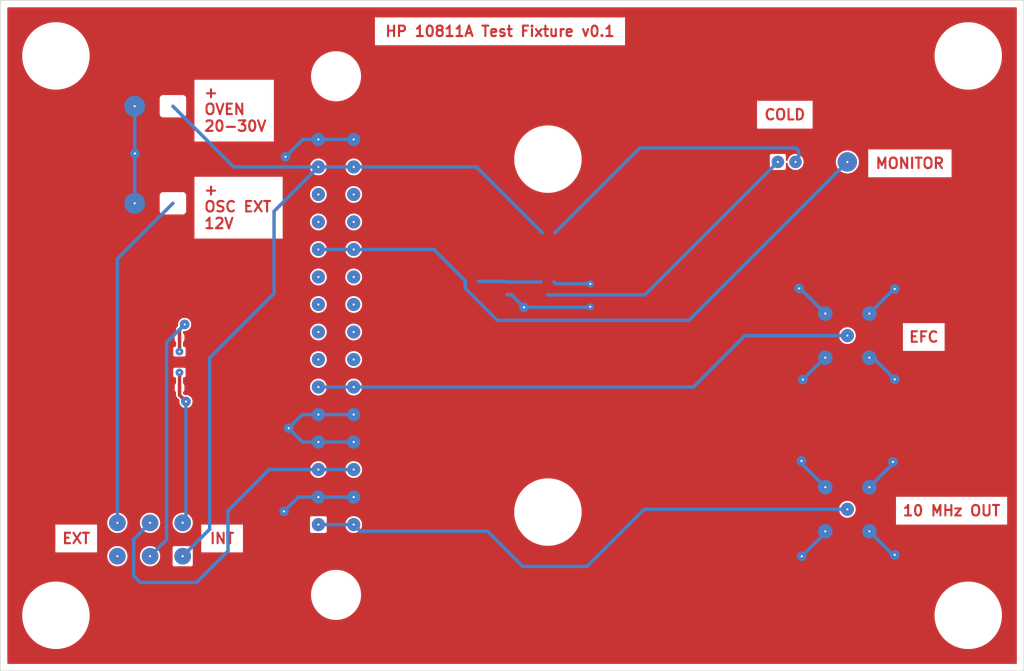
<source format=kicad_pcb>
(kicad_pcb (version 4) (host Gerbview "5.1.10")

  (layers 
    (0 F.Cu signal)
    (31 B.Cu signal)
    (32 B.Adhes user)
    (33 F.Adhes user)
    (34 B.Paste user)
    (35 F.Paste user)
    (36 B.SilkS user)
    (37 F.SilkS user)
    (38 B.Mask user)
    (39 F.Mask user)
    (40 Dwgs.User user)
    (41 Cmts.User user)
    (42 Eco1.User user)
    (43 Eco2.User user)
    (44 Edge.Cuts user)
  )

(gr_line (start 55.88 50.8) (end 203.2 50.8)(layer Edge.Cuts) (width 0.1))
(gr_line (start 203.2 50.8) (end 203.2 147.32)(layer Edge.Cuts) (width 0.1))
(gr_line (start 203.2 147.32) (end 55.88 147.32)(layer Edge.Cuts) (width 0.1))
(gr_line (start 55.88 147.32) (end 55.88 50.8)(layer Edge.Cuts) (width 0.1))
 (via (at 96.93000000000001 73.31999999999999) (size 1.4) (layers F.Cu B.Cu))
 (via (at 177.8 74.06) (size 2.8) (layers F.Cu B.Cu))
 (via (at 82.59999999999999 108.55) (size 1.4) (layers F.Cu B.Cu))
 (via (at 171.39 105.39) (size 1.4) (layers F.Cu B.Cu))
 (via (at 167.8 74.06) (size 1.8) (layers F.Cu B.Cu))
 (via (at 170.34 74.06) (size 1.8) (layers F.Cu B.Cu))
 (via (at 171.24 130.82) (size 1.4) (layers F.Cu B.Cu))
 (via (at 82.1275 130.81) (size 2.4) (layers F.Cu B.Cu))
 (via (at 77.42749999999999 130.81) (size 2.4) (layers F.Cu B.Cu))
 (via (at 72.72750000000001 130.81) (size 2.4) (layers F.Cu B.Cu))
 (via (at 82.1275 126.01) (size 2.4) (layers F.Cu B.Cu))
 (via (at 77.42749999999999 126.01) (size 2.4) (layers F.Cu B.Cu))
 (via (at 72.72750000000001 126.01) (size 2.4) (layers F.Cu B.Cu))
 (via (at 170.86 92.27) (size 1.4) (layers F.Cu B.Cu))
(segment (start 80.72 66.04000000000001) (end 80.72 66.04000000000001) (width 0.1) (layer B.Cu) (net 0))
 (via (at 75.22 66.04000000000001) (size 3) (layers F.Cu B.Cu))
 (via (at 171.196 117.09761) (size 1.4) (layers F.Cu B.Cu))
 (via (at 131.26 94.98) (size 1.4) (layers F.Cu B.Cu))
 (via (at 96.70999999999999 124.36) (size 1.4) (layers F.Cu B.Cu))
 (via (at 177.8 99.06) (size 1.9) (layers F.Cu B.Cu))
 (via (at 174.625 102.235) (size 2.1) (layers F.Cu B.Cu))
 (via (at 180.975 102.235) (size 2.1) (layers F.Cu B.Cu))
 (via (at 180.975 95.88500000000001) (size 2.1) (layers F.Cu B.Cu))
 (via (at 174.625 95.88500000000001) (size 2.1) (layers F.Cu B.Cu))
 (via (at 75.25 72.84999999999999) (size 1.4) (layers F.Cu B.Cu))
 (via (at 184.62 130.62) (size 1.4) (layers F.Cu B.Cu))
 (via (at 177.8 124.06) (size 1.9) (layers F.Cu B.Cu))
 (via (at 180.975 120.885) (size 2.1) (layers F.Cu B.Cu))
 (via (at 180.975 127.235) (size 2.1) (layers F.Cu B.Cu))
 (via (at 174.625 127.235) (size 2.1) (layers F.Cu B.Cu))
 (via (at 174.625 120.885) (size 2.1) (layers F.Cu B.Cu))
 (via (at 184.62 92.34) (size 1.4) (layers F.Cu B.Cu))
 (via (at 184.36 117.24) (size 1.4) (layers F.Cu B.Cu))
 (via (at 184.62 105.35) (size 1.4) (layers F.Cu B.Cu))
 (via (at 97.38 112.38) (size 1.4) (layers F.Cu B.Cu))
(segment (start 80.72 80.01000000000001) (end 80.72 80.01000000000001) (width 0.1) (layer B.Cu) (net 0))
 (via (at 75.22 80.01000000000001) (size 3) (layers F.Cu B.Cu))
 (via (at 82.41 97.45) (size 1.4) (layers F.Cu B.Cu))
 (via (at 101.66 126.26) (size 1.9) (layers F.Cu B.Cu))
 (via (at 101.66 122.3) (size 1.9) (layers F.Cu B.Cu))
 (via (at 101.66 118.34) (size 1.9) (layers F.Cu B.Cu))
 (via (at 101.66 114.38) (size 1.9) (layers F.Cu B.Cu))
 (via (at 101.66 110.42) (size 1.9) (layers F.Cu B.Cu))
 (via (at 101.66 106.46) (size 1.9) (layers F.Cu B.Cu))
 (via (at 101.66 102.5) (size 1.9) (layers F.Cu B.Cu))
 (via (at 101.66 98.54000000000001) (size 1.9) (layers F.Cu B.Cu))
 (via (at 101.66 94.58) (size 1.9) (layers F.Cu B.Cu))
 (via (at 101.66 90.62) (size 1.9) (layers F.Cu B.Cu))
 (via (at 101.66 86.66) (size 1.9) (layers F.Cu B.Cu))
 (via (at 101.66 82.7) (size 1.9) (layers F.Cu B.Cu))
 (via (at 101.66 78.73999999999999) (size 1.9) (layers F.Cu B.Cu))
 (via (at 101.66 74.78) (size 1.9) (layers F.Cu B.Cu))
 (via (at 101.66 70.81999999999999) (size 1.9) (layers F.Cu B.Cu))
 (via (at 106.74 70.81999999999999) (size 1.9) (layers F.Cu B.Cu))
 (via (at 106.74 74.78) (size 1.9) (layers F.Cu B.Cu))
 (via (at 106.74 78.73999999999999) (size 1.9) (layers F.Cu B.Cu))
 (via (at 106.74 82.7) (size 1.9) (layers F.Cu B.Cu))
 (via (at 106.74 86.66) (size 1.9) (layers F.Cu B.Cu))
 (via (at 106.74 90.62) (size 1.9) (layers F.Cu B.Cu))
 (via (at 106.74 94.58) (size 1.9) (layers F.Cu B.Cu))
 (via (at 106.74 98.54000000000001) (size 1.9) (layers F.Cu B.Cu))
 (via (at 106.74 102.5) (size 1.9) (layers F.Cu B.Cu))
 (via (at 106.74 106.46) (size 1.9) (layers F.Cu B.Cu))
 (via (at 106.74 110.42) (size 1.9) (layers F.Cu B.Cu))
 (via (at 106.74 114.38) (size 1.9) (layers F.Cu B.Cu))
 (via (at 106.74 118.34) (size 1.9) (layers F.Cu B.Cu))
 (via (at 106.74 122.3) (size 1.9) (layers F.Cu B.Cu))
 (via (at 106.74 126.26) (size 1.9) (layers F.Cu B.Cu))
(segment (start 122.8875 91.26000000000001) (end 122.8875 91.26000000000001) (width 0.1) (layer B.Cu) (net 0))
(segment (start 124.7125 91.26000000000001) (end 124.7125 91.26000000000001) (width 0.1) (layer B.Cu) (net 0))
(segment (start 128.8 93.1725) (end 128.8 93.1725) (width 0.1) (layer B.Cu) (net 0))
(segment (start 128.8 91.3475) (end 128.8 91.3475) (width 0.1) (layer B.Cu) (net 0))
 (via (at 140.8 94.91) (size 1.05) (layers F.Cu B.Cu))
 (via (at 140.8 91.61) (size 1.05) (layers F.Cu B.Cu))
(segment (start 135.7125 84.26000000000001) (end 135.7125 84.26000000000001) (width 0.1) (layer B.Cu) (net 0))
(segment (start 133.8875 84.26000000000001) (end 133.8875 84.26000000000001) (width 0.1) (layer B.Cu) (net 0))
(segment (start 133.67 91.32250000000001) (end 133.67 91.32250000000001) (width 0.1) (layer B.Cu) (net 0))
(segment (start 135.57 91.32250000000001) (end 135.57 91.32250000000001) (width 0.1) (layer B.Cu) (net 0))
(segment (start 134.62 93.19750000000001) (end 134.62 93.19750000000001) (width 0.1) (layer B.Cu) (net 0))
(segment (start 82.41 97.45) (end 79.81 100.05) (width 0.5) (layer B.Cu) (net 0))
(segment (start 79.81 128.4275) (end 77.42749999999999 130.81) (width 0.5) (layer B.Cu) (net 0))
(segment (start 79.81 100.05) (end 79.81 128.4275) (width 0.5) (layer B.Cu) (net 0))
(segment (start 98.77 122.3) (end 96.70999999999999 124.36) (width 0.5) (layer B.Cu) (net 0))
(segment (start 184.36 130.62) (end 184.62 130.62) (width 0.5) (layer B.Cu) (net 0))
(segment (start 101.66 70.81999999999999) (end 99.43000000000001 70.81999999999999) (width 0.5) (layer B.Cu) (net 0))
(segment (start 101.66 110.42) (end 99.34 110.42) (width 0.5) (layer B.Cu) (net 0))
(segment (start 174.625 102.235) (end 174.545 102.235) (width 0.5) (layer B.Cu) (net 0))
(segment (start 131.26 94.98) (end 140.73 94.98) (width 0.5) (layer B.Cu) (net 0))
(segment (start 184.52 92.34) (end 184.62 92.34) (width 0.5) (layer B.Cu) (net 0))
(segment (start 128.8 93.1725) (end 129.4525 93.1725) (width 0.5) (layer B.Cu) (net 0))
(segment (start 101.66 122.3) (end 106.74 122.3) (width 0.5) (layer B.Cu) (net 0))
(segment (start 97.38 112.38) (end 99.38 114.38) (width 0.5) (layer B.Cu) (net 0))
(segment (start 171.196 117.456) (end 171.196 117.09761) (width 0.5) (layer B.Cu) (net 0))
(segment (start 184.36 117.5) (end 184.36 117.24) (width 0.5) (layer B.Cu) (net 0))
(segment (start 180.975 102.235) (end 181.505 102.235) (width 0.5) (layer B.Cu) (net 0))
(segment (start 174.625 127.435) (end 171.24 130.82) (width 0.5) (layer B.Cu) (net 0))
(segment (start 174.625 127.235) (end 174.625 127.435) (width 0.5) (layer B.Cu) (net 0))
(segment (start 140.73 94.98) (end 140.8 94.91) (width 0.5) (layer B.Cu) (net 0))
(segment (start 99.43000000000001 70.81999999999999) (end 96.93000000000001 73.31999999999999) (width 0.5) (layer B.Cu) (net 0))
(segment (start 174.625 120.885) (end 171.196 117.456) (width 0.5) (layer B.Cu) (net 0))
(segment (start 180.975 127.235) (end 184.36 130.62) (width 0.5) (layer B.Cu) (net 0))
(segment (start 101.66 110.42) (end 106.74 110.42) (width 0.5) (layer B.Cu) (net 0))
(segment (start 174.625 95.88500000000001) (end 171.01 92.27) (width 0.5) (layer B.Cu) (net 0))
(segment (start 75.22 80.01000000000001) (end 75.22 66.04000000000001) (width 0.5) (layer B.Cu) (net 0))
(segment (start 101.66 122.3) (end 98.77 122.3) (width 0.5) (layer B.Cu) (net 0))
(segment (start 129.4525 93.1725) (end 131.26 94.98) (width 0.5) (layer B.Cu) (net 0))
(segment (start 180.975 95.88500000000001) (end 184.52 92.34) (width 0.5) (layer B.Cu) (net 0))
(segment (start 101.66 114.38) (end 106.74 114.38) (width 0.5) (layer B.Cu) (net 0))
(segment (start 99.34 110.42) (end 97.38 112.38) (width 0.5) (layer B.Cu) (net 0))
(segment (start 180.975 120.885) (end 184.36 117.5) (width 0.5) (layer B.Cu) (net 0))
(segment (start 174.545 102.235) (end 171.39 105.39) (width 0.5) (layer B.Cu) (net 0))
(segment (start 101.66 70.81999999999999) (end 106.74 70.81999999999999) (width 0.5) (layer B.Cu) (net 0))
(segment (start 181.505 102.235) (end 184.62 105.35) (width 0.5) (layer B.Cu) (net 0))
(segment (start 99.38 114.38) (end 101.66 114.38) (width 0.5) (layer B.Cu) (net 0))
(segment (start 171.01 92.27) (end 170.86 92.27) (width 0.5) (layer B.Cu) (net 0))
(segment (start 82.59999999999999 125.5375) (end 82.1275 126.01) (width 0.5) (layer B.Cu) (net 0))
(segment (start 82.59999999999999 108.55) (end 82.59999999999999 125.5375) (width 0.5) (layer B.Cu) (net 0))
(segment (start 148.6625 93.19750000000001) (end 134.62 93.19750000000001) (width 0.5) (layer B.Cu) (net 0))
(segment (start 167.8 74.06) (end 148.6625 93.19750000000001) (width 0.5) (layer B.Cu) (net 0))
(segment (start 147.9125 72.06) (end 135.7125 84.26000000000001) (width 0.5) (layer B.Cu) (net 0))
(segment (start 170.8 72.45999999999999) (end 170.4 72.06) (width 0.5) (layer B.Cu) (net 0))
(segment (start 170.34 74.06) (end 170.8 73.59999999999999) (width 0.5) (layer B.Cu) (net 0))
(segment (start 170.4 72.06) (end 147.9125 72.06) (width 0.5) (layer B.Cu) (net 0))
(segment (start 170.8 73.59999999999999) (end 170.8 72.45999999999999) (width 0.5) (layer B.Cu) (net 0))
(segment (start 135.57 91.32250000000001) (end 135.8575 91.61) (width 0.5) (layer B.Cu) (net 0))
(segment (start 135.8575 91.61) (end 140.8 91.61) (width 0.5) (layer B.Cu) (net 0))
(segment (start 140.33 132.28) (end 131.09 132.28) (width 0.5) (layer B.Cu) (net 0))
(segment (start 131.09 132.28) (end 126.02 127.21) (width 0.5) (layer B.Cu) (net 0))
(segment (start 177.8 124.06) (end 148.55 124.06) (width 0.5) (layer B.Cu) (net 0))
(segment (start 126.02 127.21) (end 107.69 127.21) (width 0.5) (layer B.Cu) (net 0))
(segment (start 107.69 127.21) (end 106.74 126.26) (width 0.5) (layer B.Cu) (net 0))
(segment (start 101.66 126.26) (end 106.74 126.26) (width 0.5) (layer B.Cu) (net 0))
(segment (start 148.55 124.06) (end 140.33 132.28) (width 0.5) (layer B.Cu) (net 0))
(segment (start 84.14 134.58) (end 88.65000000000001 130.07) (width 0.5) (layer B.Cu) (net 0))
(segment (start 101.66 118.34) (end 106.74 118.34) (width 0.5) (layer B.Cu) (net 0))
(segment (start 88.65000000000001 124.26) (end 94.56999999999999 118.34) (width 0.5) (layer B.Cu) (net 0))
(segment (start 75.06999999999999 128.3675) (end 75.06999999999999 133.64) (width 0.5) (layer B.Cu) (net 0))
(segment (start 88.65000000000001 130.07) (end 88.65000000000001 124.26) (width 0.5) (layer B.Cu) (net 0))
(segment (start 75.06999999999999 133.64) (end 76.01000000000001 134.58) (width 0.5) (layer B.Cu) (net 0))
(segment (start 77.42749999999999 126.01) (end 75.06999999999999 128.3675) (width 0.5) (layer B.Cu) (net 0))
(segment (start 76.01000000000001 134.58) (end 84.14 134.58) (width 0.5) (layer B.Cu) (net 0))
(segment (start 94.56999999999999 118.34) (end 101.66 118.34) (width 0.5) (layer B.Cu) (net 0))
(segment (start 101.66 106.46) (end 106.74 106.46) (width 0.5) (layer B.Cu) (net 0))
(segment (start 155.64 106.46) (end 163.04 99.06) (width 0.5) (layer B.Cu) (net 0))
(segment (start 163.04 99.06) (end 177.8 99.06) (width 0.5) (layer B.Cu) (net 0))
(segment (start 106.74 106.46) (end 155.64 106.46) (width 0.5) (layer B.Cu) (net 0))
(segment (start 122.8 91.26000000000001) (end 122.8875 91.26000000000001) (width 0.5) (layer B.Cu) (net 0))
(segment (start 122.8 92.26000000000001) (end 122.8 91.26000000000001) (width 0.5) (layer B.Cu) (net 0))
(segment (start 154.99 96.87) (end 127.41 96.87) (width 0.5) (layer B.Cu) (net 0))
(segment (start 101.66 86.66) (end 106.74 86.66) (width 0.5) (layer B.Cu) (net 0))
(segment (start 106.74 86.66) (end 118.2875 86.66) (width 0.5) (layer B.Cu) (net 0))
(segment (start 177.8 74.06) (end 154.99 96.87) (width 0.5) (layer B.Cu) (net 0))
(segment (start 118.2875 86.66) (end 122.8875 91.26000000000001) (width 0.5) (layer B.Cu) (net 0))
(segment (start 127.41 96.87) (end 122.8 92.26000000000001) (width 0.5) (layer B.Cu) (net 0))
(segment (start 95.28 92.98999999999999) (end 95.28 81.16) (width 0.5) (layer B.Cu) (net 0))
(segment (start 95.28 81.16) (end 101.66 74.78) (width 0.5) (layer B.Cu) (net 0))
(segment (start 124.4075 74.78) (end 133.8875 84.26000000000001) (width 0.5) (layer B.Cu) (net 0))
(segment (start 82.1275 130.81) (end 86.01000000000001 126.9275) (width 0.5) (layer B.Cu) (net 0))
(segment (start 86.01000000000001 102.26) (end 95.28 92.98999999999999) (width 0.5) (layer B.Cu) (net 0))
(segment (start 101.66 74.78) (end 89.45999999999999 74.78) (width 0.5) (layer B.Cu) (net 0))
(segment (start 106.74 74.78) (end 124.4075 74.78) (width 0.5) (layer B.Cu) (net 0))
(segment (start 86.01000000000001 126.9275) (end 86.01000000000001 102.26) (width 0.5) (layer B.Cu) (net 0))
(segment (start 101.66 74.78) (end 106.74 74.78) (width 0.5) (layer B.Cu) (net 0))
(segment (start 89.45999999999999 74.78) (end 80.72 66.04000000000001) (width 0.5) (layer B.Cu) (net 0))
(segment (start 72.72750000000001 88.0025) (end 80.72 80.01000000000001) (width 0.5) (layer B.Cu) (net 0))
(segment (start 72.72750000000001 126.01) (end 72.72750000000001 88.0025) (width 0.5) (layer B.Cu) (net 0))
(segment (start 128.8 91.3475) (end 133.645 91.3475) (width 0.5) (layer B.Cu) (net 0))
(segment (start 133.645 91.3475) (end 133.67 91.32250000000001) (width 0.5) (layer B.Cu) (net 0))
(segment (start 128.7125 91.26000000000001) (end 128.8 91.3475) (width 0.5) (layer B.Cu) (net 0))
(segment (start 124.7125 91.26000000000001) (end 128.7125 91.26000000000001) (width 0.5) (layer B.Cu) (net 0))
(segment (start 111.69286 55.93857) (end 111.69286 54.43857) (width 0.3) (layer F.Cu) (net 0))
(segment (start 111.69286 55.15286) (end 112.55 55.15286) (width 0.3) (layer F.Cu) (net 0))
(segment (start 112.55 55.93857) (end 112.55 54.43857) (width 0.3) (layer F.Cu) (net 0))
(segment (start 113.26429 55.93857) (end 113.26429 54.43857) (width 0.3) (layer F.Cu) (net 0))
(segment (start 113.26429 54.43857) (end 113.83571 54.43857) (width 0.3) (layer F.Cu) (net 0))
(segment (start 113.83571 54.43857) (end 113.97857 54.51) (width 0.3) (layer F.Cu) (net 0))
(segment (start 113.97857 54.51) (end 114.05 54.58143) (width 0.3) (layer F.Cu) (net 0))
(segment (start 114.05 54.58143) (end 114.12143 54.72429) (width 0.3) (layer F.Cu) (net 0))
(segment (start 114.12143 54.72429) (end 114.12143 54.93857) (width 0.3) (layer F.Cu) (net 0))
(segment (start 114.12143 54.93857) (end 114.05 55.08143) (width 0.3) (layer F.Cu) (net 0))
(segment (start 114.05 55.08143) (end 113.97857 55.15286) (width 0.3) (layer F.Cu) (net 0))
(segment (start 113.97857 55.15286) (end 113.83571 55.22429) (width 0.3) (layer F.Cu) (net 0))
(segment (start 113.83571 55.22429) (end 113.26429 55.22429) (width 0.3) (layer F.Cu) (net 0))
(segment (start 116.69286 55.93857) (end 115.83571 55.93857) (width 0.3) (layer F.Cu) (net 0))
(segment (start 116.26429 55.93857) (end 116.26429 54.43857) (width 0.3) (layer F.Cu) (net 0))
(segment (start 116.26429 54.43857) (end 116.12143 54.65286) (width 0.3) (layer F.Cu) (net 0))
(segment (start 116.12143 54.65286) (end 115.97857 54.79571) (width 0.3) (layer F.Cu) (net 0))
(segment (start 115.97857 54.79571) (end 115.83571 54.86714) (width 0.3) (layer F.Cu) (net 0))
(segment (start 117.62143 54.43857) (end 117.76429 54.43857) (width 0.3) (layer F.Cu) (net 0))
(segment (start 117.76429 54.43857) (end 117.90714 54.51) (width 0.3) (layer F.Cu) (net 0))
(segment (start 117.90714 54.51) (end 117.97857 54.58143) (width 0.3) (layer F.Cu) (net 0))
(segment (start 117.97857 54.58143) (end 118.05 54.72429) (width 0.3) (layer F.Cu) (net 0))
(segment (start 118.05 54.72429) (end 118.12143 55.01) (width 0.3) (layer F.Cu) (net 0))
(segment (start 118.12143 55.01) (end 118.12143 55.36714) (width 0.3) (layer F.Cu) (net 0))
(segment (start 118.12143 55.36714) (end 118.05 55.65286) (width 0.3) (layer F.Cu) (net 0))
(segment (start 118.05 55.65286) (end 117.97857 55.79571) (width 0.3) (layer F.Cu) (net 0))
(segment (start 117.97857 55.79571) (end 117.90714 55.86714) (width 0.3) (layer F.Cu) (net 0))
(segment (start 117.90714 55.86714) (end 117.76429 55.93857) (width 0.3) (layer F.Cu) (net 0))
(segment (start 117.76429 55.93857) (end 117.62143 55.93857) (width 0.3) (layer F.Cu) (net 0))
(segment (start 117.62143 55.93857) (end 117.47857 55.86714) (width 0.3) (layer F.Cu) (net 0))
(segment (start 117.47857 55.86714) (end 117.40714 55.79571) (width 0.3) (layer F.Cu) (net 0))
(segment (start 117.40714 55.79571) (end 117.33571 55.65286) (width 0.3) (layer F.Cu) (net 0))
(segment (start 117.33571 55.65286) (end 117.26429 55.36714) (width 0.3) (layer F.Cu) (net 0))
(segment (start 117.26429 55.36714) (end 117.26429 55.01) (width 0.3) (layer F.Cu) (net 0))
(segment (start 117.26429 55.01) (end 117.33571 54.72429) (width 0.3) (layer F.Cu) (net 0))
(segment (start 117.33571 54.72429) (end 117.40714 54.58143) (width 0.3) (layer F.Cu) (net 0))
(segment (start 117.40714 54.58143) (end 117.47857 54.51) (width 0.3) (layer F.Cu) (net 0))
(segment (start 117.47857 54.51) (end 117.62143 54.43857) (width 0.3) (layer F.Cu) (net 0))
(segment (start 118.97857 55.08143) (end 118.83571 55.01) (width 0.3) (layer F.Cu) (net 0))
(segment (start 118.83571 55.01) (end 118.76429 54.93857) (width 0.3) (layer F.Cu) (net 0))
(segment (start 118.76429 54.93857) (end 118.69286 54.79571) (width 0.3) (layer F.Cu) (net 0))
(segment (start 118.69286 54.79571) (end 118.69286 54.72429) (width 0.3) (layer F.Cu) (net 0))
(segment (start 118.69286 54.72429) (end 118.76429 54.58143) (width 0.3) (layer F.Cu) (net 0))
(segment (start 118.76429 54.58143) (end 118.83571 54.51) (width 0.3) (layer F.Cu) (net 0))
(segment (start 118.83571 54.51) (end 118.97857 54.43857) (width 0.3) (layer F.Cu) (net 0))
(segment (start 118.97857 54.43857) (end 119.26429 54.43857) (width 0.3) (layer F.Cu) (net 0))
(segment (start 119.26429 54.43857) (end 119.40714 54.51) (width 0.3) (layer F.Cu) (net 0))
(segment (start 119.40714 54.51) (end 119.47857 54.58143) (width 0.3) (layer F.Cu) (net 0))
(segment (start 119.47857 54.58143) (end 119.55 54.72429) (width 0.3) (layer F.Cu) (net 0))
(segment (start 119.55 54.72429) (end 119.55 54.79571) (width 0.3) (layer F.Cu) (net 0))
(segment (start 119.55 54.79571) (end 119.47857 54.93857) (width 0.3) (layer F.Cu) (net 0))
(segment (start 119.47857 54.93857) (end 119.40714 55.01) (width 0.3) (layer F.Cu) (net 0))
(segment (start 119.40714 55.01) (end 119.26429 55.08143) (width 0.3) (layer F.Cu) (net 0))
(segment (start 119.26429 55.08143) (end 118.97857 55.08143) (width 0.3) (layer F.Cu) (net 0))
(segment (start 118.97857 55.08143) (end 118.83571 55.15286) (width 0.3) (layer F.Cu) (net 0))
(segment (start 118.83571 55.15286) (end 118.76429 55.22429) (width 0.3) (layer F.Cu) (net 0))
(segment (start 118.76429 55.22429) (end 118.69286 55.36714) (width 0.3) (layer F.Cu) (net 0))
(segment (start 118.69286 55.36714) (end 118.69286 55.65286) (width 0.3) (layer F.Cu) (net 0))
(segment (start 118.69286 55.65286) (end 118.76429 55.79571) (width 0.3) (layer F.Cu) (net 0))
(segment (start 118.76429 55.79571) (end 118.83571 55.86714) (width 0.3) (layer F.Cu) (net 0))
(segment (start 118.83571 55.86714) (end 118.97857 55.93857) (width 0.3) (layer F.Cu) (net 0))
(segment (start 118.97857 55.93857) (end 119.26429 55.93857) (width 0.3) (layer F.Cu) (net 0))
(segment (start 119.26429 55.93857) (end 119.40714 55.86714) (width 0.3) (layer F.Cu) (net 0))
(segment (start 119.40714 55.86714) (end 119.47857 55.79571) (width 0.3) (layer F.Cu) (net 0))
(segment (start 119.47857 55.79571) (end 119.55 55.65286) (width 0.3) (layer F.Cu) (net 0))
(segment (start 119.55 55.65286) (end 119.55 55.36714) (width 0.3) (layer F.Cu) (net 0))
(segment (start 119.55 55.36714) (end 119.47857 55.22429) (width 0.3) (layer F.Cu) (net 0))
(segment (start 119.47857 55.22429) (end 119.40714 55.15286) (width 0.3) (layer F.Cu) (net 0))
(segment (start 119.40714 55.15286) (end 119.26429 55.08143) (width 0.3) (layer F.Cu) (net 0))
(segment (start 120.97857 55.93857) (end 120.12143 55.93857) (width 0.3) (layer F.Cu) (net 0))
(segment (start 120.55 55.93857) (end 120.55 54.43857) (width 0.3) (layer F.Cu) (net 0))
(segment (start 120.55 54.43857) (end 120.40714 54.65286) (width 0.3) (layer F.Cu) (net 0))
(segment (start 120.40714 54.65286) (end 120.26429 54.79571) (width 0.3) (layer F.Cu) (net 0))
(segment (start 120.26429 54.79571) (end 120.12143 54.86714) (width 0.3) (layer F.Cu) (net 0))
(segment (start 122.40714 55.93857) (end 121.55 55.93857) (width 0.3) (layer F.Cu) (net 0))
(segment (start 121.97857 55.93857) (end 121.97857 54.43857) (width 0.3) (layer F.Cu) (net 0))
(segment (start 121.97857 54.43857) (end 121.83571 54.65286) (width 0.3) (layer F.Cu) (net 0))
(segment (start 121.83571 54.65286) (end 121.69286 54.79571) (width 0.3) (layer F.Cu) (net 0))
(segment (start 121.69286 54.79571) (end 121.55 54.86714) (width 0.3) (layer F.Cu) (net 0))
(segment (start 122.97857 55.51) (end 123.69286 55.51) (width 0.3) (layer F.Cu) (net 0))
(segment (start 122.83571 55.93857) (end 123.33571 54.43857) (width 0.3) (layer F.Cu) (net 0))
(segment (start 123.33571 54.43857) (end 123.83571 55.93857) (width 0.3) (layer F.Cu) (net 0))
(segment (start 125.26429 54.43857) (end 126.12143 54.43857) (width 0.3) (layer F.Cu) (net 0))
(segment (start 125.69286 55.93857) (end 125.69286 54.43857) (width 0.3) (layer F.Cu) (net 0))
(segment (start 127.19286 55.86714) (end 127.05 55.93857) (width 0.3) (layer F.Cu) (net 0))
(segment (start 127.05 55.93857) (end 126.76429 55.93857) (width 0.3) (layer F.Cu) (net 0))
(segment (start 126.76429 55.93857) (end 126.62143 55.86714) (width 0.3) (layer F.Cu) (net 0))
(segment (start 126.62143 55.86714) (end 126.55 55.72429) (width 0.3) (layer F.Cu) (net 0))
(segment (start 126.55 55.72429) (end 126.55 55.15286) (width 0.3) (layer F.Cu) (net 0))
(segment (start 126.55 55.15286) (end 126.62143 55.01) (width 0.3) (layer F.Cu) (net 0))
(segment (start 126.62143 55.01) (end 126.76429 54.93857) (width 0.3) (layer F.Cu) (net 0))
(segment (start 126.76429 54.93857) (end 127.05 54.93857) (width 0.3) (layer F.Cu) (net 0))
(segment (start 127.05 54.93857) (end 127.19286 55.01) (width 0.3) (layer F.Cu) (net 0))
(segment (start 127.19286 55.01) (end 127.26429 55.15286) (width 0.3) (layer F.Cu) (net 0))
(segment (start 127.26429 55.15286) (end 127.26429 55.29571) (width 0.3) (layer F.Cu) (net 0))
(segment (start 127.26429 55.29571) (end 126.55 55.43857) (width 0.3) (layer F.Cu) (net 0))
(segment (start 127.83571 55.86714) (end 127.97857 55.93857) (width 0.3) (layer F.Cu) (net 0))
(segment (start 127.97857 55.93857) (end 128.26429 55.93857) (width 0.3) (layer F.Cu) (net 0))
(segment (start 128.26429 55.93857) (end 128.40714 55.86714) (width 0.3) (layer F.Cu) (net 0))
(segment (start 128.40714 55.86714) (end 128.47857 55.72429) (width 0.3) (layer F.Cu) (net 0))
(segment (start 128.47857 55.72429) (end 128.47857 55.65286) (width 0.3) (layer F.Cu) (net 0))
(segment (start 128.47857 55.65286) (end 128.40714 55.51) (width 0.3) (layer F.Cu) (net 0))
(segment (start 128.40714 55.51) (end 128.26429 55.43857) (width 0.3) (layer F.Cu) (net 0))
(segment (start 128.26429 55.43857) (end 128.05 55.43857) (width 0.3) (layer F.Cu) (net 0))
(segment (start 128.05 55.43857) (end 127.90714 55.36714) (width 0.3) (layer F.Cu) (net 0))
(segment (start 127.90714 55.36714) (end 127.83571 55.22429) (width 0.3) (layer F.Cu) (net 0))
(segment (start 127.83571 55.22429) (end 127.83571 55.15286) (width 0.3) (layer F.Cu) (net 0))
(segment (start 127.83571 55.15286) (end 127.90714 55.01) (width 0.3) (layer F.Cu) (net 0))
(segment (start 127.90714 55.01) (end 128.05 54.93857) (width 0.3) (layer F.Cu) (net 0))
(segment (start 128.05 54.93857) (end 128.26429 54.93857) (width 0.3) (layer F.Cu) (net 0))
(segment (start 128.26429 54.93857) (end 128.40714 55.01) (width 0.3) (layer F.Cu) (net 0))
(segment (start 128.90714 54.93857) (end 129.47857 54.93857) (width 0.3) (layer F.Cu) (net 0))
(segment (start 129.12143 54.43857) (end 129.12143 55.72429) (width 0.3) (layer F.Cu) (net 0))
(segment (start 129.12143 55.72429) (end 129.19286 55.86714) (width 0.3) (layer F.Cu) (net 0))
(segment (start 129.19286 55.86714) (end 129.33571 55.93857) (width 0.3) (layer F.Cu) (net 0))
(segment (start 129.33571 55.93857) (end 129.47857 55.93857) (width 0.3) (layer F.Cu) (net 0))
(segment (start 131.62143 55.15286) (end 131.12143 55.15286) (width 0.3) (layer F.Cu) (net 0))
(segment (start 131.12143 55.93857) (end 131.12143 54.43857) (width 0.3) (layer F.Cu) (net 0))
(segment (start 131.12143 54.43857) (end 131.83571 54.43857) (width 0.3) (layer F.Cu) (net 0))
(segment (start 132.40714 55.93857) (end 132.40714 54.93857) (width 0.3) (layer F.Cu) (net 0))
(segment (start 132.40714 54.43857) (end 132.33571 54.51) (width 0.3) (layer F.Cu) (net 0))
(segment (start 132.33571 54.51) (end 132.40714 54.58143) (width 0.3) (layer F.Cu) (net 0))
(segment (start 132.40714 54.58143) (end 132.47857 54.51) (width 0.3) (layer F.Cu) (net 0))
(segment (start 132.47857 54.51) (end 132.40714 54.43857) (width 0.3) (layer F.Cu) (net 0))
(segment (start 132.40714 54.43857) (end 132.40714 54.58143) (width 0.3) (layer F.Cu) (net 0))
(segment (start 132.97857 55.93857) (end 133.76429 54.93857) (width 0.3) (layer F.Cu) (net 0))
(segment (start 132.97857 54.93857) (end 133.76429 55.93857) (width 0.3) (layer F.Cu) (net 0))
(segment (start 134.12143 54.93857) (end 134.69286 54.93857) (width 0.3) (layer F.Cu) (net 0))
(segment (start 134.33571 54.43857) (end 134.33571 55.72429) (width 0.3) (layer F.Cu) (net 0))
(segment (start 134.33571 55.72429) (end 134.40714 55.86714) (width 0.3) (layer F.Cu) (net 0))
(segment (start 134.40714 55.86714) (end 134.55 55.93857) (width 0.3) (layer F.Cu) (net 0))
(segment (start 134.55 55.93857) (end 134.69286 55.93857) (width 0.3) (layer F.Cu) (net 0))
(segment (start 135.83571 54.93857) (end 135.83571 55.93857) (width 0.3) (layer F.Cu) (net 0))
(segment (start 135.19286 54.93857) (end 135.19286 55.72429) (width 0.3) (layer F.Cu) (net 0))
(segment (start 135.19286 55.72429) (end 135.26429 55.86714) (width 0.3) (layer F.Cu) (net 0))
(segment (start 135.26429 55.86714) (end 135.40714 55.93857) (width 0.3) (layer F.Cu) (net 0))
(segment (start 135.40714 55.93857) (end 135.62143 55.93857) (width 0.3) (layer F.Cu) (net 0))
(segment (start 135.62143 55.93857) (end 135.76429 55.86714) (width 0.3) (layer F.Cu) (net 0))
(segment (start 135.76429 55.86714) (end 135.83571 55.79571) (width 0.3) (layer F.Cu) (net 0))
(segment (start 136.55 55.93857) (end 136.55 54.93857) (width 0.3) (layer F.Cu) (net 0))
(segment (start 136.55 55.22429) (end 136.62143 55.08143) (width 0.3) (layer F.Cu) (net 0))
(segment (start 136.62143 55.08143) (end 136.69286 55.01) (width 0.3) (layer F.Cu) (net 0))
(segment (start 136.69286 55.01) (end 136.83571 54.93857) (width 0.3) (layer F.Cu) (net 0))
(segment (start 136.83571 54.93857) (end 136.97857 54.93857) (width 0.3) (layer F.Cu) (net 0))
(segment (start 138.05 55.86714) (end 137.90714 55.93857) (width 0.3) (layer F.Cu) (net 0))
(segment (start 137.90714 55.93857) (end 137.62143 55.93857) (width 0.3) (layer F.Cu) (net 0))
(segment (start 137.62143 55.93857) (end 137.47857 55.86714) (width 0.3) (layer F.Cu) (net 0))
(segment (start 137.47857 55.86714) (end 137.40714 55.72429) (width 0.3) (layer F.Cu) (net 0))
(segment (start 137.40714 55.72429) (end 137.40714 55.15286) (width 0.3) (layer F.Cu) (net 0))
(segment (start 137.40714 55.15286) (end 137.47857 55.01) (width 0.3) (layer F.Cu) (net 0))
(segment (start 137.47857 55.01) (end 137.62143 54.93857) (width 0.3) (layer F.Cu) (net 0))
(segment (start 137.62143 54.93857) (end 137.90714 54.93857) (width 0.3) (layer F.Cu) (net 0))
(segment (start 137.90714 54.93857) (end 138.05 55.01) (width 0.3) (layer F.Cu) (net 0))
(segment (start 138.05 55.01) (end 138.12143 55.15286) (width 0.3) (layer F.Cu) (net 0))
(segment (start 138.12143 55.15286) (end 138.12143 55.29571) (width 0.3) (layer F.Cu) (net 0))
(segment (start 138.12143 55.29571) (end 137.40714 55.43857) (width 0.3) (layer F.Cu) (net 0))
(segment (start 139.76429 54.93857) (end 140.12143 55.93857) (width 0.3) (layer F.Cu) (net 0))
(segment (start 140.12143 55.93857) (end 140.47857 54.93857) (width 0.3) (layer F.Cu) (net 0))
(segment (start 141.33571 54.43857) (end 141.47857 54.43857) (width 0.3) (layer F.Cu) (net 0))
(segment (start 141.47857 54.43857) (end 141.62143 54.51) (width 0.3) (layer F.Cu) (net 0))
(segment (start 141.62143 54.51) (end 141.69286 54.58143) (width 0.3) (layer F.Cu) (net 0))
(segment (start 141.69286 54.58143) (end 141.76429 54.72429) (width 0.3) (layer F.Cu) (net 0))
(segment (start 141.76429 54.72429) (end 141.83571 55.01) (width 0.3) (layer F.Cu) (net 0))
(segment (start 141.83571 55.01) (end 141.83571 55.36714) (width 0.3) (layer F.Cu) (net 0))
(segment (start 141.83571 55.36714) (end 141.76429 55.65286) (width 0.3) (layer F.Cu) (net 0))
(segment (start 141.76429 55.65286) (end 141.69286 55.79571) (width 0.3) (layer F.Cu) (net 0))
(segment (start 141.69286 55.79571) (end 141.62143 55.86714) (width 0.3) (layer F.Cu) (net 0))
(segment (start 141.62143 55.86714) (end 141.47857 55.93857) (width 0.3) (layer F.Cu) (net 0))
(segment (start 141.47857 55.93857) (end 141.33571 55.93857) (width 0.3) (layer F.Cu) (net 0))
(segment (start 141.33571 55.93857) (end 141.19286 55.86714) (width 0.3) (layer F.Cu) (net 0))
(segment (start 141.19286 55.86714) (end 141.12143 55.79571) (width 0.3) (layer F.Cu) (net 0))
(segment (start 141.12143 55.79571) (end 141.05 55.65286) (width 0.3) (layer F.Cu) (net 0))
(segment (start 141.05 55.65286) (end 140.97857 55.36714) (width 0.3) (layer F.Cu) (net 0))
(segment (start 140.97857 55.36714) (end 140.97857 55.01) (width 0.3) (layer F.Cu) (net 0))
(segment (start 140.97857 55.01) (end 141.05 54.72429) (width 0.3) (layer F.Cu) (net 0))
(segment (start 141.05 54.72429) (end 141.12143 54.58143) (width 0.3) (layer F.Cu) (net 0))
(segment (start 141.12143 54.58143) (end 141.19286 54.51) (width 0.3) (layer F.Cu) (net 0))
(segment (start 141.19286 54.51) (end 141.33571 54.43857) (width 0.3) (layer F.Cu) (net 0))
(segment (start 142.47857 55.79571) (end 142.55 55.86714) (width 0.3) (layer F.Cu) (net 0))
(segment (start 142.55 55.86714) (end 142.47857 55.93857) (width 0.3) (layer F.Cu) (net 0))
(segment (start 142.47857 55.93857) (end 142.40714 55.86714) (width 0.3) (layer F.Cu) (net 0))
(segment (start 142.40714 55.86714) (end 142.47857 55.79571) (width 0.3) (layer F.Cu) (net 0))
(segment (start 142.47857 55.79571) (end 142.47857 55.93857) (width 0.3) (layer F.Cu) (net 0))
(segment (start 143.97857 55.93857) (end 143.12143 55.93857) (width 0.3) (layer F.Cu) (net 0))
(segment (start 143.55 55.93857) (end 143.55 54.43857) (width 0.3) (layer F.Cu) (net 0))
(segment (start 143.55 54.43857) (end 143.40714 54.65286) (width 0.3) (layer F.Cu) (net 0))
(segment (start 143.40714 54.65286) (end 143.26429 54.79571) (width 0.3) (layer F.Cu) (net 0))
(segment (start 143.26429 54.79571) (end 143.12143 54.86714) (width 0.3) (layer F.Cu) (net 0))
(segment (start 167.12143 67.79571) (end 167.05 67.86714000000001) (width 0.3) (layer F.Cu) (net 0))
(segment (start 167.05 67.86714000000001) (end 166.83571 67.93857) (width 0.3) (layer F.Cu) (net 0))
(segment (start 166.83571 67.93857) (end 166.69286 67.93857) (width 0.3) (layer F.Cu) (net 0))
(segment (start 166.69286 67.93857) (end 166.47857 67.86714000000001) (width 0.3) (layer F.Cu) (net 0))
(segment (start 166.47857 67.86714000000001) (end 166.33571 67.72429) (width 0.3) (layer F.Cu) (net 0))
(segment (start 166.33571 67.72429) (end 166.26429 67.58143) (width 0.3) (layer F.Cu) (net 0))
(segment (start 166.26429 67.58143) (end 166.19286 67.29571) (width 0.3) (layer F.Cu) (net 0))
(segment (start 166.19286 67.29571) (end 166.19286 67.08143) (width 0.3) (layer F.Cu) (net 0))
(segment (start 166.19286 67.08143) (end 166.26429 66.79571) (width 0.3) (layer F.Cu) (net 0))
(segment (start 166.26429 66.79571) (end 166.33571 66.65286) (width 0.3) (layer F.Cu) (net 0))
(segment (start 166.33571 66.65286) (end 166.47857 66.51000000000001) (width 0.3) (layer F.Cu) (net 0))
(segment (start 166.47857 66.51000000000001) (end 166.69286 66.43857) (width 0.3) (layer F.Cu) (net 0))
(segment (start 166.69286 66.43857) (end 166.83571 66.43857) (width 0.3) (layer F.Cu) (net 0))
(segment (start 166.83571 66.43857) (end 167.05 66.51000000000001) (width 0.3) (layer F.Cu) (net 0))
(segment (start 167.05 66.51000000000001) (end 167.12143 66.58143) (width 0.3) (layer F.Cu) (net 0))
(segment (start 168.05 66.43857) (end 168.33571 66.43857) (width 0.3) (layer F.Cu) (net 0))
(segment (start 168.33571 66.43857) (end 168.47857 66.51000000000001) (width 0.3) (layer F.Cu) (net 0))
(segment (start 168.47857 66.51000000000001) (end 168.62143 66.65286) (width 0.3) (layer F.Cu) (net 0))
(segment (start 168.62143 66.65286) (end 168.69286 66.93857) (width 0.3) (layer F.Cu) (net 0))
(segment (start 168.69286 66.93857) (end 168.69286 67.43857) (width 0.3) (layer F.Cu) (net 0))
(segment (start 168.69286 67.43857) (end 168.62143 67.72429) (width 0.3) (layer F.Cu) (net 0))
(segment (start 168.62143 67.72429) (end 168.47857 67.86714000000001) (width 0.3) (layer F.Cu) (net 0))
(segment (start 168.47857 67.86714000000001) (end 168.33571 67.93857) (width 0.3) (layer F.Cu) (net 0))
(segment (start 168.33571 67.93857) (end 168.05 67.93857) (width 0.3) (layer F.Cu) (net 0))
(segment (start 168.05 67.93857) (end 167.90714 67.86714000000001) (width 0.3) (layer F.Cu) (net 0))
(segment (start 167.90714 67.86714000000001) (end 167.76429 67.72429) (width 0.3) (layer F.Cu) (net 0))
(segment (start 167.76429 67.72429) (end 167.69286 67.43857) (width 0.3) (layer F.Cu) (net 0))
(segment (start 167.69286 67.43857) (end 167.69286 66.93857) (width 0.3) (layer F.Cu) (net 0))
(segment (start 167.69286 66.93857) (end 167.76429 66.65286) (width 0.3) (layer F.Cu) (net 0))
(segment (start 167.76429 66.65286) (end 167.90714 66.51000000000001) (width 0.3) (layer F.Cu) (net 0))
(segment (start 167.90714 66.51000000000001) (end 168.05 66.43857) (width 0.3) (layer F.Cu) (net 0))
(segment (start 170.05 67.93857) (end 169.33571 67.93857) (width 0.3) (layer F.Cu) (net 0))
(segment (start 169.33571 67.93857) (end 169.33571 66.43857) (width 0.3) (layer F.Cu) (net 0))
(segment (start 170.55 67.93857) (end 170.55 66.43857) (width 0.3) (layer F.Cu) (net 0))
(segment (start 170.55 66.43857) (end 170.90714 66.43857) (width 0.3) (layer F.Cu) (net 0))
(segment (start 170.90714 66.43857) (end 171.12143 66.51000000000001) (width 0.3) (layer F.Cu) (net 0))
(segment (start 171.12143 66.51000000000001) (end 171.26429 66.65286) (width 0.3) (layer F.Cu) (net 0))
(segment (start 171.26429 66.65286) (end 171.33571 66.79571) (width 0.3) (layer F.Cu) (net 0))
(segment (start 171.33571 66.79571) (end 171.40714 67.08143) (width 0.3) (layer F.Cu) (net 0))
(segment (start 171.40714 67.08143) (end 171.40714 67.29571) (width 0.3) (layer F.Cu) (net 0))
(segment (start 171.40714 67.29571) (end 171.33571 67.58143) (width 0.3) (layer F.Cu) (net 0))
(segment (start 171.33571 67.58143) (end 171.26429 67.72429) (width 0.3) (layer F.Cu) (net 0))
(segment (start 171.26429 67.72429) (end 171.12143 67.86714000000001) (width 0.3) (layer F.Cu) (net 0))
(segment (start 171.12143 67.86714000000001) (end 170.90714 67.93857) (width 0.3) (layer F.Cu) (net 0))
(segment (start 170.90714 67.93857) (end 170.55 67.93857) (width 0.3) (layer F.Cu) (net 0))
(segment (start 187.08571 99.15286) (end 187.58571 99.15286) (width 0.3) (layer F.Cu) (net 0))
(segment (start 187.8 99.93857) (end 187.08571 99.93857) (width 0.3) (layer F.Cu) (net 0))
(segment (start 187.08571 99.93857) (end 187.08571 98.43857) (width 0.3) (layer F.Cu) (net 0))
(segment (start 187.08571 98.43857) (end 187.8 98.43857) (width 0.3) (layer F.Cu) (net 0))
(segment (start 188.94286 99.15286) (end 188.44286 99.15286) (width 0.3) (layer F.Cu) (net 0))
(segment (start 188.44286 99.93857) (end 188.44286 98.43857) (width 0.3) (layer F.Cu) (net 0))
(segment (start 188.44286 98.43857) (end 189.15714 98.43857) (width 0.3) (layer F.Cu) (net 0))
(segment (start 190.58571 99.79571) (end 190.51429 99.86714000000001) (width 0.3) (layer F.Cu) (net 0))
(segment (start 190.51429 99.86714000000001) (end 190.3 99.93857) (width 0.3) (layer F.Cu) (net 0))
(segment (start 190.3 99.93857) (end 190.15714 99.93857) (width 0.3) (layer F.Cu) (net 0))
(segment (start 190.15714 99.93857) (end 189.94286 99.86714000000001) (width 0.3) (layer F.Cu) (net 0))
(segment (start 189.94286 99.86714000000001) (end 189.8 99.72429) (width 0.3) (layer F.Cu) (net 0))
(segment (start 189.8 99.72429) (end 189.72857 99.58143) (width 0.3) (layer F.Cu) (net 0))
(segment (start 189.72857 99.58143) (end 189.65714 99.29571) (width 0.3) (layer F.Cu) (net 0))
(segment (start 189.65714 99.29571) (end 189.65714 99.08143) (width 0.3) (layer F.Cu) (net 0))
(segment (start 189.65714 99.08143) (end 189.72857 98.79571) (width 0.3) (layer F.Cu) (net 0))
(segment (start 189.72857 98.79571) (end 189.8 98.65286) (width 0.3) (layer F.Cu) (net 0))
(segment (start 189.8 98.65286) (end 189.94286 98.51000000000001) (width 0.3) (layer F.Cu) (net 0))
(segment (start 189.94286 98.51000000000001) (end 190.15714 98.43857) (width 0.3) (layer F.Cu) (net 0))
(segment (start 190.15714 98.43857) (end 190.3 98.43857) (width 0.3) (layer F.Cu) (net 0))
(segment (start 190.3 98.43857) (end 190.51429 98.51000000000001) (width 0.3) (layer F.Cu) (net 0))
(segment (start 190.51429 98.51000000000001) (end 190.58571 98.58143) (width 0.3) (layer F.Cu) (net 0))
(segment (start 86.44286 128.93857) (end 86.44286 127.43857) (width 0.3) (layer F.Cu) (net 0))
(segment (start 87.15714 128.93857) (end 87.15714 127.43857) (width 0.3) (layer F.Cu) (net 0))
(segment (start 87.15714 127.43857) (end 88.01429 128.93857) (width 0.3) (layer F.Cu) (net 0))
(segment (start 88.01429 128.93857) (end 88.01429 127.43857) (width 0.3) (layer F.Cu) (net 0))
(segment (start 88.51429 127.43857) (end 89.37143 127.43857) (width 0.3) (layer F.Cu) (net 0))
(segment (start 88.94286 128.93857) (end 88.94286 127.43857) (width 0.3) (layer F.Cu) (net 0))
(segment (start 186.97857 124.93857) (end 186.12143 124.93857) (width 0.3) (layer F.Cu) (net 0))
(segment (start 186.55 124.93857) (end 186.55 123.43857) (width 0.3) (layer F.Cu) (net 0))
(segment (start 186.55 123.43857) (end 186.40714 123.65286) (width 0.3) (layer F.Cu) (net 0))
(segment (start 186.40714 123.65286) (end 186.26429 123.79571) (width 0.3) (layer F.Cu) (net 0))
(segment (start 186.26429 123.79571) (end 186.12143 123.86714) (width 0.3) (layer F.Cu) (net 0))
(segment (start 187.90714 123.43857) (end 188.05 123.43857) (width 0.3) (layer F.Cu) (net 0))
(segment (start 188.05 123.43857) (end 188.19286 123.51) (width 0.3) (layer F.Cu) (net 0))
(segment (start 188.19286 123.51) (end 188.26429 123.58143) (width 0.3) (layer F.Cu) (net 0))
(segment (start 188.26429 123.58143) (end 188.33571 123.72429) (width 0.3) (layer F.Cu) (net 0))
(segment (start 188.33571 123.72429) (end 188.40714 124.01) (width 0.3) (layer F.Cu) (net 0))
(segment (start 188.40714 124.01) (end 188.40714 124.36714) (width 0.3) (layer F.Cu) (net 0))
(segment (start 188.40714 124.36714) (end 188.33571 124.65286) (width 0.3) (layer F.Cu) (net 0))
(segment (start 188.33571 124.65286) (end 188.26429 124.79571) (width 0.3) (layer F.Cu) (net 0))
(segment (start 188.26429 124.79571) (end 188.19286 124.86714) (width 0.3) (layer F.Cu) (net 0))
(segment (start 188.19286 124.86714) (end 188.05 124.93857) (width 0.3) (layer F.Cu) (net 0))
(segment (start 188.05 124.93857) (end 187.90714 124.93857) (width 0.3) (layer F.Cu) (net 0))
(segment (start 187.90714 124.93857) (end 187.76429 124.86714) (width 0.3) (layer F.Cu) (net 0))
(segment (start 187.76429 124.86714) (end 187.69286 124.79571) (width 0.3) (layer F.Cu) (net 0))
(segment (start 187.69286 124.79571) (end 187.62143 124.65286) (width 0.3) (layer F.Cu) (net 0))
(segment (start 187.62143 124.65286) (end 187.55 124.36714) (width 0.3) (layer F.Cu) (net 0))
(segment (start 187.55 124.36714) (end 187.55 124.01) (width 0.3) (layer F.Cu) (net 0))
(segment (start 187.55 124.01) (end 187.62143 123.72429) (width 0.3) (layer F.Cu) (net 0))
(segment (start 187.62143 123.72429) (end 187.69286 123.58143) (width 0.3) (layer F.Cu) (net 0))
(segment (start 187.69286 123.58143) (end 187.76429 123.51) (width 0.3) (layer F.Cu) (net 0))
(segment (start 187.76429 123.51) (end 187.90714 123.43857) (width 0.3) (layer F.Cu) (net 0))
(segment (start 190.19286 124.93857) (end 190.19286 123.43857) (width 0.3) (layer F.Cu) (net 0))
(segment (start 190.19286 123.43857) (end 190.69286 124.51) (width 0.3) (layer F.Cu) (net 0))
(segment (start 190.69286 124.51) (end 191.19286 123.43857) (width 0.3) (layer F.Cu) (net 0))
(segment (start 191.19286 123.43857) (end 191.19286 124.93857) (width 0.3) (layer F.Cu) (net 0))
(segment (start 191.90714 124.93857) (end 191.90714 123.43857) (width 0.3) (layer F.Cu) (net 0))
(segment (start 191.90714 124.15286) (end 192.76429 124.15286) (width 0.3) (layer F.Cu) (net 0))
(segment (start 192.76429 124.93857) (end 192.76429 123.43857) (width 0.3) (layer F.Cu) (net 0))
(segment (start 193.33571 123.93857) (end 194.12143 123.93857) (width 0.3) (layer F.Cu) (net 0))
(segment (start 194.12143 123.93857) (end 193.33571 124.93857) (width 0.3) (layer F.Cu) (net 0))
(segment (start 193.33571 124.93857) (end 194.12143 124.93857) (width 0.3) (layer F.Cu) (net 0))
(segment (start 196.12143 123.43857) (end 196.40714 123.43857) (width 0.3) (layer F.Cu) (net 0))
(segment (start 196.40714 123.43857) (end 196.55 123.51) (width 0.3) (layer F.Cu) (net 0))
(segment (start 196.55 123.51) (end 196.69286 123.65286) (width 0.3) (layer F.Cu) (net 0))
(segment (start 196.69286 123.65286) (end 196.76429 123.93857) (width 0.3) (layer F.Cu) (net 0))
(segment (start 196.76429 123.93857) (end 196.76429 124.43857) (width 0.3) (layer F.Cu) (net 0))
(segment (start 196.76429 124.43857) (end 196.69286 124.72429) (width 0.3) (layer F.Cu) (net 0))
(segment (start 196.69286 124.72429) (end 196.55 124.86714) (width 0.3) (layer F.Cu) (net 0))
(segment (start 196.55 124.86714) (end 196.40714 124.93857) (width 0.3) (layer F.Cu) (net 0))
(segment (start 196.40714 124.93857) (end 196.12143 124.93857) (width 0.3) (layer F.Cu) (net 0))
(segment (start 196.12143 124.93857) (end 195.97857 124.86714) (width 0.3) (layer F.Cu) (net 0))
(segment (start 195.97857 124.86714) (end 195.83571 124.72429) (width 0.3) (layer F.Cu) (net 0))
(segment (start 195.83571 124.72429) (end 195.76429 124.43857) (width 0.3) (layer F.Cu) (net 0))
(segment (start 195.76429 124.43857) (end 195.76429 123.93857) (width 0.3) (layer F.Cu) (net 0))
(segment (start 195.76429 123.93857) (end 195.83571 123.65286) (width 0.3) (layer F.Cu) (net 0))
(segment (start 195.83571 123.65286) (end 195.97857 123.51) (width 0.3) (layer F.Cu) (net 0))
(segment (start 195.97857 123.51) (end 196.12143 123.43857) (width 0.3) (layer F.Cu) (net 0))
(segment (start 197.40714 123.43857) (end 197.40714 124.65286) (width 0.3) (layer F.Cu) (net 0))
(segment (start 197.40714 124.65286) (end 197.47857 124.79571) (width 0.3) (layer F.Cu) (net 0))
(segment (start 197.47857 124.79571) (end 197.55 124.86714) (width 0.3) (layer F.Cu) (net 0))
(segment (start 197.55 124.86714) (end 197.69286 124.93857) (width 0.3) (layer F.Cu) (net 0))
(segment (start 197.69286 124.93857) (end 197.97857 124.93857) (width 0.3) (layer F.Cu) (net 0))
(segment (start 197.97857 124.93857) (end 198.12143 124.86714) (width 0.3) (layer F.Cu) (net 0))
(segment (start 198.12143 124.86714) (end 198.19286 124.79571) (width 0.3) (layer F.Cu) (net 0))
(segment (start 198.19286 124.79571) (end 198.26429 124.65286) (width 0.3) (layer F.Cu) (net 0))
(segment (start 198.26429 124.65286) (end 198.26429 123.43857) (width 0.3) (layer F.Cu) (net 0))
(segment (start 198.76429 123.43857) (end 199.62143 123.43857) (width 0.3) (layer F.Cu) (net 0))
(segment (start 199.19286 124.93857) (end 199.19286 123.43857) (width 0.3) (layer F.Cu) (net 0))
(segment (start 85.63214000000001 64.18214) (end 86.77500000000001 64.18214) (width 0.3) (layer F.Cu) (net 0))
(segment (start 86.20357 64.75357) (end 86.20357 63.61071) (width 0.3) (layer F.Cu) (net 0))
(segment (start 85.91786 65.66857) (end 86.20357 65.66857) (width 0.3) (layer F.Cu) (net 0))
(segment (start 86.20357 65.66857) (end 86.34643 65.73999999999999) (width 0.3) (layer F.Cu) (net 0))
(segment (start 86.34643 65.73999999999999) (end 86.48929 65.88285999999999) (width 0.3) (layer F.Cu) (net 0))
(segment (start 86.48929 65.88285999999999) (end 86.56071 66.16857) (width 0.3) (layer F.Cu) (net 0))
(segment (start 86.56071 66.16857) (end 86.56071 66.66857) (width 0.3) (layer F.Cu) (net 0))
(segment (start 86.56071 66.66857) (end 86.48929 66.95429) (width 0.3) (layer F.Cu) (net 0))
(segment (start 86.48929 66.95429) (end 86.34643 67.09714) (width 0.3) (layer F.Cu) (net 0))
(segment (start 86.34643 67.09714) (end 86.20357 67.16857) (width 0.3) (layer F.Cu) (net 0))
(segment (start 86.20357 67.16857) (end 85.91786 67.16857) (width 0.3) (layer F.Cu) (net 0))
(segment (start 85.91786 67.16857) (end 85.77500000000001 67.09714) (width 0.3) (layer F.Cu) (net 0))
(segment (start 85.77500000000001 67.09714) (end 85.63214000000001 66.95429) (width 0.3) (layer F.Cu) (net 0))
(segment (start 85.63214000000001 66.95429) (end 85.56071 66.66857) (width 0.3) (layer F.Cu) (net 0))
(segment (start 85.56071 66.66857) (end 85.56071 66.16857) (width 0.3) (layer F.Cu) (net 0))
(segment (start 85.56071 66.16857) (end 85.63214000000001 65.88285999999999) (width 0.3) (layer F.Cu) (net 0))
(segment (start 85.63214000000001 65.88285999999999) (end 85.77500000000001 65.73999999999999) (width 0.3) (layer F.Cu) (net 0))
(segment (start 85.77500000000001 65.73999999999999) (end 85.91786 65.66857) (width 0.3) (layer F.Cu) (net 0))
(segment (start 86.98929 65.66857) (end 87.48929 67.16857) (width 0.3) (layer F.Cu) (net 0))
(segment (start 87.48929 67.16857) (end 87.98929 65.66857) (width 0.3) (layer F.Cu) (net 0))
(segment (start 88.48929 66.38285999999999) (end 88.98929 66.38285999999999) (width 0.3) (layer F.Cu) (net 0))
(segment (start 89.20357 67.16857) (end 88.48929 67.16857) (width 0.3) (layer F.Cu) (net 0))
(segment (start 88.48929 67.16857) (end 88.48929 65.66857) (width 0.3) (layer F.Cu) (net 0))
(segment (start 88.48929 65.66857) (end 89.20357 65.66857) (width 0.3) (layer F.Cu) (net 0))
(segment (start 89.84643 67.16857) (end 89.84643 65.66857) (width 0.3) (layer F.Cu) (net 0))
(segment (start 89.84643 65.66857) (end 90.70357 67.16857) (width 0.3) (layer F.Cu) (net 0))
(segment (start 90.70357 67.16857) (end 90.70357 65.66857) (width 0.3) (layer F.Cu) (net 0))
(segment (start 85.56071 68.22642999999999) (end 85.63214000000001 68.155) (width 0.3) (layer F.Cu) (net 0))
(segment (start 85.63214000000001 68.155) (end 85.77500000000001 68.08356999999999) (width 0.3) (layer F.Cu) (net 0))
(segment (start 85.77500000000001 68.08356999999999) (end 86.13214000000001 68.08356999999999) (width 0.3) (layer F.Cu) (net 0))
(segment (start 86.13214000000001 68.08356999999999) (end 86.27500000000001 68.155) (width 0.3) (layer F.Cu) (net 0))
(segment (start 86.27500000000001 68.155) (end 86.34643 68.22642999999999) (width 0.3) (layer F.Cu) (net 0))
(segment (start 86.34643 68.22642999999999) (end 86.41786 68.36929000000001) (width 0.3) (layer F.Cu) (net 0))
(segment (start 86.41786 68.36929000000001) (end 86.41786 68.51214) (width 0.3) (layer F.Cu) (net 0))
(segment (start 86.41786 68.51214) (end 86.34643 68.72642999999999) (width 0.3) (layer F.Cu) (net 0))
(segment (start 86.34643 68.72642999999999) (end 85.48929 69.58356999999999) (width 0.3) (layer F.Cu) (net 0))
(segment (start 85.48929 69.58356999999999) (end 86.41786 69.58356999999999) (width 0.3) (layer F.Cu) (net 0))
(segment (start 87.34643 68.08356999999999) (end 87.48929 68.08356999999999) (width 0.3) (layer F.Cu) (net 0))
(segment (start 87.48929 68.08356999999999) (end 87.63214000000001 68.155) (width 0.3) (layer F.Cu) (net 0))
(segment (start 87.63214000000001 68.155) (end 87.70357 68.22642999999999) (width 0.3) (layer F.Cu) (net 0))
(segment (start 87.70357 68.22642999999999) (end 87.77500000000001 68.36929000000001) (width 0.3) (layer F.Cu) (net 0))
(segment (start 87.77500000000001 68.36929000000001) (end 87.84643 68.655) (width 0.3) (layer F.Cu) (net 0))
(segment (start 87.84643 68.655) (end 87.84643 69.01214) (width 0.3) (layer F.Cu) (net 0))
(segment (start 87.84643 69.01214) (end 87.77500000000001 69.29786) (width 0.3) (layer F.Cu) (net 0))
(segment (start 87.77500000000001 69.29786) (end 87.70357 69.44071) (width 0.3) (layer F.Cu) (net 0))
(segment (start 87.70357 69.44071) (end 87.63214000000001 69.51214) (width 0.3) (layer F.Cu) (net 0))
(segment (start 87.63214000000001 69.51214) (end 87.48929 69.58356999999999) (width 0.3) (layer F.Cu) (net 0))
(segment (start 87.48929 69.58356999999999) (end 87.34643 69.58356999999999) (width 0.3) (layer F.Cu) (net 0))
(segment (start 87.34643 69.58356999999999) (end 87.20357 69.51214) (width 0.3) (layer F.Cu) (net 0))
(segment (start 87.20357 69.51214) (end 87.13214000000001 69.44071) (width 0.3) (layer F.Cu) (net 0))
(segment (start 87.13214000000001 69.44071) (end 87.06071 69.29786) (width 0.3) (layer F.Cu) (net 0))
(segment (start 87.06071 69.29786) (end 86.98929 69.01214) (width 0.3) (layer F.Cu) (net 0))
(segment (start 86.98929 69.01214) (end 86.98929 68.655) (width 0.3) (layer F.Cu) (net 0))
(segment (start 86.98929 68.655) (end 87.06071 68.36929000000001) (width 0.3) (layer F.Cu) (net 0))
(segment (start 87.06071 68.36929000000001) (end 87.13214000000001 68.22642999999999) (width 0.3) (layer F.Cu) (net 0))
(segment (start 87.13214000000001 68.22642999999999) (end 87.20357 68.155) (width 0.3) (layer F.Cu) (net 0))
(segment (start 87.20357 68.155) (end 87.34643 68.08356999999999) (width 0.3) (layer F.Cu) (net 0))
(segment (start 88.48929 69.01214) (end 89.63214000000001 69.01214) (width 0.3) (layer F.Cu) (net 0))
(segment (start 90.20357 68.08356999999999) (end 91.13214000000001 68.08356999999999) (width 0.3) (layer F.Cu) (net 0))
(segment (start 91.13214000000001 68.08356999999999) (end 90.63214000000001 68.655) (width 0.3) (layer F.Cu) (net 0))
(segment (start 90.63214000000001 68.655) (end 90.84643 68.655) (width 0.3) (layer F.Cu) (net 0))
(segment (start 90.84643 68.655) (end 90.98929 68.72642999999999) (width 0.3) (layer F.Cu) (net 0))
(segment (start 90.98929 68.72642999999999) (end 91.06071 68.79786) (width 0.3) (layer F.Cu) (net 0))
(segment (start 91.06071 68.79786) (end 91.13214000000001 68.94071) (width 0.3) (layer F.Cu) (net 0))
(segment (start 91.13214000000001 68.94071) (end 91.13214000000001 69.29786) (width 0.3) (layer F.Cu) (net 0))
(segment (start 91.13214000000001 69.29786) (end 91.06071 69.44071) (width 0.3) (layer F.Cu) (net 0))
(segment (start 91.06071 69.44071) (end 90.98929 69.51214) (width 0.3) (layer F.Cu) (net 0))
(segment (start 90.98929 69.51214) (end 90.84643 69.58356999999999) (width 0.3) (layer F.Cu) (net 0))
(segment (start 90.84643 69.58356999999999) (end 90.41786 69.58356999999999) (width 0.3) (layer F.Cu) (net 0))
(segment (start 90.41786 69.58356999999999) (end 90.27500000000001 69.51214) (width 0.3) (layer F.Cu) (net 0))
(segment (start 90.27500000000001 69.51214) (end 90.20357 69.44071) (width 0.3) (layer F.Cu) (net 0))
(segment (start 92.06071 68.08356999999999) (end 92.20357 68.08356999999999) (width 0.3) (layer F.Cu) (net 0))
(segment (start 92.20357 68.08356999999999) (end 92.34643 68.155) (width 0.3) (layer F.Cu) (net 0))
(segment (start 92.34643 68.155) (end 92.41786 68.22642999999999) (width 0.3) (layer F.Cu) (net 0))
(segment (start 92.41786 68.22642999999999) (end 92.48929 68.36929000000001) (width 0.3) (layer F.Cu) (net 0))
(segment (start 92.48929 68.36929000000001) (end 92.56071 68.655) (width 0.3) (layer F.Cu) (net 0))
(segment (start 92.56071 68.655) (end 92.56071 69.01214) (width 0.3) (layer F.Cu) (net 0))
(segment (start 92.56071 69.01214) (end 92.48929 69.29786) (width 0.3) (layer F.Cu) (net 0))
(segment (start 92.48929 69.29786) (end 92.41786 69.44071) (width 0.3) (layer F.Cu) (net 0))
(segment (start 92.41786 69.44071) (end 92.34643 69.51214) (width 0.3) (layer F.Cu) (net 0))
(segment (start 92.34643 69.51214) (end 92.20357 69.58356999999999) (width 0.3) (layer F.Cu) (net 0))
(segment (start 92.20357 69.58356999999999) (end 92.06071 69.58356999999999) (width 0.3) (layer F.Cu) (net 0))
(segment (start 92.06071 69.58356999999999) (end 91.91786 69.51214) (width 0.3) (layer F.Cu) (net 0))
(segment (start 91.91786 69.51214) (end 91.84643 69.44071) (width 0.3) (layer F.Cu) (net 0))
(segment (start 91.84643 69.44071) (end 91.77500000000001 69.29786) (width 0.3) (layer F.Cu) (net 0))
(segment (start 91.77500000000001 69.29786) (end 91.70357 69.01214) (width 0.3) (layer F.Cu) (net 0))
(segment (start 91.70357 69.01214) (end 91.70357 68.655) (width 0.3) (layer F.Cu) (net 0))
(segment (start 91.70357 68.655) (end 91.77500000000001 68.36929000000001) (width 0.3) (layer F.Cu) (net 0))
(segment (start 91.77500000000001 68.36929000000001) (end 91.84643 68.22642999999999) (width 0.3) (layer F.Cu) (net 0))
(segment (start 91.84643 68.22642999999999) (end 91.91786 68.155) (width 0.3) (layer F.Cu) (net 0))
(segment (start 91.91786 68.155) (end 92.06071 68.08356999999999) (width 0.3) (layer F.Cu) (net 0))
(segment (start 92.98929 68.08356999999999) (end 93.48929 69.58356999999999) (width 0.3) (layer F.Cu) (net 0))
(segment (start 93.48929 69.58356999999999) (end 93.98929 68.08356999999999) (width 0.3) (layer F.Cu) (net 0))
(segment (start 65.19286 128.15286) (end 65.69286 128.15286) (width 0.3) (layer F.Cu) (net 0))
(segment (start 65.90714 128.93857) (end 65.19286 128.93857) (width 0.3) (layer F.Cu) (net 0))
(segment (start 65.19286 128.93857) (end 65.19286 127.43857) (width 0.3) (layer F.Cu) (net 0))
(segment (start 65.19286 127.43857) (end 65.90714 127.43857) (width 0.3) (layer F.Cu) (net 0))
(segment (start 66.40714 127.43857) (end 67.40714 128.93857) (width 0.3) (layer F.Cu) (net 0))
(segment (start 67.40714 127.43857) (end 66.40714 128.93857) (width 0.3) (layer F.Cu) (net 0))
(segment (start 67.76429 127.43857) (end 68.62143 127.43857) (width 0.3) (layer F.Cu) (net 0))
(segment (start 68.19286 128.93857) (end 68.19286 127.43857) (width 0.3) (layer F.Cu) (net 0))
(segment (start 182.26429 74.93857) (end 182.26429 73.43857) (width 0.3) (layer F.Cu) (net 0))
(segment (start 182.26429 73.43857) (end 182.76429 74.51000000000001) (width 0.3) (layer F.Cu) (net 0))
(segment (start 182.76429 74.51000000000001) (end 183.26429 73.43857) (width 0.3) (layer F.Cu) (net 0))
(segment (start 183.26429 73.43857) (end 183.26429 74.93857) (width 0.3) (layer F.Cu) (net 0))
(segment (start 184.26429 73.43857) (end 184.55 73.43857) (width 0.3) (layer F.Cu) (net 0))
(segment (start 184.55 73.43857) (end 184.69286 73.51000000000001) (width 0.3) (layer F.Cu) (net 0))
(segment (start 184.69286 73.51000000000001) (end 184.83571 73.65286) (width 0.3) (layer F.Cu) (net 0))
(segment (start 184.83571 73.65286) (end 184.90714 73.93857) (width 0.3) (layer F.Cu) (net 0))
(segment (start 184.90714 73.93857) (end 184.90714 74.43857) (width 0.3) (layer F.Cu) (net 0))
(segment (start 184.90714 74.43857) (end 184.83571 74.72429) (width 0.3) (layer F.Cu) (net 0))
(segment (start 184.83571 74.72429) (end 184.69286 74.86714000000001) (width 0.3) (layer F.Cu) (net 0))
(segment (start 184.69286 74.86714000000001) (end 184.55 74.93857) (width 0.3) (layer F.Cu) (net 0))
(segment (start 184.55 74.93857) (end 184.26429 74.93857) (width 0.3) (layer F.Cu) (net 0))
(segment (start 184.26429 74.93857) (end 184.12143 74.86714000000001) (width 0.3) (layer F.Cu) (net 0))
(segment (start 184.12143 74.86714000000001) (end 183.97857 74.72429) (width 0.3) (layer F.Cu) (net 0))
(segment (start 183.97857 74.72429) (end 183.90714 74.43857) (width 0.3) (layer F.Cu) (net 0))
(segment (start 183.90714 74.43857) (end 183.90714 73.93857) (width 0.3) (layer F.Cu) (net 0))
(segment (start 183.90714 73.93857) (end 183.97857 73.65286) (width 0.3) (layer F.Cu) (net 0))
(segment (start 183.97857 73.65286) (end 184.12143 73.51000000000001) (width 0.3) (layer F.Cu) (net 0))
(segment (start 184.12143 73.51000000000001) (end 184.26429 73.43857) (width 0.3) (layer F.Cu) (net 0))
(segment (start 185.55 74.93857) (end 185.55 73.43857) (width 0.3) (layer F.Cu) (net 0))
(segment (start 185.55 73.43857) (end 186.40714 74.93857) (width 0.3) (layer F.Cu) (net 0))
(segment (start 186.40714 74.93857) (end 186.40714 73.43857) (width 0.3) (layer F.Cu) (net 0))
(segment (start 187.12143 74.93857) (end 187.12143 73.43857) (width 0.3) (layer F.Cu) (net 0))
(segment (start 187.62143 73.43857) (end 188.47857 73.43857) (width 0.3) (layer F.Cu) (net 0))
(segment (start 188.05 74.93857) (end 188.05 73.43857) (width 0.3) (layer F.Cu) (net 0))
(segment (start 189.26429 73.43857) (end 189.55 73.43857) (width 0.3) (layer F.Cu) (net 0))
(segment (start 189.55 73.43857) (end 189.69286 73.51000000000001) (width 0.3) (layer F.Cu) (net 0))
(segment (start 189.69286 73.51000000000001) (end 189.83571 73.65286) (width 0.3) (layer F.Cu) (net 0))
(segment (start 189.83571 73.65286) (end 189.90714 73.93857) (width 0.3) (layer F.Cu) (net 0))
(segment (start 189.90714 73.93857) (end 189.90714 74.43857) (width 0.3) (layer F.Cu) (net 0))
(segment (start 189.90714 74.43857) (end 189.83571 74.72429) (width 0.3) (layer F.Cu) (net 0))
(segment (start 189.83571 74.72429) (end 189.69286 74.86714000000001) (width 0.3) (layer F.Cu) (net 0))
(segment (start 189.69286 74.86714000000001) (end 189.55 74.93857) (width 0.3) (layer F.Cu) (net 0))
(segment (start 189.55 74.93857) (end 189.26429 74.93857) (width 0.3) (layer F.Cu) (net 0))
(segment (start 189.26429 74.93857) (end 189.12143 74.86714000000001) (width 0.3) (layer F.Cu) (net 0))
(segment (start 189.12143 74.86714000000001) (end 188.97857 74.72429) (width 0.3) (layer F.Cu) (net 0))
(segment (start 188.97857 74.72429) (end 188.90714 74.43857) (width 0.3) (layer F.Cu) (net 0))
(segment (start 188.90714 74.43857) (end 188.90714 73.93857) (width 0.3) (layer F.Cu) (net 0))
(segment (start 188.90714 73.93857) (end 188.97857 73.65286) (width 0.3) (layer F.Cu) (net 0))
(segment (start 188.97857 73.65286) (end 189.12143 73.51000000000001) (width 0.3) (layer F.Cu) (net 0))
(segment (start 189.12143 73.51000000000001) (end 189.26429 73.43857) (width 0.3) (layer F.Cu) (net 0))
(segment (start 191.40714 74.93857) (end 190.90714 74.22429) (width 0.3) (layer F.Cu) (net 0))
(segment (start 190.55 74.93857) (end 190.55 73.43857) (width 0.3) (layer F.Cu) (net 0))
(segment (start 190.55 73.43857) (end 191.12143 73.43857) (width 0.3) (layer F.Cu) (net 0))
(segment (start 191.12143 73.43857) (end 191.26429 73.51000000000001) (width 0.3) (layer F.Cu) (net 0))
(segment (start 191.26429 73.51000000000001) (end 191.33571 73.58143) (width 0.3) (layer F.Cu) (net 0))
(segment (start 191.33571 73.58143) (end 191.40714 73.72429) (width 0.3) (layer F.Cu) (net 0))
(segment (start 191.40714 73.72429) (end 191.40714 73.93857) (width 0.3) (layer F.Cu) (net 0))
(segment (start 191.40714 73.93857) (end 191.33571 74.08143) (width 0.3) (layer F.Cu) (net 0))
(segment (start 191.33571 74.08143) (end 191.26429 74.15286) (width 0.3) (layer F.Cu) (net 0))
(segment (start 191.26429 74.15286) (end 191.12143 74.22429) (width 0.3) (layer F.Cu) (net 0))
(segment (start 191.12143 74.22429) (end 190.55 74.22429) (width 0.3) (layer F.Cu) (net 0))
(segment (start 85.63214000000001 78.19213999999999) (end 86.77500000000001 78.19213999999999) (width 0.3) (layer F.Cu) (net 0))
(segment (start 86.20357 78.76357) (end 86.20357 77.62071) (width 0.3) (layer F.Cu) (net 0))
(segment (start 85.91786 79.67856999999999) (end 86.20357 79.67856999999999) (width 0.3) (layer F.Cu) (net 0))
(segment (start 86.20357 79.67856999999999) (end 86.34643 79.75) (width 0.3) (layer F.Cu) (net 0))
(segment (start 86.34643 79.75) (end 86.48929 79.89286) (width 0.3) (layer F.Cu) (net 0))
(segment (start 86.48929 79.89286) (end 86.56071 80.17856999999999) (width 0.3) (layer F.Cu) (net 0))
(segment (start 86.56071 80.17856999999999) (end 86.56071 80.67856999999999) (width 0.3) (layer F.Cu) (net 0))
(segment (start 86.56071 80.67856999999999) (end 86.48929 80.96429000000001) (width 0.3) (layer F.Cu) (net 0))
(segment (start 86.48929 80.96429000000001) (end 86.34643 81.10714) (width 0.3) (layer F.Cu) (net 0))
(segment (start 86.34643 81.10714) (end 86.20357 81.17856999999999) (width 0.3) (layer F.Cu) (net 0))
(segment (start 86.20357 81.17856999999999) (end 85.91786 81.17856999999999) (width 0.3) (layer F.Cu) (net 0))
(segment (start 85.91786 81.17856999999999) (end 85.77500000000001 81.10714) (width 0.3) (layer F.Cu) (net 0))
(segment (start 85.77500000000001 81.10714) (end 85.63214000000001 80.96429000000001) (width 0.3) (layer F.Cu) (net 0))
(segment (start 85.63214000000001 80.96429000000001) (end 85.56071 80.67856999999999) (width 0.3) (layer F.Cu) (net 0))
(segment (start 85.56071 80.67856999999999) (end 85.56071 80.17856999999999) (width 0.3) (layer F.Cu) (net 0))
(segment (start 85.56071 80.17856999999999) (end 85.63214000000001 79.89286) (width 0.3) (layer F.Cu) (net 0))
(segment (start 85.63214000000001 79.89286) (end 85.77500000000001 79.75) (width 0.3) (layer F.Cu) (net 0))
(segment (start 85.77500000000001 79.75) (end 85.91786 79.67856999999999) (width 0.3) (layer F.Cu) (net 0))
(segment (start 87.13214000000001 81.10714) (end 87.34643 81.17856999999999) (width 0.3) (layer F.Cu) (net 0))
(segment (start 87.34643 81.17856999999999) (end 87.70357 81.17856999999999) (width 0.3) (layer F.Cu) (net 0))
(segment (start 87.70357 81.17856999999999) (end 87.84643 81.10714) (width 0.3) (layer F.Cu) (net 0))
(segment (start 87.84643 81.10714) (end 87.91786 81.03570999999999) (width 0.3) (layer F.Cu) (net 0))
(segment (start 87.91786 81.03570999999999) (end 87.98929 80.89286) (width 0.3) (layer F.Cu) (net 0))
(segment (start 87.98929 80.89286) (end 87.98929 80.75) (width 0.3) (layer F.Cu) (net 0))
(segment (start 87.98929 80.75) (end 87.91786 80.60714) (width 0.3) (layer F.Cu) (net 0))
(segment (start 87.91786 80.60714) (end 87.84643 80.53570999999999) (width 0.3) (layer F.Cu) (net 0))
(segment (start 87.84643 80.53570999999999) (end 87.70357 80.46429000000001) (width 0.3) (layer F.Cu) (net 0))
(segment (start 87.70357 80.46429000000001) (end 87.41786 80.39286) (width 0.3) (layer F.Cu) (net 0))
(segment (start 87.41786 80.39286) (end 87.27500000000001 80.32143000000001) (width 0.3) (layer F.Cu) (net 0))
(segment (start 87.27500000000001 80.32143000000001) (end 87.20357 80.25) (width 0.3) (layer F.Cu) (net 0))
(segment (start 87.20357 80.25) (end 87.13214000000001 80.10714) (width 0.3) (layer F.Cu) (net 0))
(segment (start 87.13214000000001 80.10714) (end 87.13214000000001 79.96429000000001) (width 0.3) (layer F.Cu) (net 0))
(segment (start 87.13214000000001 79.96429000000001) (end 87.20357 79.82143000000001) (width 0.3) (layer F.Cu) (net 0))
(segment (start 87.20357 79.82143000000001) (end 87.27500000000001 79.75) (width 0.3) (layer F.Cu) (net 0))
(segment (start 87.27500000000001 79.75) (end 87.41786 79.67856999999999) (width 0.3) (layer F.Cu) (net 0))
(segment (start 87.41786 79.67856999999999) (end 87.77500000000001 79.67856999999999) (width 0.3) (layer F.Cu) (net 0))
(segment (start 87.77500000000001 79.67856999999999) (end 87.98929 79.75) (width 0.3) (layer F.Cu) (net 0))
(segment (start 89.48929 81.03570999999999) (end 89.41786 81.10714) (width 0.3) (layer F.Cu) (net 0))
(segment (start 89.41786 81.10714) (end 89.20357 81.17856999999999) (width 0.3) (layer F.Cu) (net 0))
(segment (start 89.20357 81.17856999999999) (end 89.06071 81.17856999999999) (width 0.3) (layer F.Cu) (net 0))
(segment (start 89.06071 81.17856999999999) (end 88.84643 81.10714) (width 0.3) (layer F.Cu) (net 0))
(segment (start 88.84643 81.10714) (end 88.70357 80.96429000000001) (width 0.3) (layer F.Cu) (net 0))
(segment (start 88.70357 80.96429000000001) (end 88.63214000000001 80.82143000000001) (width 0.3) (layer F.Cu) (net 0))
(segment (start 88.63214000000001 80.82143000000001) (end 88.56071 80.53570999999999) (width 0.3) (layer F.Cu) (net 0))
(segment (start 88.56071 80.53570999999999) (end 88.56071 80.32143000000001) (width 0.3) (layer F.Cu) (net 0))
(segment (start 88.56071 80.32143000000001) (end 88.63214000000001 80.03570999999999) (width 0.3) (layer F.Cu) (net 0))
(segment (start 88.63214000000001 80.03570999999999) (end 88.70357 79.89286) (width 0.3) (layer F.Cu) (net 0))
(segment (start 88.70357 79.89286) (end 88.84643 79.75) (width 0.3) (layer F.Cu) (net 0))
(segment (start 88.84643 79.75) (end 89.06071 79.67856999999999) (width 0.3) (layer F.Cu) (net 0))
(segment (start 89.06071 79.67856999999999) (end 89.20357 79.67856999999999) (width 0.3) (layer F.Cu) (net 0))
(segment (start 89.20357 79.67856999999999) (end 89.41786 79.75) (width 0.3) (layer F.Cu) (net 0))
(segment (start 89.41786 79.75) (end 89.48929 79.82143000000001) (width 0.3) (layer F.Cu) (net 0))
(segment (start 91.27500000000001 80.39286) (end 91.77500000000001 80.39286) (width 0.3) (layer F.Cu) (net 0))
(segment (start 91.98929 81.17856999999999) (end 91.27500000000001 81.17856999999999) (width 0.3) (layer F.Cu) (net 0))
(segment (start 91.27500000000001 81.17856999999999) (end 91.27500000000001 79.67856999999999) (width 0.3) (layer F.Cu) (net 0))
(segment (start 91.27500000000001 79.67856999999999) (end 91.98929 79.67856999999999) (width 0.3) (layer F.Cu) (net 0))
(segment (start 92.48929 79.67856999999999) (end 93.48929 81.17856999999999) (width 0.3) (layer F.Cu) (net 0))
(segment (start 93.48929 79.67856999999999) (end 92.48929 81.17856999999999) (width 0.3) (layer F.Cu) (net 0))
(segment (start 93.84643 79.67856999999999) (end 94.70357 79.67856999999999) (width 0.3) (layer F.Cu) (net 0))
(segment (start 94.27500000000001 81.17856999999999) (end 94.27500000000001 79.67856999999999) (width 0.3) (layer F.Cu) (net 0))
(segment (start 86.41786 83.59357) (end 85.56071 83.59357) (width 0.3) (layer F.Cu) (net 0))
(segment (start 85.98929 83.59357) (end 85.98929 82.09357) (width 0.3) (layer F.Cu) (net 0))
(segment (start 85.98929 82.09357) (end 85.84643 82.30786000000001) (width 0.3) (layer F.Cu) (net 0))
(segment (start 85.84643 82.30786000000001) (end 85.70357 82.45071) (width 0.3) (layer F.Cu) (net 0))
(segment (start 85.70357 82.45071) (end 85.56071 82.52213999999999) (width 0.3) (layer F.Cu) (net 0))
(segment (start 86.98929 82.23643) (end 87.06071 82.16500000000001) (width 0.3) (layer F.Cu) (net 0))
(segment (start 87.06071 82.16500000000001) (end 87.20357 82.09357) (width 0.3) (layer F.Cu) (net 0))
(segment (start 87.20357 82.09357) (end 87.56071 82.09357) (width 0.3) (layer F.Cu) (net 0))
(segment (start 87.56071 82.09357) (end 87.70357 82.16500000000001) (width 0.3) (layer F.Cu) (net 0))
(segment (start 87.70357 82.16500000000001) (end 87.77500000000001 82.23643) (width 0.3) (layer F.Cu) (net 0))
(segment (start 87.77500000000001 82.23643) (end 87.84643 82.37929) (width 0.3) (layer F.Cu) (net 0))
(segment (start 87.84643 82.37929) (end 87.84643 82.52213999999999) (width 0.3) (layer F.Cu) (net 0))
(segment (start 87.84643 82.52213999999999) (end 87.77500000000001 82.73643) (width 0.3) (layer F.Cu) (net 0))
(segment (start 87.77500000000001 82.73643) (end 86.91786 83.59357) (width 0.3) (layer F.Cu) (net 0))
(segment (start 86.91786 83.59357) (end 87.84643 83.59357) (width 0.3) (layer F.Cu) (net 0))
(segment (start 88.27500000000001 82.09357) (end 88.77500000000001 83.59357) (width 0.3) (layer F.Cu) (net 0))
(segment (start 88.77500000000001 83.59357) (end 89.27500000000001 82.09357) (width 0.3) (layer F.Cu) (net 0))
(segment (start 81.675 99.36) (end 81.675 99.36) (width 0.1) (layer F.Cu) (net 0))
(segment (start 80.125 99.36) (end 80.125 99.36) (width 0.1) (layer F.Cu) (net 0))
(segment (start 80.72 66.04000000000001) (end 80.72 66.04000000000001) (width 0.1) (layer F.Cu) (net 0))
(segment (start 81.675 106.56) (end 81.675 106.56) (width 0.1) (layer F.Cu) (net 0))
(segment (start 80.125 106.56) (end 80.125 106.56) (width 0.1) (layer F.Cu) (net 0))
(segment (start 80.72 80.01000000000001) (end 80.72 80.01000000000001) (width 0.1) (layer F.Cu) (net 0))
 (via (at 81.66 104.37) (size 1.1) (layers F.Cu B.Cu))
(segment (start 81.57250000000001 102.87) (end 81.57250000000001 102.87) (width 0.1) (layer F.Cu) (net 0))
 (via (at 81.66 101.37) (size 1.1) (layers F.Cu B.Cu))
(segment (start 81.675 98.185) (end 82.41 97.45) (width 0.5) (layer F.Cu) (net 0))
(segment (start 81.675 99.36) (end 81.675 101.355) (width 0.5) (layer F.Cu) (net 0))
(segment (start 81.675 99.36) (end 81.675 98.185) (width 0.5) (layer F.Cu) (net 0))
(segment (start 81.675 101.355) (end 81.66 101.37) (width 0.5) (layer F.Cu) (net 0))
(segment (start 80.56098 102.87) (end 81.57250000000001 102.87) (width 0.5) (layer F.Cu) (net 0))
(segment (start 80.125 106.56) (end 80.125 103.30598) (width 0.5) (layer F.Cu) (net 0))
(segment (start 80.125 103.30598) (end 80.56098 102.87) (width 0.5) (layer F.Cu) (net 0))
(segment (start 80.125 102.43402) (end 80.56098 102.87) (width 0.5) (layer F.Cu) (net 0))
(segment (start 80.125 99.36) (end 80.125 102.43402) (width 0.5) (layer F.Cu) (net 0))
(segment (start 81.675 106.56) (end 81.675 104.385) (width 0.5) (layer F.Cu) (net 0))
(segment (start 81.675 106.56) (end 81.675 107.625) (width 0.5) (layer F.Cu) (net 0))
(segment (start 81.675 107.625) (end 82.59999999999999 108.55) (width 0.5) (layer F.Cu) (net 0))
(segment (start 81.675 104.385) (end 81.66 104.37) (width 0.5) (layer F.Cu) (net 0))
(gr_poly (pts  (xy 93.66 89.84999999999999) (xy 66.98999999999999 89.84999999999999) (xy 66.98999999999999 101.84507)
 (xy 80.7555 101.84507) (xy 80.7555 100.89493) (xy 80.77027 100.8207) (xy 80.82652 100.73652)
 (xy 80.83999 100.72752) (xy 80.90038 100.68716) (xy 80.91070000000001 100.68027) (xy 80.92287 100.67785)
 (xy 80.92287 100.67784) (xy 80.94918 100.67261) (xy 80.98493000000001 100.6655) (xy 81.0445 100.6655)
 (xy 81.09684 100.65412) (xy 81.15049999999999 100.60762) (xy 81.1705 100.5395) (xy 81.1705 100.06282)
 (xy 81.16258000000001 100.01885) (xy 81.12007 99.96199) (xy 81.11463999999999 99.95793) (xy 81.10746 99.95254)
 (xy 81.06627 99.89758999999999) (xy 81.03046999999999 99.84981999999999) (xy 81.03046000000001 99.84981000000001) (xy 81.02508 99.84264)
 (xy 80.97687000000001 99.71402) (xy 80.9705 99.65539) (xy 80.9705 99.06461) (xy 80.97687000000001 99.00597999999999)
 (xy 81.02508 98.87737) (xy 81.03046000000001 98.87018999999999) (xy 81.03046999999999 98.87018) (xy 81.06627 98.82241)
 (xy 81.10746 98.76746) (xy 81.12007 98.75801) (xy 81.15049999999999 98.7253) (xy 81.1705 98.65718)
 (xy 81.1705 98.25174) (xy 81.16896 98.23714) (xy 81.16837 98.22844000000001) (xy 81.16649 98.21966999999999)
 (xy 81.17015000000001 98.1704) (xy 81.1705 98.16106000000001) (xy 81.1705 98.14570000000001) (xy 81.17256999999999 98.1324)
 (xy 81.17372 98.12236) (xy 81.17654 98.08450000000001) (xy 81.1772 98.07555000000001) (xy 81.18035 98.06713999999999)
 (xy 81.18107999999999 98.06386999999999) (xy 81.18522 98.04808) (xy 81.1862 98.04486) (xy 81.18758 98.03598)
 (xy 81.20753000000001 97.9935) (xy 81.21145 97.98417999999999) (xy 81.22478 97.94865) (xy 81.22793 97.94024)
 (xy 81.23332000000001 97.93304999999999) (xy 81.23493999999999 97.93009000000001) (xy 81.24335000000001 97.91609) (xy 81.24518999999999 97.91329)
 (xy 81.249 97.90517) (xy 81.28006000000001 97.87) (xy 81.28645 97.86216) (xy 81.28995999999999 97.85747000000001)
 (xy 81.28995999999999 97.85746) (xy 81.29264999999999 97.85388) (xy 81.30398 97.84255) (xy 81.30933 97.83686)
 (xy 81.33872 97.80358) (xy 81.34466 97.79685000000001) (xy 81.35225 97.79206000000001) (xy 81.35908999999999 97.78625)
 (xy 81.35877000000001 97.78587) (xy 81.36821 97.77831999999999) (xy 81.42968 97.71684999999999) (xy 81.45191 97.68677)
 (xy 81.46614 97.61721) (xy 81.45149000000001 97.44275) (xy 81.45098 97.43661) (xy 81.47184 97.25059)
 (xy 81.52265 97.09041000000001) (xy 81.52658 97.07803) (xy 81.52844 97.07216) (xy 81.54146 97.04849)
 (xy 81.61565 96.91352999999999) (xy 81.61566000000001 96.91352000000001) (xy 81.61862000000001 96.90813) (xy 81.73894 96.76474)
 (xy 81.87072000000001 96.65877999999999) (xy 81.88002 96.65130000000001) (xy 81.88482 96.64744) (xy 82.05071 96.56072)
 (xy 82.08908 96.54943) (xy 82.22436999999999 96.50961) (xy 82.23027999999999 96.50787) (xy 82.23642 96.50731)
 (xy 82.34014000000001 96.49787000000001) (xy 82.41670000000001 96.49091) (xy 82.42282 96.49155) (xy 82.59672999999999 96.50982999999999)
 (xy 82.60286000000001 96.51047) (xy 82.60874 96.51228999999999) (xy 82.69226999999999 96.53815) (xy 82.78167000000001 96.56582)
 (xy 82.94633 96.65486) (xy 83.09056 96.77417) (xy 83.09444999999999 96.77894999999999) (xy 83.09446 96.77894999999999)
 (xy 83.20498000000001 96.91446000000001) (xy 83.20887 96.91923) (xy 83.29675 97.08450999999999) (xy 83.35084999999999 97.26371)
 (xy 83.36912 97.45) (xy 83.36874 97.47678000000001) (xy 83.34528 97.66249000000001) (xy 83.28619999999999 97.84011)
 (xy 83.19374000000001 98.00287) (xy 83.07143000000001 98.14457) (xy 82.92392 98.25981) (xy 82.75684 98.34421)
 (xy 82.75091 98.34586) (xy 82.58248 98.39288999999999) (xy 82.57655 98.39455) (xy 82.57041 98.39502)
 (xy 82.39605 98.40844) (xy 82.38991 98.40891000000001) (xy 82.32042 98.40062) (xy 82.25315999999999 98.41112)
 (xy 82.1995 98.45761) (xy 82.1795 98.52574) (xy 82.1795 98.65718) (xy 82.18742 98.70115)
 (xy 82.22994 98.75801) (xy 82.24254000000001 98.76746) (xy 82.28373000000001 98.82241) (xy 82.31954 98.87018)
 (xy 82.31954 98.87018999999999) (xy 82.32492000000001 98.87737) (xy 82.37313 99.00597999999999) (xy 82.37949999999999 99.06461)
 (xy 82.37949999999999 99.65539) (xy 82.37313 99.71402) (xy 82.32492000000001 99.84264) (xy 82.31954 99.84981000000001)
 (xy 82.31954 99.84981999999999) (xy 82.28373000000001 99.89758999999999) (xy 82.24254000000001 99.95254) (xy 82.23536 99.95793)
 (xy 82.22994 99.96199) (xy 82.1995 99.99469999999999) (xy 82.1795 100.06282) (xy 82.1795 100.5395)
 (xy 82.19089 100.59184) (xy 82.23738 100.6455) (xy 82.30549999999999 100.6655) (xy 82.33507 100.6655)
 (xy 82.4093 100.68027) (xy 82.49348000000001 100.73652) (xy 82.54973 100.8207) (xy 82.5645 100.89493)
 (xy 82.5645 101.84507) (xy 82.54973 101.9193) (xy 82.49348000000001 102.00348) (xy 82.48317 102.01038)
 (xy 82.41961999999999 102.05284) (xy 82.4093 102.05973) (xy 82.39713 102.06216) (xy 82.37081999999999 102.06739)
 (xy 82.33507 102.0745) (xy 80.98493000000001 102.0745) (xy 80.91070000000001 102.05973) (xy 80.82652 102.00348)
 (xy 80.77027 101.9193) (xy 80.7555 101.84507) (xy 66.98999999999999 101.84507) (xy 66.98999999999999 104.84507)
 (xy 80.7555 104.84507) (xy 80.7555 103.89493) (xy 80.77027 103.8207) (xy 80.82652 103.73652)
 (xy 80.83999 103.72752) (xy 80.90038 103.68716) (xy 80.91070000000001 103.68027) (xy 80.92287 103.67785)
 (xy 80.92287 103.67784) (xy 80.94918 103.67261) (xy 80.98493000000001 103.6655) (xy 82.33507 103.6655)
 (xy 82.4093 103.68027) (xy 82.49348000000001 103.73652) (xy 82.54973 103.8207) (xy 82.5645 103.89493)
 (xy 82.5645 104.84507) (xy 82.54973 104.9193) (xy 82.49348000000001 105.00348) (xy 82.48317 105.01038)
 (xy 82.41961999999999 105.05284) (xy 82.4093 105.05973) (xy 82.39713 105.06216) (xy 82.37081999999999 105.06739)
 (xy 82.33507 105.0745) (xy 82.30549999999999 105.0745) (xy 82.25315999999999 105.08589) (xy 82.1995 105.13238)
 (xy 82.1795 105.2005) (xy 82.1795 105.85718) (xy 82.18742 105.90115) (xy 82.22994 105.95801)
 (xy 82.24254000000001 105.96746) (xy 82.28373000000001 106.02241) (xy 82.31954 106.07018) (xy 82.31954 106.07019)
 (xy 82.32492000000001 106.07737) (xy 82.37313 106.20598) (xy 82.37949999999999 106.26461) (xy 82.37949999999999 106.85539)
 (xy 82.37313 106.91402) (xy 82.32492000000001 107.04264) (xy 82.31954 107.04981) (xy 82.31954 107.04982)
 (xy 82.28373000000001 107.09759) (xy 82.24254000000001 107.15254) (xy 82.23536 107.15793) (xy 82.22994 107.16199)
 (xy 82.1995 107.1947) (xy 82.1795 107.26282) (xy 82.1795 107.36384) (xy 82.18237999999999 107.39062)
 (xy 82.21641 107.45293) (xy 82.33369 107.57022) (xy 82.36454999999999 107.59286) (xy 82.4342 107.6066)
 (xy 82.6067 107.59091) (xy 82.61282 107.59155) (xy 82.78673000000001 107.60983) (xy 82.79286 107.61047)
 (xy 82.79874 107.61229) (xy 82.82040000000001 107.619) (xy 82.97167 107.66582) (xy 83.13633 107.75486)
 (xy 83.14108 107.75878) (xy 83.26861 107.86428) (xy 83.28055999999999 107.87417) (xy 83.28445000000001 107.87895)
 (xy 83.28446 107.87895) (xy 83.39498 108.01446) (xy 83.39887 108.01923) (xy 83.40176 108.02467)
 (xy 83.48386000000001 108.17907) (xy 83.48675 108.18451) (xy 83.54085000000001 108.36371) (xy 83.55911999999999 108.55)
 (xy 83.55874 108.57678) (xy 83.53528 108.76249) (xy 83.47620000000001 108.94011) (xy 83.38374 109.10287)
 (xy 83.26143 109.24457) (xy 83.25657 109.24836) (xy 83.14238 109.33758) (xy 83.11391999999999 109.35981)
 (xy 83.02576999999999 109.40434) (xy 82.97714999999999 109.4289) (xy 82.94683999999999 109.44421) (xy 82.94091 109.44586)
 (xy 82.77248 109.49289) (xy 82.76655 109.49455) (xy 82.76040999999999 109.49502) (xy 82.58605 109.50844)
 (xy 82.57991 109.50891) (xy 82.39404 109.48674) (xy 82.21602 109.4289) (xy 82.0924 109.35981)
 (xy 82.05800000000001 109.34059) (xy 82.05262 109.33758) (xy 81.91007 109.21626) (xy 81.82019 109.10287)
 (xy 81.79761999999999 109.07439) (xy 81.7938 109.06956) (xy 81.70824 108.90308) (xy 81.65664 108.72314)
 (xy 81.64098 108.53661) (xy 81.65763 108.38812) (xy 81.65554 108.34729) (xy 81.62151 108.28498)
 (xy 81.36546 108.02893) (xy 81.35405 108.0197) (xy 81.34748 108.01397) (xy 81.33994 108.00908)
 (xy 81.33409 108.00228) (xy 81.33408 108.00228) (xy 81.30768999999999 107.97165) (xy 81.30132999999999 107.96481)
 (xy 81.29047 107.95394) (xy 81.28252999999999 107.94306) (xy 81.27624 107.93515) (xy 81.25147 107.9064)
 (xy 81.24561 107.89961) (xy 81.2419 107.89144) (xy 81.24009 107.88861) (xy 81.23184000000001 107.87449)
 (xy 81.23027 107.87153) (xy 81.22497 107.86428) (xy 81.22192 107.85584) (xy 81.20903 107.82013)
 (xy 81.20522 107.81076) (xy 81.18951 107.77622) (xy 81.1858 107.76805) (xy 81.18453 107.75917)
 (xy 81.18358000000001 107.75594) (xy 81.17963 107.74009) (xy 81.17895 107.7368) (xy 81.1759 107.72836)
 (xy 81.173 107.68151) (xy 81.17197 107.67145) (xy 81.17113999999999 107.66566) (xy 81.1705 107.66123)
 (xy 81.1705 107.64518) (xy 81.17026 107.63738) (xy 81.16750999999999 107.59308) (xy 81.16695 107.58412)
 (xy 81.16894000000001 107.57537) (xy 81.16965999999999 107.56642) (xy 81.16916000000001 107.56638) (xy 81.1705 107.55438)
 (xy 81.1705 107.26282) (xy 81.16258000000001 107.21885) (xy 81.12007 107.16199) (xy 81.11463999999999 107.15793)
 (xy 81.10746 107.15254) (xy 81.06627 107.09759) (xy 81.03046999999999 107.04982) (xy 81.03046000000001 107.04981)
 (xy 81.02508 107.04264) (xy 80.97687000000001 106.91402) (xy 80.9705 106.85539) (xy 80.9705 106.26461)
 (xy 80.97687000000001 106.20598) (xy 81.02508 106.07737) (xy 81.03046000000001 106.07019) (xy 81.03046999999999 106.07018)
 (xy 81.06627 106.02241) (xy 81.10746 105.96746) (xy 81.12007 105.95801) (xy 81.15049999999999 105.9253)
 (xy 81.1705 105.85718) (xy 81.1705 105.2005) (xy 81.15911 105.14816) (xy 81.11262000000001 105.0945)
 (xy 81.0445 105.0745) (xy 80.98493000000001 105.0745) (xy 80.91070000000001 105.05973) (xy 80.82652 105.00348)
 (xy 80.77027 104.9193) (xy 80.7555 104.84507) (xy 66.98999999999999 104.84507) (xy 66.98999999999999 116.52)
 (xy 93.66 116.52))(layer F.Cu) (width 0) )
(gr_poly (pts  (xy 202.12584 146.30811) (xy 202.1795 146.26162) (xy 202.1995 146.1935)
 (xy 202.1995 51.9265) (xy 202.18811 51.87416) (xy 202.14162 51.8205) (xy 202.0735 51.8005)
 (xy 57.0065 51.8005) (xy 56.95416 51.81189) (xy 56.9005 51.85838) (xy 56.8805 51.9265)
 (xy 56.8805 58.66443) (xy 59.02636 58.66443) (xy 59.0432 58.43508) (xy 59.05842 58.22793)
 (xy 59.05862 58.22509) (xy 59.13057 57.79048) (xy 59.24162 57.36418) (xy 59.27972 57.25833)
 (xy 59.38987 56.9524) (xy 59.39084 56.9497) (xy 59.39204 56.94712) (xy 59.39205 56.94711)
 (xy 59.57581 56.55303) (xy 59.57701 56.55045) (xy 59.66503 56.39923) (xy 59.79717 56.17218)
 (xy 59.7986 56.16972) (xy 60.05379 55.81064) (xy 60.18319 55.65966) (xy 60.33861 55.47833)
 (xy 60.33862 55.47832) (xy 60.34047 55.47616) (xy 60.46324 55.35677) (xy 60.65423 55.17104)
 (xy 60.65424 55.17103) (xy 60.65629 55.16904) (xy 60.99864 54.89181) (xy 61.001 54.89023)
 (xy 61.00101 54.89022) (xy 61.2359 54.73298) (xy 61.3647 54.64675) (xy 61.75148 54.43588)
 (xy 61.95362 54.3484) (xy 62.15314 54.26206) (xy 62.15315 54.26206) (xy 62.15577 54.26092)
 (xy 62.15849 54.26003) (xy 62.57152 54.12423) (xy 62.57153 54.12423) (xy 62.57425 54.12333)
 (xy 62.7593 54.08061) (xy 63.00071 54.02488) (xy 63.00072 54.02488) (xy 63.00348 54.02424)
 (xy 63.22171 53.99434) (xy 63.4371 53.96484) (xy 63.43711 53.96484) (xy 63.43993 53.96445)
 (xy 63.60989 53.95673) (xy 63.76777 53.94956) (xy 63.76778 53.94956) (xy 63.76918 53.9495)
 (xy 64.06014999999999 53.9495) (xy 64.15103999999999 53.95204) (xy 64.15331999999999 53.95227) (xy 64.15333 53.95227)
 (xy 64.37845 53.97514) (xy 64.58931 53.99656) (xy 65.02173999999999 54.08061) (xy 65.02448 54.08141)
 (xy 65.44203 54.20272) (xy 65.44204000000001 54.20272) (xy 65.44477000000001 54.20351) (xy 65.44741999999999 54.20455)
 (xy 65.44743 54.20455) (xy 65.85226 54.36321) (xy 65.85227 54.36321) (xy 65.85492000000001 54.36425)
 (xy 66.24881999999999 54.5615) (xy 66.62322 54.79364) (xy 66.97503 55.05875) (xy 67.30137000000001 55.35466)
 (xy 67.59954999999999 55.67892) (xy 67.86712 56.02888) (xy 68.10186 56.40165) (xy 68.30185 56.79416)
 (xy 68.30292 56.79682) (xy 68.36302999999999 56.94711) (xy 68.46545 57.20318) (xy 68.46626999999999 57.20592)
 (xy 68.48239 57.26) (xy 109.8 57.26) (xy 109.8 53.26) (xy 145.8 53.26)
 (xy 145.8 57.26) (xy 109.8 57.26) (xy 68.48239 57.26) (xy 68.59049 57.6226)
 (xy 68.59049 57.62261) (xy 68.5913 57.62534) (xy 68.67838 58.05717) (xy 68.67869 58.06003)
 (xy 68.70487 58.30102) (xy 68.72595 58.49512) (xy 68.73363999999999 58.93557) (xy 68.70138 59.37491)
 (xy 68.62943 59.80952) (xy 68.51839 60.23582) (xy 68.51742 60.2385) (xy 68.51742 60.23851)
 (xy 68.38267999999999 60.61277) (xy 68.36915999999999 60.6503) (xy 68.36796 60.65289) (xy 68.36794999999999 60.6529)
 (xy 68.29545 60.80839) (xy 68.18299 61.04955) (xy 68.18156999999999 61.052) (xy 68.18156 61.05201)
 (xy 68.00819 61.34988) (xy 67.9614 61.43028) (xy 67.7484 61.73) (xy 100.59456 61.73)
 (xy 100.61431 61.35313) (xy 100.67335 60.98039) (xy 100.77102 60.61586) (xy 100.90627 60.26354)
 (xy 100.9218 60.23305) (xy 101.0761 59.93022) (xy 101.0761 59.93021) (xy 101.0776 59.92728)
 (xy 101.07939 59.92451) (xy 101.0794 59.92451) (xy 101.28134 59.61355) (xy 101.28314 59.61078)
 (xy 101.52064 59.31749) (xy 101.78749 59.05064) (xy 102.08078 58.81314) (xy 102.39728 58.6076)
 (xy 102.40021 58.6061) (xy 102.40022 58.6061) (xy 102.7306 58.43776) (xy 102.73354 58.43627)
 (xy 103.08586 58.30102) (xy 103.45039 58.20335) (xy 103.64835 58.17199) (xy 103.81988 58.14482)
 (xy 103.81989 58.14482) (xy 103.82313 58.14431) (xy 104.10572 58.1295) (xy 104.29428 58.1295)
 (xy 104.57687 58.14431) (xy 104.58011 58.14482) (xy 104.58012 58.14482) (xy 104.75165 58.17199)
 (xy 104.94961 58.20335) (xy 105.31414 58.30102) (xy 105.66647 58.43627) (xy 105.66941 58.43776)
 (xy 105.99978 58.6061) (xy 105.99979 58.6061) (xy 106.00272 58.6076) (xy 106.09023 58.66443)
 (xy 190.34636 58.66443) (xy 190.3632 58.43508) (xy 190.37842 58.22793) (xy 190.37862 58.22509)
 (xy 190.45057 57.79048) (xy 190.56162 57.36418) (xy 190.59972 57.25833) (xy 190.70987 56.9524)
 (xy 190.71084 56.9497) (xy 190.71204 56.94712) (xy 190.71205 56.94711) (xy 190.89581 56.55303)
 (xy 190.89701 56.55045) (xy 190.98503 56.39923) (xy 191.11717 56.17218) (xy 191.1186 56.16972)
 (xy 191.37379 55.81064) (xy 191.50319 55.65966) (xy 191.65861 55.47833) (xy 191.65862 55.47832)
 (xy 191.66047 55.47616) (xy 191.78324 55.35677) (xy 191.97423 55.17104) (xy 191.97424 55.17103)
 (xy 191.97629 55.16904) (xy 192.31864 54.89181) (xy 192.321 54.89023) (xy 192.32101 54.89022)
 (xy 192.5559 54.73298) (xy 192.6847 54.64675) (xy 193.07148 54.43588) (xy 193.27362 54.3484)
 (xy 193.47314 54.26206) (xy 193.47315 54.26206) (xy 193.47577 54.26092) (xy 193.47849 54.26003)
 (xy 193.89152 54.12423) (xy 193.89153 54.12423) (xy 193.89425 54.12333) (xy 194.0793 54.08061)
 (xy 194.32071 54.02488) (xy 194.32072 54.02488) (xy 194.32348 54.02424) (xy 194.54171 53.99434)
 (xy 194.7571 53.96484) (xy 194.75711 53.96484) (xy 194.75993 53.96445) (xy 194.92989 53.95673)
 (xy 195.08777 53.94956) (xy 195.08778 53.94956) (xy 195.08918 53.9495) (xy 195.38015 53.9495)
 (xy 195.47104 53.95204) (xy 195.47332 53.95227) (xy 195.47333 53.95227) (xy 195.69845 53.97514)
 (xy 195.90931 53.99656) (xy 196.34174 54.08061) (xy 196.34448 54.08141) (xy 196.76203 54.20272)
 (xy 196.76204 54.20272) (xy 196.76477 54.20351) (xy 196.76742 54.20455) (xy 196.76743 54.20455)
 (xy 197.17226 54.36321) (xy 197.17227 54.36321) (xy 197.17492 54.36425) (xy 197.56882 54.5615)
 (xy 197.94322 54.79364) (xy 198.29503 55.05875) (xy 198.62137 55.35466) (xy 198.91955 55.67892)
 (xy 199.18712 56.02888) (xy 199.42186 56.40165) (xy 199.62185 56.79416) (xy 199.62292 56.79682)
 (xy 199.68303 56.94711) (xy 199.78545 57.20318) (xy 199.78627 57.20592) (xy 199.91049 57.6226)
 (xy 199.91049 57.62261) (xy 199.9113 57.62534) (xy 199.99838 58.05717) (xy 199.99869 58.06003)
 (xy 200.02487 58.30102) (xy 200.04595 58.49512) (xy 200.05364 58.93557) (xy 200.02138 59.37491)
 (xy 199.94943 59.80952) (xy 199.83839 60.23582) (xy 199.83742 60.2385) (xy 199.83742 60.23851)
 (xy 199.70268 60.61277) (xy 199.68916 60.6503) (xy 199.68796 60.65289) (xy 199.68795 60.6529)
 (xy 199.61545 60.80839) (xy 199.50299 61.04955) (xy 199.50157 61.052) (xy 199.50156 61.05201)
 (xy 199.32819 61.34988) (xy 199.2814 61.43028) (xy 199.02621 61.78936) (xy 198.91528 61.9188)
 (xy 198.74139 62.12167) (xy 198.74138 62.12168) (xy 198.73953 62.12384) (xy 198.73749 62.12583)
 (xy 198.73748 62.12583) (xy 198.61459 62.24534) (xy 198.42372 62.43096) (xy 198.08136 62.70819)
 (xy 198.079 62.70977) (xy 198.07899 62.70978) (xy 197.8441 62.86702) (xy 197.7153 62.95325)
 (xy 197.32853 63.16412) (xy 197.24699 63.19941) (xy 196.92686 63.33794) (xy 196.92685 63.33795)
 (xy 196.92423 63.33908) (xy 196.92151 63.33997) (xy 196.50848 63.47577) (xy 196.50847 63.47577)
 (xy 196.50575 63.47667) (xy 196.50296 63.47731) (xy 196.07929 63.57512) (xy 196.07652 63.57576)
 (xy 195.87843 63.6029) (xy 195.6429 63.63516) (xy 195.64289 63.63516) (xy 195.64007 63.63555)
 (xy 195.47011 63.64327) (xy 195.31224 63.65044) (xy 195.31222 63.65044) (xy 195.31082 63.6505)
 (xy 195.01985 63.6505) (xy 194.92896 63.64796) (xy 194.92668 63.64773) (xy 194.92667 63.64773)
 (xy 194.70155 63.62486) (xy 194.49069 63.60344) (xy 194.05826 63.51939) (xy 194.05552 63.51859)
 (xy 193.63797 63.39728) (xy 193.63796 63.39728) (xy 193.63523 63.39649) (xy 193.63258 63.39545)
 (xy 193.22774 63.23679) (xy 193.22773 63.23679) (xy 193.22508 63.23575) (xy 192.83118 63.0385)
 (xy 192.45679 62.80637) (xy 192.10497 62.54125) (xy 191.77863 62.24534) (xy 191.48045 61.92108)
 (xy 191.21288 61.57112) (xy 190.97814 61.19835) (xy 190.77815 60.80584) (xy 190.77708 60.80318)
 (xy 190.61562 60.39949) (xy 190.61561 60.39948) (xy 190.61455 60.39682) (xy 190.56573 60.23305)
 (xy 190.48951 59.9774) (xy 190.48951 59.97739) (xy 190.4887 59.97466) (xy 190.40163 59.54283)
 (xy 190.35405 59.10488) (xy 190.34636 58.66443) (xy 106.09023 58.66443) (xy 106.31923 58.81314)
 (xy 106.61251 59.05064) (xy 106.87937 59.31749) (xy 107.11686 59.61078) (xy 107.3224 59.92728)
 (xy 107.3239 59.93021) (xy 107.3239 59.93022) (xy 107.48098 60.23851) (xy 107.49373 60.26354)
 (xy 107.62898 60.61586) (xy 107.72665 60.98039) (xy 107.78569 61.35313) (xy 107.80544 61.73)
 (xy 107.78569 62.10687) (xy 107.78518 62.11011) (xy 107.78518 62.11012) (xy 107.76573 62.23288)
 (xy 107.72665 62.47961) (xy 107.62898 62.84414) (xy 107.49373 63.19647) (xy 107.49224 63.19941)
 (xy 107.3239 63.52978) (xy 107.3224 63.53272) (xy 107.32061 63.53549) (xy 107.18633 63.74226)
 (xy 107.11686 63.84923) (xy 106.87937 64.14251) (xy 106.61251 64.40937) (xy 106.31923 64.64686)
 (xy 106.00272 64.8524) (xy 105.99979 64.8539) (xy 105.99978 64.8539) (xy 105.91782 64.89566000000001)
 (xy 105.66647 65.02373) (xy 105.31414 65.15898) (xy 104.94961 65.25664999999999) (xy 104.75165 65.28801)
 (xy 104.58012 65.31518) (xy 104.58011 65.31518) (xy 104.57687 65.31569) (xy 104.29428 65.3305)
 (xy 104.10572 65.3305) (xy 103.82313 65.31569) (xy 103.81989 65.31518) (xy 103.81988 65.31518)
 (xy 103.64835 65.28801) (xy 103.45039 65.25664999999999) (xy 103.08586 65.15898) (xy 102.73354 65.02373)
 (xy 102.48218 64.89566000000001) (xy 102.40022 64.8539) (xy 102.40021 64.8539) (xy 102.39728 64.8524)
 (xy 102.08078 64.64686) (xy 101.78749 64.40937) (xy 101.52064 64.14251) (xy 101.28314 63.84923)
 (xy 101.0776 63.53272) (xy 101.07108 63.51993) (xy 100.90776 63.19941) (xy 100.90627 63.19647)
 (xy 100.77102 62.84414) (xy 100.67335 62.47961) (xy 100.63427 62.23288) (xy 100.61482 62.11012)
 (xy 100.61482 62.11011) (xy 100.61431 62.10687) (xy 100.59456 61.73) (xy 67.7484 61.73)
 (xy 67.70621 61.78936) (xy 67.59528 61.9188) (xy 67.42139 62.12167) (xy 67.42138 62.12168)
 (xy 67.41952999999999 62.12384) (xy 67.41749 62.12583) (xy 67.41748 62.12583) (xy 67.29459 62.24534)
 (xy 67.10372 62.43096) (xy 66.76136 62.70819) (xy 66.759 62.70977) (xy 66.75899 62.70978)
 (xy 66.5241 62.86702) (xy 66.39530000000001 62.95325) (xy 66.00852999999999 63.16412) (xy 65.92699 63.19941)
 (xy 65.60686 63.33794) (xy 65.60684999999999 63.33795) (xy 65.60423 63.33908) (xy 65.60151 63.33997)
 (xy 65.18848 63.47577) (xy 65.18847 63.47577) (xy 65.18575 63.47667) (xy 65.18295999999999 63.47731)
 (xy 64.75928999999999 63.57512) (xy 64.75651999999999 63.57576) (xy 64.55843 63.6029) (xy 64.3229 63.63516)
 (xy 64.32289 63.63516) (xy 64.32007 63.63555) (xy 64.15011 63.64327) (xy 63.99224 63.65044)
 (xy 63.99222 63.65044) (xy 63.99082 63.6505) (xy 63.69985 63.6505) (xy 63.60896 63.64796)
 (xy 63.60668 63.64773) (xy 63.60667 63.64773) (xy 63.38155 63.62486) (xy 63.17069 63.60344)
 (xy 62.73826 63.51939) (xy 62.73552 63.51859) (xy 62.31797 63.39728) (xy 62.31796 63.39728)
 (xy 62.31523 63.39649) (xy 62.31258 63.39545) (xy 61.90774 63.23679) (xy 61.90773 63.23679)
 (xy 61.90508 63.23575) (xy 61.51118 63.0385) (xy 61.13679 62.80637) (xy 60.78497 62.54125)
 (xy 60.45863 62.24534) (xy 60.16045 61.92108) (xy 59.89288 61.57112) (xy 59.65814 61.19835)
 (xy 59.45815 60.80584) (xy 59.45708 60.80318) (xy 59.29562 60.39949) (xy 59.29561 60.39948)
 (xy 59.29455 60.39682) (xy 59.24573 60.23305) (xy 59.16951 59.9774) (xy 59.16951 59.97739)
 (xy 59.1687 59.97466) (xy 59.08163 59.54283) (xy 59.03405 59.10488) (xy 59.02636 58.66443)
 (xy 56.8805 58.66443) (xy 56.8805 67.18774999999999) (xy 78.8155 67.18774999999999) (xy 78.8155 64.89225)
 (xy 78.8222 64.83055) (xy 78.87293 64.69524) (xy 78.87831 64.68805999999999) (xy 78.87831 64.68805)
 (xy 78.95422000000001 64.58678) (xy 78.95959999999999 64.5796) (xy 78.98002 64.56429) (xy 79.06805 64.49831)
 (xy 79.06806 64.49831) (xy 79.07523999999999 64.49293) (xy 79.21055 64.4422) (xy 79.21841000000001 64.44135)
 (xy 79.26885 64.43586999999999) (xy 79.27225 64.4355) (xy 82.16776 64.4355) (xy 82.17115 64.43586999999999)
 (xy 82.2216 64.44135) (xy 82.22945 64.4422) (xy 82.23684 64.44497) (xy 82.32344000000001 64.47744)
 (xy 82.36476 64.49293) (xy 82.37194 64.49831) (xy 82.37195 64.49831) (xy 82.45998 64.56429)
 (xy 82.4804 64.5796) (xy 82.48578999999999 64.58678) (xy 82.56169 64.68805) (xy 82.56169 64.68805999999999)
 (xy 82.56707 64.69524) (xy 82.6178 64.83055) (xy 82.61865 64.83841) (xy 82.62412999999999 64.88885000000001)
 (xy 82.6245 64.89225) (xy 82.6245 67.18776) (xy 82.6178 67.24945) (xy 82.56707 67.38476)
 (xy 82.56169 67.39194000000001) (xy 82.56169 67.39194999999999) (xy 82.49571 67.47998) (xy 82.4804 67.5004)
 (xy 82.47322 67.50579) (xy 82.37195 67.58168999999999) (xy 82.37194 67.58168999999999) (xy 82.36476 67.58707)
 (xy 82.22945 67.6378) (xy 82.22159000000001 67.63865) (xy 82.17115 67.64413) (xy 82.16775 67.64449999999999)
 (xy 79.27225 67.64449999999999) (xy 79.26884 67.64413) (xy 79.2184 67.63865) (xy 79.21055 67.6378)
 (xy 79.20316 67.63503) (xy 79.08364 67.59022) (xy 79.07523999999999 67.58707) (xy 79.06806 67.58168999999999)
 (xy 79.06805 67.58168999999999) (xy 78.96678 67.50579) (xy 78.95959999999999 67.5004) (xy 78.94429 67.47998)
 (xy 78.87831 67.39194999999999) (xy 78.87831 67.39194000000001) (xy 78.87293 67.38476) (xy 78.8222 67.24945)
 (xy 78.8155 67.18774999999999) (xy 56.8805 67.18774999999999) (xy 56.8805 71.12) (xy 83.81999999999999 71.12)
 (xy 83.81999999999999 62.23) (xy 95.25 62.23) (xy 95.25 71.12) (xy 83.81999999999999 71.12)
 (xy 56.8805 71.12) (xy 56.8805 73.52443) (xy 129.84636 73.52443) (xy 129.85152 73.45419)
 (xy 129.87842 73.08793) (xy 129.87862 73.08508999999999) (xy 129.95057 72.65048) (xy 129.96909 72.57938)
 (xy 130.0105 72.42043) (xy 130.06162 72.22418) (xy 130.12054 72.06050999999999) (xy 130.20987 71.8124)
 (xy 130.21084 71.80970000000001) (xy 130.21204 71.80712) (xy 130.21205 71.80710999999999) (xy 130.39581 71.41303000000001)
 (xy 130.39701 71.41045) (xy 130.48503 71.25923) (xy 130.61717 71.03218) (xy 130.6186 71.02972)
 (xy 130.87379 70.67064000000001) (xy 131.00319 70.51966) (xy 131.15861 70.33833) (xy 131.15862 70.33832)
 (xy 131.16047 70.33616000000001) (xy 131.28324 70.21677) (xy 131.47423 70.03104) (xy 131.47424 70.03103)
 (xy 131.47629 70.02903999999999) (xy 131.81864 69.75181000000001) (xy 131.821 69.75023) (xy 131.82101 69.75022)
 (xy 132.0559 69.59298) (xy 132.1847 69.50675) (xy 132.57148 69.29588) (xy 132.77362 69.2084)
 (xy 132.97314 69.12206) (xy 132.97315 69.12206) (xy 132.97577 69.12092) (xy 132.97849 69.12003)
 (xy 133.39152 68.98423) (xy 133.39153 68.98423) (xy 133.39425 68.98333) (xy 133.5793 68.94061000000001)
 (xy 133.82071 68.88488) (xy 133.82072 68.88488) (xy 133.82348 68.88424000000001) (xy 134.04171 68.85433999999999)
 (xy 134.2571 68.82483999999999) (xy 134.25711 68.82483999999999) (xy 134.25993 68.82445) (xy 134.42989 68.81673000000001)
 (xy 134.58777 68.80956) (xy 134.58778 68.80956) (xy 134.58918 68.8095) (xy 134.88015 68.8095)
 (xy 134.97104 68.81204) (xy 134.97332 68.81227) (xy 134.97333 68.81227) (xy 135.19845 68.83514)
 (xy 135.40931 68.85656) (xy 135.84174 68.94061000000001) (xy 135.84448 68.94141) (xy 136.26203 69.06272)
 (xy 136.26204 69.06272) (xy 136.26477 69.06350999999999) (xy 136.26742 69.06455) (xy 136.26743 69.06455)
 (xy 136.67226 69.22320999999999) (xy 136.67227 69.22320999999999) (xy 136.67492 69.22425) (xy 136.74631 69.26000000000001)
 (xy 164.8 69.26000000000001) (xy 164.8 65.26000000000001) (xy 172.8 65.26000000000001) (xy 172.8 69.26000000000001)
 (xy 164.8 69.26000000000001) (xy 136.74631 69.26000000000001) (xy 137.06882 69.42149999999999) (xy 137.44322 69.65364)
 (xy 137.79503 69.91875) (xy 138.12137 70.21465999999999) (xy 138.41955 70.53892) (xy 138.68712 70.88888)
 (xy 138.92186 71.26165) (xy 139.12185 71.65416) (xy 139.12292 71.65682) (xy 139.18303 71.80710999999999)
 (xy 139.28545 72.06318) (xy 139.28627 72.06592000000001) (xy 139.41049 72.48260000000001) (xy 139.41049 72.48260999999999)
 (xy 139.4113 72.48533999999999) (xy 139.49838 72.91717) (xy 139.50108 72.94206) (xy 139.52203 73.13493)
 (xy 139.53825 73.28418000000001) (xy 139.54595 73.35512) (xy 139.546 73.35796999999999) (xy 139.5476 73.44956000000001)
 (xy 139.55364 73.79557) (xy 139.55343 73.79841999999999) (xy 139.52738 74.15313999999999) (xy 139.52138 74.23491)
 (xy 139.44943 74.66952000000001) (xy 139.36724 74.98506999999999) (xy 166.6455 74.98506999999999) (xy 166.6455 73.13493)
 (xy 166.66027 73.0607) (xy 166.71652 72.97651999999999) (xy 166.75554 72.95044) (xy 166.79038 72.92716)
 (xy 166.8007 72.92027) (xy 166.81287 72.91785) (xy 166.81287 72.91784) (xy 166.83918 72.91261)
 (xy 166.87493 72.9055) (xy 168.72507 72.9055) (xy 168.7993 72.92027) (xy 168.88348 72.97651999999999)
 (xy 168.89038 72.98683) (xy 168.91717 73.02692999999999) (xy 168.93973 73.0607) (xy 168.94216 73.07286999999999)
 (xy 168.94531 73.08872) (xy 168.9545 73.13493) (xy 168.9545 73.80636) (xy 168.95627 73.82738999999999)
 (xy 168.98735 73.89122) (xy 169.04801 73.9281) (xy 169.11899 73.92634) (xy 169.17774 73.88648999999999)
 (xy 169.20191 73.82988) (xy 169.20401 73.83033) (xy 169.20521 73.82468) (xy 169.20589 73.81894)
 (xy 169.21017 73.80517999999999) (xy 169.2671 73.62181) (xy 169.26881 73.6163) (xy 169.36761 73.42852000000001)
 (xy 169.46709 73.30233) (xy 169.49539 73.26643) (xy 169.49897 73.26188999999999) (xy 169.50331 73.25808000000001)
 (xy 169.65415 73.1258) (xy 169.65416 73.12578999999999) (xy 169.6585 73.12199) (xy 169.66346 73.11903)
 (xy 169.83588 73.01645000000001) (xy 169.83589 73.01645000000001) (xy 169.84085 73.01349999999999) (xy 170.03991 72.94006)
 (xy 170.04561 72.93908) (xy 170.24333 72.90510999999999) (xy 170.24903 72.90412999999999) (xy 170.3488 72.90543)
 (xy 170.45542 72.90683) (xy 170.4612 72.90691) (xy 170.46686 72.90803) (xy 170.66364 72.94717)
 (xy 170.66364 72.94718) (xy 170.6693 72.9483) (xy 170.86638 73.02692999999999) (xy 171.04583 73.14015000000001)
 (xy 171.05006 73.14407) (xy 171.05007 73.14407) (xy 171.17752 73.26188999999999) (xy 171.20164 73.28418000000001)
 (xy 171.20509 73.28879999999999) (xy 171.25461 73.35512) (xy 171.32859 73.45419) (xy 171.33115 73.45937000000001)
 (xy 171.41149 73.62229000000001) (xy 171.42244 73.64449) (xy 171.424 73.65004999999999) (xy 171.47485 73.83033)
 (xy 171.48003 73.84871) (xy 171.49945 74.06) (xy 176.14038 74.06) (xy 176.16082 73.80038)
 (xy 176.22161 73.54715) (xy 176.22984 73.52728) (xy 176.31938 73.31112) (xy 176.32127 73.30655)
 (xy 176.45734 73.08450000000001) (xy 176.46055 73.08074000000001) (xy 176.46056 73.08074000000001) (xy 176.62326 72.89024000000001)
 (xy 176.62647 72.88647) (xy 176.6455 72.87023000000001) (xy 176.82074 72.72056000000001) (xy 176.82074 72.72055)
 (xy 176.8245 72.71733999999999) (xy 177.04655 72.58127) (xy 177.05112 72.57938) (xy 177.28258 72.48351)
 (xy 177.28258 72.48350000000001) (xy 177.28715 72.48161) (xy 177.37336 72.46092) (xy 177.53557 72.42197)
 (xy 177.54038 72.42082000000001) (xy 177.8 72.40038) (xy 178.05962 72.42082000000001) (xy 178.06443 72.42197)
 (xy 178.22664 72.46092) (xy 178.31285 72.48161) (xy 178.31742 72.48350000000001) (xy 178.31742 72.48351)
 (xy 178.54888 72.57938) (xy 178.55345 72.58127) (xy 178.7755 72.71733999999999) (xy 178.77926 72.72055)
 (xy 178.77926 72.72056000000001) (xy 178.9545 72.87023000000001) (xy 178.97353 72.88647) (xy 178.97674 72.89024000000001)
 (xy 179.13944 73.08074000000001) (xy 179.13945 73.08074000000001) (xy 179.14266 73.08450000000001) (xy 179.27873 73.30655)
 (xy 179.28062 73.31112) (xy 179.37016 73.52728) (xy 179.37839 73.54715) (xy 179.43918 73.80038)
 (xy 179.45962 74.06) (xy 179.43918 74.31962) (xy 179.43803 74.32443000000001) (xy 179.4086 74.44703)
 (xy 179.37839 74.57285) (xy 179.3765 74.57742) (xy 179.28087 74.80829) (xy 179.27873 74.81345)
 (xy 179.14266 75.0355) (xy 179.13945 75.03926) (xy 179.13944 75.03926) (xy 179.03402 75.1627)
 (xy 178.97353 75.23353) (xy 178.96976 75.23674) (xy 178.77926 75.39944) (xy 178.77926 75.39945)
 (xy 178.7755 75.40266) (xy 178.55345 75.53873) (xy 178.54888 75.54062) (xy 178.31742 75.6365)
 (xy 178.31285 75.63839) (xy 178.22664 75.65909000000001) (xy 178.06443 75.69803) (xy 178.05962 75.69918)
 (xy 177.8 75.71962000000001) (xy 177.54038 75.69918) (xy 177.53557 75.69803) (xy 177.37336 75.65909000000001)
 (xy 177.28715 75.63839) (xy 177.28258 75.6365) (xy 177.05112 75.54062) (xy 177.04655 75.53873)
 (xy 176.8245 75.40266) (xy 176.82074 75.39945) (xy 176.82074 75.39944) (xy 176.63024 75.23674)
 (xy 176.62647 75.23353) (xy 176.56598 75.1627) (xy 176.46056 75.03926) (xy 176.46055 75.03926)
 (xy 176.45734 75.0355) (xy 176.32127 74.81345) (xy 176.31913 74.80829) (xy 176.22351 74.57742)
 (xy 176.2235 74.57742) (xy 176.22161 74.57285) (xy 176.19141 74.44703) (xy 176.16197 74.32443000000001)
 (xy 176.16082 74.31962) (xy 176.14038 74.06) (xy 171.49945 74.06) (xy 171.49786 74.12067999999999)
 (xy 171.48803 74.18847) (xy 171.47012 74.31197) (xy 171.46741 74.33067) (xy 171.39921 74.53158999999999)
 (xy 171.39638 74.53663) (xy 171.29836 74.71167) (xy 171.29835 74.71167) (xy 171.29553 74.71672)
 (xy 171.15985 74.87985) (xy 170.99672 75.01553) (xy 170.99167 75.01835) (xy 170.99167 75.01836)
 (xy 170.81663 75.11638000000001) (xy 170.81159 75.11921) (xy 170.74007 75.14348) (xy 170.61614 75.18555000000001)
 (xy 170.61613 75.18556) (xy 170.61067 75.18741) (xy 170.60496 75.18823999999999) (xy 170.60495 75.18823999999999)
 (xy 170.50897 75.20216000000001) (xy 170.40068 75.21786) (xy 170.25991 75.21232999999999) (xy 170.19444 75.20975)
 (xy 170.19443 75.20975) (xy 170.18866 75.20953) (xy 170.18303 75.20825000000001) (xy 170.05019 75.17819)
 (xy 169.98171 75.1627) (xy 169.87391 75.11638000000001) (xy 169.79207 75.08122) (xy 169.79206 75.08122)
 (xy 169.78676 75.07894) (xy 169.71543 75.03128) (xy 169.61514 74.96427) (xy 169.61513 74.96426)
 (xy 169.61034 74.96106) (xy 169.45835 74.813) (xy 169.33589 74.63972) (xy 169.24706 74.44703)
 (xy 169.20262 74.27206) (xy 169.16301 74.20786) (xy 169.09843 74.17836) (xy 169.02816 74.18847)
 (xy 168.9745 74.23496) (xy 168.9545 74.30307999999999) (xy 168.9545 74.98506999999999) (xy 168.93973 75.05929999999999)
 (xy 168.88348 75.14348) (xy 168.87317 75.15038) (xy 168.80962 75.19284) (xy 168.7993 75.19973)
 (xy 168.78713 75.20216000000001) (xy 168.76082 75.20739) (xy 168.72507 75.2145) (xy 166.87493 75.2145)
 (xy 166.8007 75.19973) (xy 166.71652 75.14348) (xy 166.68647 75.09851) (xy 166.66716 75.06962)
 (xy 166.66027 75.05929999999999) (xy 166.65628 75.03926) (xy 166.65083 75.01183) (xy 166.6455 74.98506999999999)
 (xy 139.36724 74.98506999999999) (xy 139.33839 75.09582) (xy 139.33742 75.0985) (xy 139.33742 75.09851)
 (xy 139.20381 75.46961) (xy 139.18916 75.5103) (xy 139.18796 75.51289) (xy 139.18795 75.5129)
 (xy 139.11545 75.66839) (xy 139.00299 75.90955) (xy 139.00157 75.91200000000001) (xy 139.00156 75.91201)
 (xy 138.8 76.25833) (xy 138.79902 76.26000000000001) (xy 180.8 76.26000000000001) (xy 180.8 72.26000000000001)
 (xy 192.8 72.26000000000001) (xy 192.8 76.26000000000001) (xy 180.8 76.26000000000001) (xy 138.79902 76.26000000000001)
 (xy 138.7814 76.29028) (xy 138.52621 76.64936) (xy 138.41528 76.7788) (xy 138.24139 76.98166999999999)
 (xy 138.24138 76.98168) (xy 138.23953 76.98384) (xy 138.23749 76.98583000000001) (xy 138.23748 76.98583000000001)
 (xy 138.11459 77.10534) (xy 137.92372 77.29096) (xy 137.58136 77.56819) (xy 137.579 77.56977000000001)
 (xy 137.57899 77.56977999999999) (xy 137.43245 77.66788) (xy 137.2153 77.81325) (xy 136.82853 78.02412)
 (xy 136.6348 78.10795) (xy 136.42686 78.19794) (xy 136.42685 78.19795000000001) (xy 136.42423 78.19908)
 (xy 136.42151 78.19996999999999) (xy 136.00848 78.33577) (xy 136.00847 78.33577) (xy 136.00575 78.33667)
 (xy 136.00296 78.33731) (xy 135.57929 78.43512) (xy 135.57652 78.43576) (xy 135.37843 78.4629)
 (xy 135.1429 78.49516) (xy 135.14289 78.49516) (xy 135.14007 78.49554999999999) (xy 134.97011 78.50327)
 (xy 134.81224 78.51044) (xy 134.81222 78.51044) (xy 134.81082 78.51049999999999) (xy 134.51985 78.51049999999999)
 (xy 134.42896 78.50796) (xy 134.42668 78.50773) (xy 134.42667 78.50773) (xy 134.18306 78.48298)
 (xy 133.99069 78.46344000000001) (xy 133.55826 78.37939) (xy 133.55552 78.37859) (xy 133.13797 78.25727999999999)
 (xy 133.13796 78.25727999999999) (xy 133.13523 78.25649) (xy 133.13258 78.25545) (xy 132.72774 78.09679)
 (xy 132.72773 78.09679) (xy 132.72508 78.09575) (xy 132.33118 77.8985) (xy 131.95679 77.66637)
 (xy 131.60497 77.40125) (xy 131.27863 77.10534) (xy 130.98045 76.78108) (xy 130.71288 76.43112000000001)
 (xy 130.47814 76.05835) (xy 130.44218 75.98778) (xy 130.27944 75.66839) (xy 130.27815 75.66584)
 (xy 130.27708 75.66318) (xy 130.11562 75.25949) (xy 130.11561 75.25948) (xy 130.11455 75.25682)
 (xy 130.07769 75.13317000000001) (xy 129.98951 74.8374) (xy 129.98951 74.83739) (xy 129.9887 74.83466)
 (xy 129.90163 74.40282999999999) (xy 129.87137 74.12436) (xy 129.85436 73.96772) (xy 129.85436 73.96771)
 (xy 129.85405 73.96487999999999) (xy 129.85382 73.95186) (xy 129.84788 73.61156) (xy 129.84636 73.52443)
 (xy 56.8805 73.52443) (xy 56.8805 74.74834) (xy 100.45076 74.74834) (xy 100.4731 74.55956)
 (xy 100.4761 74.53422999999999) (xy 100.47677 74.52849999999999) (xy 100.54242 74.31708) (xy 100.6314 74.14794999999999)
 (xy 100.6428 74.12629) (xy 100.64281 74.12627999999999) (xy 100.64549 74.12117000000001) (xy 100.71765 74.02965)
 (xy 100.77897 73.95186) (xy 100.77898 73.95184999999999) (xy 100.78254 73.94732999999999) (xy 100.94898 73.80137000000001)
 (xy 100.96351 73.79272) (xy 101.13427 73.69113) (xy 101.13923 73.68818) (xy 101.34692 73.61156)
 (xy 101.35261 73.61058) (xy 101.55939 73.57505) (xy 101.56509 73.57407000000001) (xy 101.66934 73.57543)
 (xy 101.78067 73.57689000000001) (xy 101.78644 73.57697) (xy 101.79211 73.57809) (xy 101.9979 73.61903)
 (xy 101.99791 73.61903) (xy 102.00356 73.62015) (xy 102.20917 73.70219) (xy 102.39639 73.82031000000001)
 (xy 102.40063 73.82423) (xy 102.54971 73.96203) (xy 102.55895 73.97058) (xy 102.69141 74.14794999999999)
 (xy 102.78932 74.34650000000001) (xy 102.79088 74.35205999999999) (xy 102.84294 74.53663) (xy 102.8494 74.55956)
 (xy 102.86675 74.74834) (xy 105.53076 74.74834) (xy 105.5531 74.55956) (xy 105.5561 74.53422999999999)
 (xy 105.55677 74.52849999999999) (xy 105.62242 74.31708) (xy 105.7114 74.14794999999999) (xy 105.7228 74.12629)
 (xy 105.72281 74.12627999999999) (xy 105.72549 74.12117000000001) (xy 105.79765 74.02965) (xy 105.85897 73.95186)
 (xy 105.85898 73.95184999999999) (xy 105.86254 73.94732999999999) (xy 106.02898 73.80137000000001) (xy 106.04351 73.79272)
 (xy 106.21427 73.69113) (xy 106.21923 73.68818) (xy 106.42692 73.61156) (xy 106.43261 73.61058)
 (xy 106.63939 73.57505) (xy 106.64509 73.57407000000001) (xy 106.74934 73.57543) (xy 106.86067 73.57689000000001)
 (xy 106.86644 73.57697) (xy 106.87211 73.57809) (xy 107.0779 73.61903) (xy 107.07791 73.61903)
 (xy 107.08356 73.62015) (xy 107.28917 73.70219) (xy 107.47639 73.82031000000001) (xy 107.48063 73.82423)
 (xy 107.62971 73.96203) (xy 107.63895 73.97058) (xy 107.77141 74.14794999999999) (xy 107.86932 74.34650000000001)
 (xy 107.87088 74.35205999999999) (xy 107.92294 74.53663) (xy 107.9294 74.55956) (xy 107.94966 74.78)
 (xy 107.948 74.84331) (xy 107.94217 74.88354) (xy 107.91959 75.03926) (xy 107.91624 75.06238999999999)
 (xy 107.84508 75.27200999999999) (xy 107.73691 75.46516) (xy 107.59536 75.63536000000001) (xy 107.42516 75.77691)
 (xy 107.23201 75.88508) (xy 107.22655 75.88694) (xy 107.02786 75.95438) (xy 107.02239 75.95623999999999)
 (xy 107.01667 75.95707) (xy 106.93191 75.96935999999999) (xy 106.80331 75.988) (xy 106.6555 75.98220000000001)
 (xy 106.58788 75.97954) (xy 106.58211 75.97931) (xy 106.57648 75.97803999999999) (xy 106.57647 75.97803999999999)
 (xy 106.44567 75.94844000000001) (xy 106.3662 75.93046) (xy 106.32325 75.91201) (xy 106.16811 75.84535)
 (xy 106.1681 75.84535) (xy 106.1628 75.84307) (xy 106.05825 75.77321000000001) (xy 105.98354 75.72329000000001)
 (xy 105.98353 75.72329000000001) (xy 105.97874 75.72008) (xy 105.95728 75.69918) (xy 105.89488 75.63839)
 (xy 105.82017 75.56561000000001) (xy 105.6924 75.38482999999999) (xy 105.59972 75.18379) (xy 105.54523 74.96923)
 (xy 105.53076 74.74834) (xy 102.86675 74.74834) (xy 102.86966 74.78) (xy 102.868 74.84331)
 (xy 102.86217 74.88354) (xy 102.83959 75.03926) (xy 102.83624 75.06238999999999) (xy 102.76508 75.27200999999999)
 (xy 102.65691 75.46516) (xy 102.51536 75.63536000000001) (xy 102.34516 75.77691) (xy 102.15201 75.88508)
 (xy 102.14655 75.88694) (xy 101.94786 75.95438) (xy 101.94239 75.95623999999999) (xy 101.93667 75.95707)
 (xy 101.85191 75.96935999999999) (xy 101.72331 75.988) (xy 101.5755 75.98220000000001) (xy 101.50788 75.97954)
 (xy 101.50211 75.97931) (xy 101.49648 75.97803999999999) (xy 101.49647 75.97803999999999) (xy 101.36567 75.94844000000001)
 (xy 101.2862 75.93046) (xy 101.24325 75.91201) (xy 101.08811 75.84535) (xy 101.0881 75.84535)
 (xy 101.0828 75.84307) (xy 100.97825 75.77321000000001) (xy 100.90354 75.72329000000001) (xy 100.90353 75.72329000000001)
 (xy 100.89874 75.72008) (xy 100.87728 75.69918) (xy 100.81488 75.63839) (xy 100.74017 75.56561000000001)
 (xy 100.6124 75.38482999999999) (xy 100.51972 75.18379) (xy 100.46523 74.96923) (xy 100.45076 74.74834)
 (xy 56.8805 74.74834) (xy 56.8805 81.15774999999999) (xy 78.8155 81.15774999999999) (xy 78.8155 78.86225)
 (xy 78.8222 78.80055) (xy 78.87293 78.66524) (xy 78.87831 78.65806000000001) (xy 78.87831 78.65805)
 (xy 78.95422000000001 78.55678) (xy 78.95959999999999 78.5496) (xy 78.98002 78.53429) (xy 79.06805 78.46831)
 (xy 79.06806 78.46831) (xy 79.07523999999999 78.46293) (xy 79.21055 78.4122) (xy 79.21841000000001 78.41135)
 (xy 79.26885 78.40586999999999) (xy 79.27225 78.4055) (xy 82.16776 78.4055) (xy 82.17115 78.40586999999999)
 (xy 82.2216 78.41135) (xy 82.22945 78.4122) (xy 82.23684 78.41497) (xy 82.29058999999999 78.43512)
 (xy 82.36476 78.46293) (xy 82.37194 78.46831) (xy 82.37195 78.46831) (xy 82.45998 78.53429)
 (xy 82.4804 78.5496) (xy 82.48578999999999 78.55678) (xy 82.56169 78.65805) (xy 82.56169 78.65806000000001)
 (xy 82.56707 78.66524) (xy 82.6178 78.80055) (xy 82.6245 78.86225) (xy 82.6245 81.15776)
 (xy 82.6178 81.21944999999999) (xy 82.56707 81.35476) (xy 82.56169 81.36194) (xy 82.56169 81.36194999999999)
 (xy 82.49571 81.44998) (xy 82.4804 81.4704) (xy 82.47322 81.47579) (xy 82.37195 81.55168999999999)
 (xy 82.37194 81.55168999999999) (xy 82.36476 81.55707) (xy 82.22945 81.6078) (xy 82.22159000000001 81.60865)
 (xy 82.17115 81.61413) (xy 82.16775 81.61450000000001) (xy 79.27225 81.61450000000001) (xy 79.24123 81.61113)
 (xy 79.2184 81.60865) (xy 79.21055 81.6078) (xy 79.20316 81.60503) (xy 79.08364 81.56022)
 (xy 79.07523999999999 81.55707) (xy 79.06806 81.55168999999999) (xy 79.06805 81.55168999999999) (xy 78.96678 81.47579)
 (xy 78.95959999999999 81.4704) (xy 78.94429 81.44998) (xy 78.87831 81.36194999999999) (xy 78.87831 81.36194)
 (xy 78.87293 81.35476) (xy 78.8222 81.21944999999999) (xy 78.8155 81.15774999999999) (xy 56.8805 81.15774999999999)
 (xy 56.8805 85.09) (xy 83.81999999999999 85.09) (xy 83.81999999999999 76.2) (xy 96.52 76.2)
 (xy 96.52 78.70834000000001) (xy 100.45076 78.70834000000001) (xy 100.4731 78.51956) (xy 100.4761 78.49423)
 (xy 100.47677 78.4885) (xy 100.54242 78.27708) (xy 100.6314 78.10795) (xy 100.6428 78.08629000000001)
 (xy 100.64281 78.08628) (xy 100.64549 78.08117) (xy 100.69155 78.02275) (xy 100.77897 77.91186)
 (xy 100.77898 77.91185) (xy 100.78254 77.90733) (xy 100.94898 77.76137) (xy 101.11156 77.66464000000001)
 (xy 101.13427 77.65112999999999) (xy 101.13923 77.64818) (xy 101.34692 77.57156000000001) (xy 101.37702 77.56639)
 (xy 101.55939 77.53505) (xy 101.56509 77.53407) (xy 101.66934 77.53543000000001) (xy 101.78067 77.53689)
 (xy 101.78644 77.53697) (xy 101.79211 77.53809) (xy 101.9979 77.57903) (xy 101.99791 77.57903)
 (xy 102.00356 77.58015) (xy 102.20917 77.66219) (xy 102.39639 77.78031) (xy 102.40063 77.78422999999999)
 (xy 102.55472 77.92666) (xy 102.55895 77.93058000000001) (xy 102.69141 78.10795) (xy 102.78932 78.3065)
 (xy 102.80987 78.37939) (xy 102.84267 78.49567999999999) (xy 102.8494 78.51956) (xy 102.86675 78.70834000000001)
 (xy 105.53076 78.70834000000001) (xy 105.5531 78.51956) (xy 105.5561 78.49423) (xy 105.55677 78.4885)
 (xy 105.62242 78.27708) (xy 105.7114 78.10795) (xy 105.7228 78.08629000000001) (xy 105.72281 78.08628)
 (xy 105.72549 78.08117) (xy 105.77155 78.02275) (xy 105.85897 77.91186) (xy 105.85898 77.91185)
 (xy 105.86254 77.90733) (xy 106.02898 77.76137) (xy 106.19156 77.66464000000001) (xy 106.21427 77.65112999999999)
 (xy 106.21923 77.64818) (xy 106.42692 77.57156000000001) (xy 106.45702 77.56639) (xy 106.63939 77.53505)
 (xy 106.64509 77.53407) (xy 106.74934 77.53543000000001) (xy 106.86067 77.53689) (xy 106.86644 77.53697)
 (xy 106.87211 77.53809) (xy 107.0779 77.57903) (xy 107.07791 77.57903) (xy 107.08356 77.58015)
 (xy 107.28917 77.66219) (xy 107.47639 77.78031) (xy 107.48063 77.78422999999999) (xy 107.63472 77.92666)
 (xy 107.63895 77.93058000000001) (xy 107.77141 78.10795) (xy 107.86932 78.3065) (xy 107.88987 78.37939)
 (xy 107.92267 78.49567999999999) (xy 107.9294 78.51956) (xy 107.94966 78.73999999999999) (xy 107.948 78.80331)
 (xy 107.91624 79.02239) (xy 107.84508 79.23201) (xy 107.73691 79.42516000000001) (xy 107.59536 79.59536)
 (xy 107.42516 79.73690999999999) (xy 107.23201 79.84508) (xy 107.22655 79.84694) (xy 107.02786 79.91437999999999)
 (xy 107.02239 79.91624) (xy 107.01667 79.91707) (xy 106.93191 79.92936) (xy 106.80331 79.94799999999999)
 (xy 106.6555 79.9422) (xy 106.58788 79.93953999999999) (xy 106.58211 79.93931000000001) (xy 106.57648 79.93804)
 (xy 106.57647 79.93804) (xy 106.44567 79.90844) (xy 106.3662 79.89046) (xy 106.25401 79.84226)
 (xy 106.16811 79.80535) (xy 106.1681 79.80535) (xy 106.1628 79.80307000000001) (xy 106.05825 79.73321)
 (xy 105.98354 79.68329) (xy 105.98353 79.68329) (xy 105.97874 79.68008) (xy 105.82017 79.52561)
 (xy 105.6924 79.34483) (xy 105.59972 79.14379) (xy 105.54523 78.92923) (xy 105.53076 78.70834000000001)
 (xy 102.86675 78.70834000000001) (xy 102.86966 78.73999999999999) (xy 102.868 78.80331) (xy 102.83624 79.02239)
 (xy 102.76508 79.23201) (xy 102.65691 79.42516000000001) (xy 102.51536 79.59536) (xy 102.34516 79.73690999999999)
 (xy 102.15201 79.84508) (xy 102.14655 79.84694) (xy 101.94786 79.91437999999999) (xy 101.94239 79.91624)
 (xy 101.93667 79.91707) (xy 101.85191 79.92936) (xy 101.72331 79.94799999999999) (xy 101.5755 79.9422)
 (xy 101.50788 79.93953999999999) (xy 101.50211 79.93931000000001) (xy 101.49648 79.93804) (xy 101.49647 79.93804)
 (xy 101.36567 79.90844) (xy 101.2862 79.89046) (xy 101.17401 79.84226) (xy 101.08811 79.80535)
 (xy 101.0881 79.80535) (xy 101.0828 79.80307000000001) (xy 100.97825 79.73321) (xy 100.90354 79.68329)
 (xy 100.90353 79.68329) (xy 100.89874 79.68008) (xy 100.74017 79.52561) (xy 100.6124 79.34483)
 (xy 100.51972 79.14379) (xy 100.46523 78.92923) (xy 100.45076 78.70834000000001) (xy 96.52 78.70834000000001)
 (xy 96.52 82.66834) (xy 100.45076 82.66834) (xy 100.4731 82.47956000000001) (xy 100.4761 82.45423)
 (xy 100.47677 82.4485) (xy 100.54242 82.23708000000001) (xy 100.6314 82.06795) (xy 100.6428 82.04629)
 (xy 100.64281 82.04628) (xy 100.64549 82.04116999999999) (xy 100.68474 81.9914) (xy 100.77897 81.87186)
 (xy 100.77898 81.87184999999999) (xy 100.78254 81.86733) (xy 100.94898 81.72136999999999) (xy 101.12922 81.61413)
 (xy 101.13427 81.61113) (xy 101.13923 81.60818) (xy 101.34692 81.53156) (xy 101.35261 81.53058)
 (xy 101.55939 81.49505000000001) (xy 101.56509 81.49406999999999) (xy 101.66934 81.49543) (xy 101.78067 81.49688999999999)
 (xy 101.78644 81.49697) (xy 101.79211 81.49809) (xy 101.9979 81.53903) (xy 101.99791 81.53903)
 (xy 102.00356 81.54015) (xy 102.20917 81.62219) (xy 102.39639 81.74030999999999) (xy 102.40063 81.74423)
 (xy 102.55472 81.88666000000001) (xy 102.55895 81.89058) (xy 102.69141 82.06795) (xy 102.78932 82.26649999999999)
 (xy 102.79088 82.27206) (xy 102.84065 82.4485) (xy 102.8494 82.47956000000001) (xy 102.86675 82.66834)
 (xy 105.53076 82.66834) (xy 105.5531 82.47956000000001) (xy 105.5561 82.45423) (xy 105.55677 82.4485)
 (xy 105.62242 82.23708000000001) (xy 105.7114 82.06795) (xy 105.7228 82.04629) (xy 105.72281 82.04628)
 (xy 105.72549 82.04116999999999) (xy 105.76474 81.9914) (xy 105.85897 81.87186) (xy 105.85898 81.87184999999999)
 (xy 105.86254 81.86733) (xy 106.02898 81.72136999999999) (xy 106.20922 81.61413) (xy 106.21427 81.61113)
 (xy 106.21923 81.60818) (xy 106.42692 81.53156) (xy 106.43261 81.53058) (xy 106.63939 81.49505000000001)
 (xy 106.64509 81.49406999999999) (xy 106.74934 81.49543) (xy 106.86067 81.49688999999999) (xy 106.86644 81.49697)
 (xy 106.87211 81.49809) (xy 107.0779 81.53903) (xy 107.07791 81.53903) (xy 107.08356 81.54015)
 (xy 107.28917 81.62219) (xy 107.47639 81.74030999999999) (xy 107.48063 81.74423) (xy 107.63472 81.88666000000001)
 (xy 107.63895 81.89058) (xy 107.77141 82.06795) (xy 107.86932 82.26649999999999) (xy 107.87088 82.27206)
 (xy 107.92065 82.4485) (xy 107.9294 82.47956000000001) (xy 107.94966 82.7) (xy 107.948 82.76331)
 (xy 107.91624 82.98239) (xy 107.84508 83.19201) (xy 107.73691 83.38516) (xy 107.59536 83.55535999999999)
 (xy 107.42516 83.69691) (xy 107.23201 83.80508) (xy 107.22655 83.80694) (xy 107.02786 83.87438)
 (xy 107.02239 83.87624) (xy 107.01667 83.87707) (xy 106.93191 83.88936) (xy 106.80331 83.908)
 (xy 106.6555 83.90219999999999) (xy 106.58788 83.89954) (xy 106.58211 83.89931) (xy 106.57648 83.89803999999999)
 (xy 106.57647 83.89803999999999) (xy 106.44567 83.86844000000001) (xy 106.3662 83.85046) (xy 106.25401 83.80226)
 (xy 106.16811 83.76535) (xy 106.1681 83.76535) (xy 106.1628 83.76307) (xy 106.05825 83.69320999999999)
 (xy 105.98354 83.64328999999999) (xy 105.98353 83.64328999999999) (xy 105.97874 83.64008) (xy 105.82017 83.48560999999999)
 (xy 105.6924 83.30483) (xy 105.59972 83.10379) (xy 105.54523 82.88923) (xy 105.53076 82.66834)
 (xy 102.86675 82.66834) (xy 102.86966 82.7) (xy 102.868 82.76331) (xy 102.83624 82.98239)
 (xy 102.76508 83.19201) (xy 102.65691 83.38516) (xy 102.51536 83.55535999999999) (xy 102.34516 83.69691)
 (xy 102.15201 83.80508) (xy 102.14655 83.80694) (xy 101.94786 83.87438) (xy 101.94239 83.87624)
 (xy 101.93667 83.87707) (xy 101.85191 83.88936) (xy 101.72331 83.908) (xy 101.5755 83.90219999999999)
 (xy 101.50788 83.89954) (xy 101.50211 83.89931) (xy 101.49648 83.89803999999999) (xy 101.49647 83.89803999999999)
 (xy 101.36567 83.86844000000001) (xy 101.2862 83.85046) (xy 101.17401 83.80226) (xy 101.08811 83.76535)
 (xy 101.0881 83.76535) (xy 101.0828 83.76307) (xy 100.97825 83.69320999999999) (xy 100.90354 83.64328999999999)
 (xy 100.90353 83.64328999999999) (xy 100.89874 83.64008) (xy 100.74017 83.48560999999999) (xy 100.6124 83.30483)
 (xy 100.51972 83.10379) (xy 100.46523 82.88923) (xy 100.45076 82.66834) (xy 96.52 82.66834)
 (xy 96.52 85.09) (xy 83.81999999999999 85.09) (xy 56.8805 85.09) (xy 56.8805 86.62833999999999)
 (xy 100.45076 86.62833999999999) (xy 100.4731 86.43956) (xy 100.4761 86.41423) (xy 100.47677 86.4085)
 (xy 100.54242 86.19708) (xy 100.6314 86.02795) (xy 100.6428 86.00629000000001) (xy 100.64281 86.00628)
 (xy 100.64549 86.00117) (xy 100.68474 85.95140000000001) (xy 100.77897 85.83186000000001) (xy 100.77898 85.83185)
 (xy 100.78254 85.82733) (xy 100.94898 85.68137) (xy 101.13923 85.56818) (xy 101.34692 85.49156000000001)
 (xy 101.35261 85.49057999999999) (xy 101.55939 85.45505) (xy 101.56509 85.45407) (xy 101.66934 85.45543000000001)
 (xy 101.78067 85.45689) (xy 101.78644 85.45697) (xy 101.79211 85.45809) (xy 101.9979 85.49903)
 (xy 101.99791 85.49903) (xy 102.00356 85.50015) (xy 102.20917 85.58219) (xy 102.39639 85.70031)
 (xy 102.40063 85.70423) (xy 102.55472 85.84666) (xy 102.55895 85.85057999999999) (xy 102.69141 86.02795)
 (xy 102.78932 86.2265) (xy 102.79088 86.23206) (xy 102.84065 86.4085) (xy 102.8494 86.43956)
 (xy 102.86675 86.62833999999999) (xy 105.53076 86.62833999999999) (xy 105.5531 86.43956) (xy 105.5561 86.41423)
 (xy 105.55677 86.4085) (xy 105.62242 86.19708) (xy 105.7114 86.02795) (xy 105.7228 86.00629000000001)
 (xy 105.72281 86.00628) (xy 105.72549 86.00117) (xy 105.76474 85.95140000000001) (xy 105.85897 85.83186000000001)
 (xy 105.85898 85.83185) (xy 105.86254 85.82733) (xy 106.02898 85.68137) (xy 106.21923 85.56818)
 (xy 106.42692 85.49156000000001) (xy 106.43261 85.49057999999999) (xy 106.63939 85.45505) (xy 106.64509 85.45407)
 (xy 106.74934 85.45543000000001) (xy 106.86067 85.45689) (xy 106.86644 85.45697) (xy 106.87211 85.45809)
 (xy 107.0779 85.49903) (xy 107.07791 85.49903) (xy 107.08356 85.50015) (xy 107.28917 85.58219)
 (xy 107.47639 85.70031) (xy 107.48063 85.70423) (xy 107.63472 85.84666) (xy 107.63895 85.85057999999999)
 (xy 107.77141 86.02795) (xy 107.86932 86.2265) (xy 107.87088 86.23206) (xy 107.92065 86.4085)
 (xy 107.9294 86.43956) (xy 107.94966 86.66) (xy 107.948 86.72331) (xy 107.91624 86.94239)
 (xy 107.84508 87.15201) (xy 107.73691 87.34516000000001) (xy 107.59536 87.51536) (xy 107.42516 87.65691)
 (xy 107.23201 87.76508) (xy 107.22655 87.76694000000001) (xy 107.02786 87.83438) (xy 107.02239 87.83624)
 (xy 107.01667 87.83707) (xy 106.93191 87.84936) (xy 106.80331 87.86799999999999) (xy 106.6555 87.8622)
 (xy 106.58788 87.85954) (xy 106.58211 87.85930999999999) (xy 106.57648 87.85804) (xy 106.57647 87.85804)
 (xy 106.44567 87.82844) (xy 106.3662 87.81046000000001) (xy 106.25401 87.76226) (xy 106.16811 87.72535000000001)
 (xy 106.1681 87.72535000000001) (xy 106.1628 87.72307000000001) (xy 106.05825 87.65321) (xy 105.98354 87.60329)
 (xy 105.98353 87.60329) (xy 105.97874 87.60008000000001) (xy 105.82017 87.44561) (xy 105.6924 87.26483)
 (xy 105.59972 87.06379) (xy 105.54523 86.84923000000001) (xy 105.53076 86.62833999999999) (xy 102.86675 86.62833999999999)
 (xy 102.86966 86.66) (xy 102.868 86.72331) (xy 102.83624 86.94239) (xy 102.76508 87.15201)
 (xy 102.65691 87.34516000000001) (xy 102.51536 87.51536) (xy 102.34516 87.65691) (xy 102.15201 87.76508)
 (xy 102.14655 87.76694000000001) (xy 101.94786 87.83438) (xy 101.94239 87.83624) (xy 101.93667 87.83707)
 (xy 101.85191 87.84936) (xy 101.72331 87.86799999999999) (xy 101.5755 87.8622) (xy 101.50788 87.85954)
 (xy 101.50211 87.85930999999999) (xy 101.49648 87.85804) (xy 101.49647 87.85804) (xy 101.36567 87.82844)
 (xy 101.2862 87.81046000000001) (xy 101.17401 87.76226) (xy 101.08811 87.72535000000001) (xy 101.0881 87.72535000000001)
 (xy 101.0828 87.72307000000001) (xy 100.97825 87.65321) (xy 100.90354 87.60329) (xy 100.90353 87.60329)
 (xy 100.89874 87.60008000000001) (xy 100.74017 87.44561) (xy 100.6124 87.26483) (xy 100.51972 87.06379)
 (xy 100.46523 86.84923000000001) (xy 100.45076 86.62833999999999) (xy 56.8805 86.62833999999999) (xy 56.8805 90.58834)
 (xy 100.45076 90.58834) (xy 100.4731 90.39955999999999) (xy 100.4761 90.37423) (xy 100.47677 90.3685)
 (xy 100.54242 90.15707999999999) (xy 100.6314 89.98795) (xy 100.6428 89.96629) (xy 100.64281 89.96628)
 (xy 100.64549 89.96117) (xy 100.68474 89.9114) (xy 100.77897 89.79186) (xy 100.77898 89.79185)
 (xy 100.78254 89.78733) (xy 100.94898 89.64136999999999) (xy 101.13923 89.52818000000001) (xy 101.34692 89.45156)
 (xy 101.35261 89.45058) (xy 101.55939 89.41504999999999) (xy 101.56509 89.41407) (xy 101.66934 89.41543)
 (xy 101.78067 89.41689) (xy 101.78644 89.41697000000001) (xy 101.79211 89.41809000000001) (xy 101.9979 89.45903)
 (xy 101.99791 89.45903) (xy 102.00356 89.46015) (xy 102.20917 89.54219000000001) (xy 102.39639 89.66031)
 (xy 102.40063 89.66423) (xy 102.55472 89.80665999999999) (xy 102.55895 89.81058) (xy 102.69141 89.98795)
 (xy 102.78932 90.1865) (xy 102.79088 90.19206) (xy 102.84065 90.3685) (xy 102.8494 90.39955999999999)
 (xy 102.86675 90.58834) (xy 105.53076 90.58834) (xy 105.5531 90.39955999999999) (xy 105.5561 90.37423)
 (xy 105.55677 90.3685) (xy 105.62242 90.15707999999999) (xy 105.7114 89.98795) (xy 105.7228 89.96629)
 (xy 105.72281 89.96628) (xy 105.72549 89.96117) (xy 105.76474 89.9114) (xy 105.85897 89.79186)
 (xy 105.85898 89.79185) (xy 105.86254 89.78733) (xy 106.02898 89.64136999999999) (xy 106.21923 89.52818000000001)
 (xy 106.42692 89.45156) (xy 106.43261 89.45058) (xy 106.63939 89.41504999999999) (xy 106.64509 89.41407)
 (xy 106.74934 89.41543) (xy 106.86067 89.41689) (xy 106.86644 89.41697000000001) (xy 106.87211 89.41809000000001)
 (xy 107.0779 89.45903) (xy 107.07791 89.45903) (xy 107.08356 89.46015) (xy 107.28917 89.54219000000001)
 (xy 107.47639 89.66031) (xy 107.48063 89.66423) (xy 107.63472 89.80665999999999) (xy 107.63895 89.81058)
 (xy 107.77141 89.98795) (xy 107.86932 90.1865) (xy 107.87088 90.19206) (xy 107.92065 90.3685)
 (xy 107.9294 90.39955999999999) (xy 107.94966 90.62) (xy 107.948 90.68331000000001) (xy 107.91624 90.90239)
 (xy 107.84508 91.11201) (xy 107.73691 91.30516) (xy 107.59536 91.47535999999999) (xy 107.42516 91.61691)
 (xy 107.23201 91.72508000000001) (xy 107.22655 91.72694) (xy 107.02786 91.79438) (xy 107.02239 91.79624)
 (xy 107.01667 91.79707000000001) (xy 106.93191 91.80936) (xy 106.80331 91.828) (xy 106.6555 91.8222)
 (xy 106.58788 91.81954) (xy 106.58211 91.81931) (xy 106.57648 91.81804) (xy 106.57647 91.81804)
 (xy 106.44567 91.78843999999999) (xy 106.3662 91.77046) (xy 106.25401 91.72226000000001) (xy 106.16811 91.68535)
 (xy 106.1681 91.68535) (xy 106.1628 91.68307) (xy 106.05825 91.61321) (xy 105.98354 91.56328999999999)
 (xy 105.98353 91.56328999999999) (xy 105.97874 91.56008) (xy 105.82017 91.40561) (xy 105.6924 91.22483)
 (xy 105.59972 91.02379000000001) (xy 105.54523 90.80923) (xy 105.53076 90.58834) (xy 102.86675 90.58834)
 (xy 102.86966 90.62) (xy 102.868 90.68331000000001) (xy 102.83624 90.90239) (xy 102.76508 91.11201)
 (xy 102.65691 91.30516) (xy 102.51536 91.47535999999999) (xy 102.34516 91.61691) (xy 102.15201 91.72508000000001)
 (xy 102.14655 91.72694) (xy 101.94786 91.79438) (xy 101.94239 91.79624) (xy 101.93667 91.79707000000001)
 (xy 101.85191 91.80936) (xy 101.72331 91.828) (xy 101.5755 91.8222) (xy 101.50788 91.81954)
 (xy 101.50211 91.81931) (xy 101.49648 91.81804) (xy 101.49647 91.81804) (xy 101.36567 91.78843999999999)
 (xy 101.2862 91.77046) (xy 101.17401 91.72226000000001) (xy 101.08811 91.68535) (xy 101.0881 91.68535)
 (xy 101.0828 91.68307) (xy 100.97825 91.61321) (xy 100.90354 91.56328999999999) (xy 100.90353 91.56328999999999)
 (xy 100.89874 91.56008) (xy 100.74017 91.40561) (xy 100.6124 91.22483) (xy 100.51972 91.02379000000001)
 (xy 100.46523 90.80923) (xy 100.45076 90.58834) (xy 56.8805 90.58834) (xy 56.8805 94.54834)
 (xy 100.45076 94.54834) (xy 100.4731 94.35956) (xy 100.4761 94.33423000000001) (xy 100.47677 94.32850000000001)
 (xy 100.54242 94.11708) (xy 100.6314 93.94795000000001) (xy 100.6428 93.92628999999999) (xy 100.64281 93.92628000000001)
 (xy 100.64549 93.92117) (xy 100.68474 93.87139999999999) (xy 100.77897 93.75185999999999) (xy 100.77898 93.75185)
 (xy 100.78254 93.74733000000001) (xy 100.94898 93.60137) (xy 101.13923 93.48818) (xy 101.34692 93.41155999999999)
 (xy 101.35261 93.41058) (xy 101.55939 93.37505) (xy 101.56509 93.37407) (xy 101.66934 93.37542999999999)
 (xy 101.78067 93.37689) (xy 101.78644 93.37697) (xy 101.79211 93.37809) (xy 101.9979 93.41903000000001)
 (xy 101.99791 93.41903000000001) (xy 102.00356 93.42015000000001) (xy 102.20917 93.50219) (xy 102.39639 93.62031)
 (xy 102.40063 93.62423) (xy 102.55472 93.76666) (xy 102.55895 93.77058) (xy 102.69141 93.94795000000001)
 (xy 102.78932 94.1465) (xy 102.79088 94.15206000000001) (xy 102.84065 94.32850000000001) (xy 102.8494 94.35956)
 (xy 102.86675 94.54834) (xy 105.53076 94.54834) (xy 105.5531 94.35956) (xy 105.5561 94.33423000000001)
 (xy 105.55677 94.32850000000001) (xy 105.62242 94.11708) (xy 105.7114 93.94795000000001) (xy 105.7228 93.92628999999999)
 (xy 105.72281 93.92628000000001) (xy 105.72549 93.92117) (xy 105.76474 93.87139999999999) (xy 105.85897 93.75185999999999)
 (xy 105.85898 93.75185) (xy 105.86254 93.74733000000001) (xy 106.02898 93.60137) (xy 106.21923 93.48818)
 (xy 106.42692 93.41155999999999) (xy 106.43261 93.41058) (xy 106.63939 93.37505) (xy 106.64509 93.37407)
 (xy 106.74934 93.37542999999999) (xy 106.86067 93.37689) (xy 106.86644 93.37697) (xy 106.87211 93.37809)
 (xy 107.0779 93.41903000000001) (xy 107.07791 93.41903000000001) (xy 107.08356 93.42015000000001) (xy 107.28917 93.50219)
 (xy 107.47639 93.62031) (xy 107.48063 93.62423) (xy 107.63472 93.76666) (xy 107.63895 93.77058)
 (xy 107.77141 93.94795000000001) (xy 107.86932 94.1465) (xy 107.87088 94.15206000000001) (xy 107.92065 94.32850000000001)
 (xy 107.9294 94.35956) (xy 107.94966 94.58) (xy 107.948 94.64331) (xy 107.91624 94.86239)
 (xy 107.84508 95.07201000000001) (xy 107.73691 95.26515999999999) (xy 107.59536 95.43536) (xy 107.42516 95.57691)
 (xy 107.23201 95.68508) (xy 107.22655 95.68694000000001) (xy 107.02786 95.75438) (xy 107.02239 95.75624000000001)
 (xy 107.01667 95.75707) (xy 106.93191 95.76936000000001) (xy 106.80331 95.788) (xy 106.6555 95.7822)
 (xy 106.58788 95.77954) (xy 106.58211 95.77931) (xy 106.57648 95.77804) (xy 106.57647 95.77804)
 (xy 106.44567 95.74844) (xy 106.3662 95.73045999999999) (xy 106.25401 95.68226) (xy 106.16811 95.64534999999999)
 (xy 106.1681 95.64534999999999) (xy 106.1628 95.64306999999999) (xy 106.05825 95.57321) (xy 105.98354 95.52329)
 (xy 105.98353 95.52329) (xy 105.97874 95.52007999999999) (xy 105.82017 95.36561) (xy 105.6924 95.18483000000001)
 (xy 105.59972 94.98379) (xy 105.54523 94.76922999999999) (xy 105.53076 94.54834) (xy 102.86675 94.54834)
 (xy 102.86966 94.58) (xy 102.868 94.64331) (xy 102.83624 94.86239) (xy 102.76508 95.07201000000001)
 (xy 102.65691 95.26515999999999) (xy 102.51536 95.43536) (xy 102.34516 95.57691) (xy 102.15201 95.68508)
 (xy 102.14655 95.68694000000001) (xy 101.94786 95.75438) (xy 101.94239 95.75624000000001) (xy 101.93667 95.75707)
 (xy 101.85191 95.76936000000001) (xy 101.72331 95.788) (xy 101.5755 95.7822) (xy 101.50788 95.77954)
 (xy 101.50211 95.77931) (xy 101.49648 95.77804) (xy 101.49647 95.77804) (xy 101.36567 95.74844)
 (xy 101.2862 95.73045999999999) (xy 101.17401 95.68226) (xy 101.08811 95.64534999999999) (xy 101.0881 95.64534999999999)
 (xy 101.0828 95.64306999999999) (xy 100.97825 95.57321) (xy 100.90354 95.52329) (xy 100.90353 95.52329)
 (xy 100.89874 95.52007999999999) (xy 100.74017 95.36561) (xy 100.6124 95.18483000000001) (xy 100.51972 94.98379)
 (xy 100.46523 94.76922999999999) (xy 100.45076 94.54834) (xy 56.8805 94.54834) (xy 56.8805 101.84507)
 (xy 80.7555 101.84507) (xy 80.7555 100.89493) (xy 80.77027 100.8207) (xy 80.82652 100.73652)
 (xy 80.83999 100.72752) (xy 80.90038 100.68716) (xy 80.91070000000001 100.68027) (xy 80.92287 100.67785)
 (xy 80.92287 100.67784) (xy 80.94918 100.67261) (xy 80.98493000000001 100.6655) (xy 81.0445 100.6655)
 (xy 81.09684 100.65412) (xy 81.15049999999999 100.60762) (xy 81.1705 100.5395) (xy 81.1705 100.06282)
 (xy 81.16258000000001 100.01885) (xy 81.12007 99.96199) (xy 81.11463999999999 99.95793) (xy 81.10746 99.95254)
 (xy 81.06627 99.89758999999999) (xy 81.03046999999999 99.84981999999999) (xy 81.03046000000001 99.84981000000001) (xy 81.02508 99.84264)
 (xy 80.97687000000001 99.71402) (xy 80.97204000000001 99.66955) (xy 80.97087000000001 99.65879) (xy 80.97087000000001 99.65877999999999)
 (xy 80.9705 99.65539) (xy 80.9705 99.06461) (xy 80.97349 99.03704999999999) (xy 80.97602000000001 99.01383)
 (xy 80.97687000000001 99.00597999999999) (xy 81.02508 98.87737) (xy 81.03046000000001 98.87018999999999) (xy 81.03046999999999 98.87018)
 (xy 81.0724 98.81422999999999) (xy 81.10746 98.76746) (xy 81.12007 98.75801) (xy 81.15049999999999 98.7253)
 (xy 81.1705 98.65718) (xy 81.1705 98.25174) (xy 81.16896 98.23714) (xy 81.16837 98.22844000000001)
 (xy 81.16649 98.21966999999999) (xy 81.17015000000001 98.1704) (xy 81.1705 98.16106000000001) (xy 81.1705 98.14570000000001)
 (xy 81.17256999999999 98.1324) (xy 81.17372 98.12236) (xy 81.17654 98.08450000000001) (xy 81.1772 98.07555000000001)
 (xy 81.18035 98.06713999999999) (xy 81.18107999999999 98.06386999999999) (xy 81.18522 98.04808) (xy 81.1862 98.04486)
 (xy 81.18758 98.03598) (xy 81.20753000000001 97.9935) (xy 81.21145 97.98417999999999) (xy 81.22478 97.94865)
 (xy 81.22793 97.94024) (xy 81.23332000000001 97.93304999999999) (xy 81.23493999999999 97.93009000000001) (xy 81.24335000000001 97.91609)
 (xy 81.24518999999999 97.91329) (xy 81.249 97.90517) (xy 81.28006000000001 97.87) (xy 81.28645 97.86216)
 (xy 81.28995999999999 97.85747000000001) (xy 81.28995999999999 97.85746) (xy 81.29264999999999 97.85388) (xy 81.30398 97.84255)
 (xy 81.30933 97.83686) (xy 81.33872 97.80358) (xy 81.34466 97.79685000000001) (xy 81.35225 97.79206000000001)
 (xy 81.35908999999999 97.78625) (xy 81.35877000000001 97.78587) (xy 81.36821 97.77831999999999) (xy 81.42968 97.71684999999999)
 (xy 81.45191 97.68677) (xy 81.46614 97.61721) (xy 81.45405 97.47326) (xy 81.45098 97.43661)
 (xy 81.47184 97.25059) (xy 81.52265 97.09041000000001) (xy 81.52658 97.07803) (xy 81.52844 97.07216)
 (xy 81.54146 97.04849) (xy 81.61565 96.91352999999999) (xy 81.61566000000001 96.91352000000001) (xy 81.61862000000001 96.90813)
 (xy 81.73894 96.76474) (xy 81.87072000000001 96.65877999999999) (xy 81.88002 96.65130000000001) (xy 81.88482 96.64744)
 (xy 82.05071 96.56072) (xy 82.08908 96.54943) (xy 82.22436999999999 96.50961) (xy 82.23027999999999 96.50787)
 (xy 82.23642 96.50731) (xy 82.34014000000001 96.49787000000001) (xy 82.41670000000001 96.49091) (xy 82.42282 96.49155)
 (xy 82.59672999999999 96.50982999999999) (xy 82.60286000000001 96.51047) (xy 82.60874 96.51228999999999) (xy 82.69226999999999 96.53815)
 (xy 82.78167000000001 96.56582) (xy 82.94633 96.65486) (xy 83.09056 96.77417) (xy 83.09444999999999 96.77894999999999)
 (xy 83.09446 96.77894999999999) (xy 83.20498000000001 96.91446000000001) (xy 83.20887 96.91923) (xy 83.29675 97.08450999999999)
 (xy 83.35084999999999 97.26371) (xy 83.36912 97.45) (xy 83.36874 97.47678000000001) (xy 83.34528 97.66249000000001)
 (xy 83.28619999999999 97.84011) (xy 83.19374000000001 98.00287) (xy 83.07143000000001 98.14457) (xy 83.06657 98.14836)
 (xy 82.94074999999999 98.24666000000001) (xy 82.92392 98.25981) (xy 82.86713 98.2885) (xy 82.79425000000001 98.32531)
 (xy 82.75684 98.34421) (xy 82.75091 98.34586) (xy 82.58248 98.39288999999999) (xy 82.57655 98.39455)
 (xy 82.57041 98.39502) (xy 82.39605 98.40844) (xy 82.38991 98.40891000000001) (xy 82.32042 98.40062)
 (xy 82.25315999999999 98.41112) (xy 82.1995 98.45761) (xy 82.18461000000001 98.50834) (xy 100.45076 98.50834)
 (xy 100.4731 98.31956) (xy 100.4761 98.29423) (xy 100.47677 98.2885) (xy 100.54242 98.07708)
 (xy 100.61976 97.93009000000001) (xy 100.6428 97.88629) (xy 100.64281 97.88628) (xy 100.64549 97.88117)
 (xy 100.72063 97.78587) (xy 100.77897 97.71186) (xy 100.77898 97.71185) (xy 100.78254 97.70733)
 (xy 100.94898 97.56137) (xy 101.08527 97.48027999999999) (xy 101.13427 97.45113000000001) (xy 101.13923 97.44817999999999)
 (xy 101.34692 97.37156) (xy 101.35261 97.37058) (xy 101.55939 97.33505) (xy 101.56509 97.33407)
 (xy 101.66934 97.33543) (xy 101.78067 97.33689) (xy 101.78644 97.33696999999999) (xy 101.79211 97.33808999999999)
 (xy 101.9979 97.37903) (xy 101.99791 97.37903) (xy 102.00356 97.38015) (xy 102.20917 97.46219000000001)
 (xy 102.39639 97.58031) (xy 102.40063 97.58423000000001) (xy 102.5441 97.71684999999999) (xy 102.55895 97.73058)
 (xy 102.56241 97.73520000000001) (xy 102.68718 97.90228999999999) (xy 102.69141 97.90795) (xy 102.78932 98.1065)
 (xy 102.80174 98.15057) (xy 102.84065 98.2885) (xy 102.8494 98.31956) (xy 102.86675 98.50834)
 (xy 105.53076 98.50834) (xy 105.5531 98.31956) (xy 105.5561 98.29423) (xy 105.55677 98.2885)
 (xy 105.62242 98.07708) (xy 105.69976 97.93009000000001) (xy 105.7228 97.88629) (xy 105.72281 97.88628)
 (xy 105.72549 97.88117) (xy 105.80063 97.78587) (xy 105.85897 97.71186) (xy 105.85898 97.71185)
 (xy 105.86254 97.70733) (xy 106.02898 97.56137) (xy 106.16527 97.48027999999999) (xy 106.21427 97.45113000000001)
 (xy 106.21923 97.44817999999999) (xy 106.42692 97.37156) (xy 106.43261 97.37058) (xy 106.63939 97.33505)
 (xy 106.64509 97.33407) (xy 106.74934 97.33543) (xy 106.86067 97.33689) (xy 106.86644 97.33696999999999)
 (xy 106.87211 97.33808999999999) (xy 107.0779 97.37903) (xy 107.07791 97.37903) (xy 107.08356 97.38015)
 (xy 107.28917 97.46219000000001) (xy 107.47639 97.58031) (xy 107.48063 97.58423000000001) (xy 107.6241 97.71684999999999)
 (xy 107.63895 97.73058) (xy 107.64241 97.73520000000001) (xy 107.76718 97.90228999999999) (xy 107.77141 97.90795)
 (xy 107.86932 98.1065) (xy 107.88174 98.15057) (xy 107.92065 98.2885) (xy 107.9294 98.31956)
 (xy 107.94966 98.54000000000001) (xy 107.948 98.60330999999999) (xy 107.94747 98.60697999999999) (xy 107.91825 98.8085)
 (xy 107.91624 98.82239) (xy 107.84633 99.02834) (xy 176.59076 99.02834) (xy 176.6131 98.83956000000001)
 (xy 176.6161 98.81422999999999) (xy 176.61677 98.8085) (xy 176.68242 98.59708000000001) (xy 176.7714 98.42795)
 (xy 176.7828 98.40629) (xy 176.78281 98.40628) (xy 176.78549 98.40116999999999) (xy 176.83259 98.34143)
 (xy 176.91897 98.23186) (xy 176.91898 98.23184999999999) (xy 176.92254 98.22732999999999) (xy 177.08898 98.08137000000001)
 (xy 177.10478 98.07196999999999) (xy 177.27427 97.97113) (xy 177.27923 97.96818) (xy 177.48692 97.89156)
 (xy 177.57376 97.87663999999999) (xy 177.69939 97.85505000000001) (xy 177.70509 97.85406999999999) (xy 177.80934 97.85543)
 (xy 177.92067 97.85689000000001) (xy 177.92644 97.85697) (xy 177.93211 97.85809) (xy 178.1379 97.89903)
 (xy 178.13791 97.89903) (xy 178.14356 97.90015) (xy 178.34917 97.98219) (xy 178.53639 98.10030999999999)
 (xy 178.54063 98.10423) (xy 178.68441 98.23714) (xy 178.69895 98.25058) (xy 178.70241 98.2552)
 (xy 178.74631 98.31399) (xy 178.83141 98.42795) (xy 178.92932 98.62649999999999) (xy 178.93088 98.63206)
 (xy 178.98456 98.82239) (xy 178.9894 98.83956000000001) (xy 179.00966 99.06) (xy 179.008 99.12331)
 (xy 179.0042 99.14955) (xy 178.97935 99.32089999999999) (xy 178.97624 99.34238999999999) (xy 178.90508 99.55201)
 (xy 178.79691 99.74516) (xy 178.65536 99.91536000000001) (xy 178.48516 100.05691) (xy 178.29201 100.16508)
 (xy 178.28655 100.16694) (xy 178.08786 100.23438) (xy 178.08239 100.23624) (xy 178.07667 100.23707)
 (xy 177.99191 100.24936) (xy 177.86331 100.268) (xy 177.7155 100.2622) (xy 177.64788 100.25954)
 (xy 177.64211 100.25931) (xy 177.63648 100.25804) (xy 177.63647 100.25804) (xy 177.50567 100.22844)
 (xy 177.4262 100.21046) (xy 177.31401 100.16226) (xy 177.22811 100.12535) (xy 177.2281 100.12535)
 (xy 177.2228 100.12307) (xy 177.06683 100.01885) (xy 177.04354 100.00329) (xy 177.04353 100.00329)
 (xy 177.03874 100.00008) (xy 176.99964 99.96199) (xy 176.8843 99.84963999999999) (xy 176.88017 99.84560999999999)
 (xy 176.7524 99.66482999999999) (xy 176.65972 99.46379) (xy 176.60523 99.24923) (xy 176.59076 99.02834)
 (xy 107.84633 99.02834) (xy 107.84508 99.03201) (xy 107.73691 99.22516) (xy 107.59536 99.39536)
 (xy 107.42516 99.53691000000001) (xy 107.23201 99.64507999999999) (xy 107.22655 99.64694) (xy 107.02786 99.71438000000001)
 (xy 107.02239 99.71624) (xy 107.01667 99.71707000000001) (xy 106.93191 99.72936) (xy 106.80331 99.748)
 (xy 106.6555 99.7422) (xy 106.58788 99.73954000000001) (xy 106.58211 99.73931) (xy 106.57648 99.73804)
 (xy 106.57647 99.73804) (xy 106.43563 99.70617) (xy 106.3662 99.69046) (xy 106.36089 99.68818)
 (xy 106.16811 99.60535) (xy 106.1681 99.60535) (xy 106.1628 99.60307) (xy 106.08639 99.55201)
 (xy 105.98354 99.48329) (xy 105.98353 99.48329) (xy 105.97874 99.48008) (xy 105.82017 99.32561)
 (xy 105.6924 99.14483) (xy 105.59972 98.94379000000001) (xy 105.54523 98.72923) (xy 105.53076 98.50834)
 (xy 102.86675 98.50834) (xy 102.86966 98.54000000000001) (xy 102.868 98.60330999999999) (xy 102.86747 98.60697999999999)
 (xy 102.83825 98.8085) (xy 102.83624 98.82239) (xy 102.76508 99.03201) (xy 102.65691 99.22516)
 (xy 102.51536 99.39536) (xy 102.34516 99.53691000000001) (xy 102.15201 99.64507999999999) (xy 102.14655 99.64694)
 (xy 101.94786 99.71438000000001) (xy 101.94239 99.71624) (xy 101.93667 99.71707000000001) (xy 101.85191 99.72936)
 (xy 101.72331 99.748) (xy 101.5755 99.7422) (xy 101.50788 99.73954000000001) (xy 101.50211 99.73931)
 (xy 101.49648 99.73804) (xy 101.49647 99.73804) (xy 101.35563 99.70617) (xy 101.2862 99.69046)
 (xy 101.28089 99.68818) (xy 101.08811 99.60535) (xy 101.0881 99.60535) (xy 101.0828 99.60307)
 (xy 101.00639 99.55201) (xy 100.90354 99.48329) (xy 100.90353 99.48329) (xy 100.89874 99.48008)
 (xy 100.74017 99.32561) (xy 100.6124 99.14483) (xy 100.51972 98.94379000000001) (xy 100.46523 98.72923)
 (xy 100.45076 98.50834) (xy 82.18461000000001 98.50834) (xy 82.1795 98.52574) (xy 82.1795 98.65718)
 (xy 82.18742 98.70115) (xy 82.22994 98.75801) (xy 82.24254000000001 98.76746) (xy 82.27760000000001 98.81422999999999)
 (xy 82.31954 98.87018) (xy 82.31954 98.87018999999999) (xy 82.32492000000001 98.87737) (xy 82.37313 99.00597999999999)
 (xy 82.37398 99.01383) (xy 82.37618999999999 99.0341) (xy 82.37949999999999 99.06461) (xy 82.37949999999999 99.65539)
 (xy 82.37913 99.65879) (xy 82.37569000000001 99.69046) (xy 82.37313 99.71402) (xy 82.37036000000001 99.72141999999999)
 (xy 82.36335 99.74011) (xy 82.32492000000001 99.84264) (xy 82.31954 99.84981000000001) (xy 82.31954 99.84981999999999)
 (xy 82.28373000000001 99.89758999999999) (xy 82.24254000000001 99.95254) (xy 82.23536 99.95793) (xy 82.22994 99.96199)
 (xy 82.1995 99.99469999999999) (xy 82.1795 100.06282) (xy 82.1795 100.5395) (xy 82.19089 100.59184)
 (xy 82.23738 100.6455) (xy 82.30549999999999 100.6655) (xy 82.33507 100.6655) (xy 82.4093 100.68027)
 (xy 82.49348000000001 100.73652) (xy 82.54973 100.8207) (xy 82.5645 100.89493) (xy 82.5645 101.26)
 (xy 185.8 101.26) (xy 185.8 97.26000000000001) (xy 191.8 97.26000000000001) (xy 191.8 101.26)
 (xy 185.8 101.26) (xy 82.5645 101.26) (xy 82.5645 101.84507) (xy 82.54973 101.9193)
 (xy 82.49348000000001 102.00348) (xy 82.48317 102.01038) (xy 82.41961999999999 102.05284) (xy 82.4093 102.05973)
 (xy 82.39713 102.06216) (xy 82.37081999999999 102.06739) (xy 82.33507 102.0745) (xy 80.98493000000001 102.0745)
 (xy 80.91070000000001 102.05973) (xy 80.82652 102.00348) (xy 80.77027 101.9193) (xy 80.7555 101.84507)
 (xy 56.8805 101.84507) (xy 56.8805 102.46834) (xy 100.45076 102.46834) (xy 100.4731 102.27956)
 (xy 100.4761 102.25423) (xy 100.47677 102.2485) (xy 100.54242 102.03708) (xy 100.6314 101.86795)
 (xy 100.6428 101.84629) (xy 100.64281 101.84628) (xy 100.64549 101.84117) (xy 100.68474 101.7914)
 (xy 100.77897 101.67186) (xy 100.77898 101.67185) (xy 100.78254 101.66733) (xy 100.94898 101.52137)
 (xy 101.13923 101.40818) (xy 101.34692 101.33156) (xy 101.35261 101.33058) (xy 101.55939 101.29505)
 (xy 101.56509 101.29407) (xy 101.66934 101.29543) (xy 101.78067 101.29689) (xy 101.78644 101.29697)
 (xy 101.79211 101.29809) (xy 101.9979 101.33903) (xy 101.99791 101.33903) (xy 102.00356 101.34015)
 (xy 102.20917 101.42219) (xy 102.39639 101.54031) (xy 102.40063 101.54423) (xy 102.55472 101.68666)
 (xy 102.55895 101.69058) (xy 102.56241 101.6952) (xy 102.67884 101.85113) (xy 102.69141 101.86795)
 (xy 102.78932 102.0665) (xy 102.79157 102.0745) (xy 102.84065 102.2485) (xy 102.8494 102.27956)
 (xy 102.86675 102.46834) (xy 105.53076 102.46834) (xy 105.5531 102.27956) (xy 105.5561 102.25423)
 (xy 105.55677 102.2485) (xy 105.62242 102.03708) (xy 105.7114 101.86795) (xy 105.7228 101.84629)
 (xy 105.72281 101.84628) (xy 105.72549 101.84117) (xy 105.76474 101.7914) (xy 105.85897 101.67186)
 (xy 105.85898 101.67185) (xy 105.86254 101.66733) (xy 106.02898 101.52137) (xy 106.21923 101.40818)
 (xy 106.42692 101.33156) (xy 106.43261 101.33058) (xy 106.63939 101.29505) (xy 106.64509 101.29407)
 (xy 106.74934 101.29543) (xy 106.86067 101.29689) (xy 106.86644 101.29697) (xy 106.87211 101.29809)
 (xy 107.0779 101.33903) (xy 107.07791 101.33903) (xy 107.08356 101.34015) (xy 107.28917 101.42219)
 (xy 107.47639 101.54031) (xy 107.48063 101.54423) (xy 107.63472 101.68666) (xy 107.63895 101.69058)
 (xy 107.64241 101.6952) (xy 107.75884 101.85113) (xy 107.77141 101.86795) (xy 107.86932 102.0665)
 (xy 107.87157 102.0745) (xy 107.92065 102.2485) (xy 107.9294 102.27956) (xy 107.94966 102.5)
 (xy 107.948 102.56331) (xy 107.91624 102.78239) (xy 107.84508 102.99201) (xy 107.73691 103.18516)
 (xy 107.59536 103.35536) (xy 107.42516 103.49691) (xy 107.23201 103.60508) (xy 107.22655 103.60694)
 (xy 107.02786 103.67438) (xy 107.02239 103.67624) (xy 107.01667 103.67707) (xy 106.94705 103.68716)
 (xy 106.80331 103.708) (xy 106.6555 103.7022) (xy 106.58788 103.69954) (xy 106.58211 103.69931)
 (xy 106.57648 103.69804) (xy 106.57647 103.69804) (xy 106.43269 103.6655) (xy 106.3662 103.65046)
 (xy 106.25401 103.60226) (xy 106.16811 103.56535) (xy 106.1681 103.56535) (xy 106.1628 103.56307)
 (xy 106.05825 103.49321) (xy 105.98354 103.44329) (xy 105.98353 103.44329) (xy 105.97874 103.44008)
 (xy 105.82017 103.28561) (xy 105.6924 103.10483) (xy 105.59972 102.90379) (xy 105.54523 102.68923)
 (xy 105.53076 102.46834) (xy 102.86675 102.46834) (xy 102.86966 102.5) (xy 102.868 102.56331)
 (xy 102.83624 102.78239) (xy 102.76508 102.99201) (xy 102.65691 103.18516) (xy 102.51536 103.35536)
 (xy 102.34516 103.49691) (xy 102.15201 103.60508) (xy 102.14655 103.60694) (xy 101.94786 103.67438)
 (xy 101.94239 103.67624) (xy 101.93667 103.67707) (xy 101.86705 103.68716) (xy 101.72331 103.708)
 (xy 101.5755 103.7022) (xy 101.50788 103.69954) (xy 101.50211 103.69931) (xy 101.49648 103.69804)
 (xy 101.49647 103.69804) (xy 101.35269 103.6655) (xy 101.2862 103.65046) (xy 101.17401 103.60226)
 (xy 101.08811 103.56535) (xy 101.0881 103.56535) (xy 101.0828 103.56307) (xy 100.97825 103.49321)
 (xy 100.90354 103.44329) (xy 100.90353 103.44329) (xy 100.89874 103.44008) (xy 100.74017 103.28561)
 (xy 100.6124 103.10483) (xy 100.51972 102.90379) (xy 100.46523 102.68923) (xy 100.45076 102.46834)
 (xy 56.8805 102.46834) (xy 56.8805 104.84507) (xy 80.7555 104.84507) (xy 80.7555 103.89493)
 (xy 80.77027 103.8207) (xy 80.82652 103.73652) (xy 80.83999 103.72752) (xy 80.90038 103.68716)
 (xy 80.91070000000001 103.68027) (xy 80.92287 103.67785) (xy 80.92287 103.67784) (xy 80.94918 103.67261)
 (xy 80.98493000000001 103.6655) (xy 82.33507 103.6655) (xy 82.4093 103.68027) (xy 82.41961999999999 103.68716)
 (xy 82.43814 103.69954) (xy 82.49348000000001 103.73652) (xy 82.54973 103.8207) (xy 82.5645 103.89493)
 (xy 82.5645 104.84507) (xy 82.54973 104.9193) (xy 82.49348000000001 105.00348) (xy 82.48317 105.01038)
 (xy 82.41961999999999 105.05284) (xy 82.4093 105.05973) (xy 82.39713 105.06216) (xy 82.37081999999999 105.06739)
 (xy 82.33507 105.0745) (xy 82.30549999999999 105.0745) (xy 82.25315999999999 105.08589) (xy 82.1995 105.13238)
 (xy 82.1795 105.2005) (xy 82.1795 105.85718) (xy 82.18742 105.90115) (xy 82.22994 105.95801)
 (xy 82.24254000000001 105.96746) (xy 82.26091 105.99197) (xy 82.31954 106.07018) (xy 82.31954 106.07019)
 (xy 82.32492000000001 106.07737) (xy 82.37313 106.20598) (xy 82.37398 106.21383) (xy 82.37678 106.23956)
 (xy 82.37949999999999 106.26461) (xy 82.37949999999999 106.42834) (xy 100.45076 106.42834) (xy 100.4731 106.23956)
 (xy 100.4761 106.21423) (xy 100.47677 106.2085) (xy 100.54242 105.99708) (xy 100.6314 105.82795)
 (xy 100.6428 105.80629) (xy 100.64281 105.80628) (xy 100.64549 105.80117) (xy 100.68474 105.7514)
 (xy 100.77897 105.63186) (xy 100.77898 105.63185) (xy 100.78254 105.62733) (xy 100.94898 105.48137)
 (xy 101.13923 105.36818) (xy 101.34692 105.29156) (xy 101.35261 105.29058) (xy 101.55939 105.25505)
 (xy 101.56509 105.25407) (xy 101.66934 105.25543) (xy 101.78067 105.25689) (xy 101.78644 105.25697)
 (xy 101.79211 105.25809) (xy 101.9979 105.29903) (xy 101.99791 105.29903) (xy 102.00356 105.30015)
 (xy 102.20917 105.38219) (xy 102.39639 105.50031) (xy 102.40063 105.50423) (xy 102.55472 105.64666)
 (xy 102.55895 105.65058) (xy 102.69141 105.82795) (xy 102.78932 106.0265) (xy 102.79088 106.03206)
 (xy 102.84215 106.21383) (xy 102.8494 106.23956) (xy 102.86675 106.42834) (xy 105.53076 106.42834)
 (xy 105.5531 106.23956) (xy 105.5561 106.21423) (xy 105.55677 106.2085) (xy 105.62242 105.99708)
 (xy 105.7114 105.82795) (xy 105.7228 105.80629) (xy 105.72281 105.80628) (xy 105.72549 105.80117)
 (xy 105.76474 105.7514) (xy 105.85897 105.63186) (xy 105.85898 105.63185) (xy 105.86254 105.62733)
 (xy 106.02898 105.48137) (xy 106.21923 105.36818) (xy 106.42692 105.29156) (xy 106.43261 105.29058)
 (xy 106.63939 105.25505) (xy 106.64509 105.25407) (xy 106.74934 105.25543) (xy 106.86067 105.25689)
 (xy 106.86644 105.25697) (xy 106.87211 105.25809) (xy 107.0779 105.29903) (xy 107.07791 105.29903)
 (xy 107.08356 105.30015) (xy 107.28917 105.38219) (xy 107.47639 105.50031) (xy 107.48063 105.50423)
 (xy 107.63472 105.64666) (xy 107.63895 105.65058) (xy 107.77141 105.82795) (xy 107.86932 106.0265)
 (xy 107.87088 106.03206) (xy 107.92215 106.21383) (xy 107.9294 106.23956) (xy 107.94966 106.46)
 (xy 107.948 106.52331) (xy 107.91624 106.74239) (xy 107.84508 106.95201) (xy 107.73691 107.14516)
 (xy 107.59536 107.31536) (xy 107.42516 107.45691) (xy 107.23201 107.56508) (xy 107.15018 107.59286)
 (xy 107.02786 107.63438) (xy 107.02239 107.63624) (xy 107.01667 107.63707) (xy 106.93191 107.64936)
 (xy 106.80331 107.668) (xy 106.6555 107.6622) (xy 106.58788 107.65954) (xy 106.58211 107.65931)
 (xy 106.57648 107.65804) (xy 106.57647 107.65804) (xy 106.44567 107.62844) (xy 106.3662 107.61046)
 (xy 106.36089 107.60818) (xy 106.16811 107.52535) (xy 106.1681 107.52535) (xy 106.1628 107.52307)
 (xy 106.0026 107.41603) (xy 105.98354 107.40329) (xy 105.98353 107.40329) (xy 105.97874 107.40008)
 (xy 105.94153 107.36384) (xy 105.8243 107.24964) (xy 105.82017 107.24561) (xy 105.6924 107.06483)
 (xy 105.59972 106.86379) (xy 105.54523 106.64923) (xy 105.53076 106.42834) (xy 102.86675 106.42834)
 (xy 102.86966 106.46) (xy 102.868 106.52331) (xy 102.83624 106.74239) (xy 102.76508 106.95201)
 (xy 102.65691 107.14516) (xy 102.51536 107.31536) (xy 102.34516 107.45691) (xy 102.15201 107.56508)
 (xy 102.07018 107.59286) (xy 101.94786 107.63438) (xy 101.94239 107.63624) (xy 101.93667 107.63707)
 (xy 101.85191 107.64936) (xy 101.72331 107.668) (xy 101.5755 107.6622) (xy 101.50788 107.65954)
 (xy 101.50211 107.65931) (xy 101.49648 107.65804) (xy 101.49647 107.65804) (xy 101.36567 107.62844)
 (xy 101.2862 107.61046) (xy 101.28089 107.60818) (xy 101.08811 107.52535) (xy 101.0881 107.52535)
 (xy 101.0828 107.52307) (xy 100.9226 107.41603) (xy 100.90354 107.40329) (xy 100.90353 107.40329)
 (xy 100.89874 107.40008) (xy 100.86153 107.36384) (xy 100.7443 107.24964) (xy 100.74017 107.24561)
 (xy 100.6124 107.06483) (xy 100.51972 106.86379) (xy 100.46523 106.64923) (xy 100.45076 106.42834)
 (xy 82.37949999999999 106.42834) (xy 82.37949999999999 106.85539) (xy 82.37313 106.91402) (xy 82.32492000000001 107.04264)
 (xy 82.31954 107.04981) (xy 82.31954 107.04982) (xy 82.28373000000001 107.09759) (xy 82.24254000000001 107.15254)
 (xy 82.23536 107.15793) (xy 82.22994 107.16199) (xy 82.1995 107.1947) (xy 82.1795 107.26282)
 (xy 82.1795 107.36384) (xy 82.18237999999999 107.39062) (xy 82.21641 107.45293) (xy 82.33369 107.57022)
 (xy 82.36454999999999 107.59286) (xy 82.4342 107.6066) (xy 82.6067 107.59091) (xy 82.61282 107.59155)
 (xy 82.78673000000001 107.60983) (xy 82.79286 107.61047) (xy 82.79874 107.61229) (xy 82.87877 107.63707)
 (xy 82.97167 107.66582) (xy 83.13633 107.75486) (xy 83.14108 107.75878) (xy 83.26861 107.86428)
 (xy 83.28055999999999 107.87417) (xy 83.28445000000001 107.87895) (xy 83.28446 107.87895) (xy 83.39498 108.01446)
 (xy 83.39887 108.01923) (xy 83.40176 108.02467) (xy 83.48386000000001 108.17907) (xy 83.48675 108.18451)
 (xy 83.54085000000001 108.36371) (xy 83.55911999999999 108.55) (xy 83.55874 108.57678) (xy 83.53528 108.76249)
 (xy 83.47620000000001 108.94011) (xy 83.38374 109.10287) (xy 83.26143 109.24457) (xy 83.25657 109.24836)
 (xy 83.14238 109.33758) (xy 83.11391999999999 109.35981) (xy 83.02576999999999 109.40434) (xy 82.97714999999999 109.4289)
 (xy 82.94683999999999 109.44421) (xy 82.94091 109.44586) (xy 82.77248 109.49289) (xy 82.76655 109.49455)
 (xy 82.76040999999999 109.49502) (xy 82.58605 109.50844) (xy 82.57991 109.50891) (xy 82.39404 109.48674)
 (xy 82.21602 109.4289) (xy 82.0924 109.35981) (xy 82.05800000000001 109.34059) (xy 82.05262 109.33758)
 (xy 81.91007 109.21626) (xy 81.82019 109.10287) (xy 81.79761999999999 109.07439) (xy 81.7938 109.06956)
 (xy 81.70824 108.90308) (xy 81.65664 108.72314) (xy 81.64098 108.53661) (xy 81.65763 108.38812)
 (xy 81.65554 108.34729) (xy 81.62151 108.28498) (xy 81.36546 108.02893) (xy 81.35405 108.0197)
 (xy 81.34748 108.01397) (xy 81.33994 108.00908) (xy 81.33409 108.00228) (xy 81.33408 108.00228)
 (xy 81.30768999999999 107.97165) (xy 81.30132999999999 107.96481) (xy 81.29047 107.95394) (xy 81.28252999999999 107.94306)
 (xy 81.27624 107.93515) (xy 81.25147 107.9064) (xy 81.24561 107.89961) (xy 81.2419 107.89144)
 (xy 81.24009 107.88861) (xy 81.23184000000001 107.87449) (xy 81.23027 107.87153) (xy 81.22497 107.86428)
 (xy 81.22192 107.85584) (xy 81.20903 107.82013) (xy 81.20522 107.81076) (xy 81.18951 107.77622)
 (xy 81.1858 107.76805) (xy 81.18453 107.75917) (xy 81.18358000000001 107.75594) (xy 81.17963 107.74009)
 (xy 81.17895 107.7368) (xy 81.1759 107.72836) (xy 81.173 107.68151) (xy 81.17197 107.67145)
 (xy 81.17113999999999 107.66566) (xy 81.1705 107.66123) (xy 81.1705 107.64518) (xy 81.17026 107.63738)
 (xy 81.16750999999999 107.59308) (xy 81.16695 107.58412) (xy 81.16894000000001 107.57537) (xy 81.16965999999999 107.56642)
 (xy 81.16916000000001 107.56638) (xy 81.1705 107.55438) (xy 81.1705 107.26282) (xy 81.16258000000001 107.21885)
 (xy 81.12007 107.16199) (xy 81.11463999999999 107.15793) (xy 81.10746 107.15254) (xy 81.06627 107.09759)
 (xy 81.03046999999999 107.04982) (xy 81.03046000000001 107.04981) (xy 81.02508 107.04264) (xy 80.97687000000001 106.91402)
 (xy 80.97198 106.86904) (xy 80.97087000000001 106.85879) (xy 80.97087000000001 106.85878) (xy 80.9705 106.85539)
 (xy 80.9705 106.26461) (xy 80.97687000000001 106.20598) (xy 81.02508 106.07737) (xy 81.03046000000001 106.07019)
 (xy 81.03046999999999 106.07018) (xy 81.08909 105.99197) (xy 81.10746 105.96746) (xy 81.12007 105.95801)
 (xy 81.15049999999999 105.9253) (xy 81.1705 105.85718) (xy 81.1705 105.2005) (xy 81.15911 105.14816)
 (xy 81.11262000000001 105.0945) (xy 81.0445 105.0745) (xy 80.98493000000001 105.0745) (xy 80.91070000000001 105.05973)
 (xy 80.82652 105.00348) (xy 80.77027 104.9193) (xy 80.7555 104.84507) (xy 56.8805 104.84507)
 (xy 56.8805 118.30834) (xy 100.45076 118.30834) (xy 100.4731 118.11956) (xy 100.4761 118.09423)
 (xy 100.47677 118.0885) (xy 100.54242 117.87708) (xy 100.6314 117.70795) (xy 100.6428 117.68629)
 (xy 100.64281 117.68628) (xy 100.64549 117.68117) (xy 100.68474 117.6314) (xy 100.77897 117.51186)
 (xy 100.77898 117.51185) (xy 100.78254 117.50733) (xy 100.94898 117.36137) (xy 101.13923 117.24818)
 (xy 101.34692 117.17156) (xy 101.35261 117.17058) (xy 101.55939 117.13505) (xy 101.56509 117.13407)
 (xy 101.66934 117.13543) (xy 101.78067 117.13689) (xy 101.78644 117.13697) (xy 101.79211 117.13809)
 (xy 101.9979 117.17903) (xy 101.99791 117.17903) (xy 102.00356 117.18015) (xy 102.20917 117.26219)
 (xy 102.39639 117.38031) (xy 102.40063 117.38423) (xy 102.55472 117.52666) (xy 102.55895 117.53058)
 (xy 102.69141 117.70795) (xy 102.78932 117.9065) (xy 102.79088 117.91206) (xy 102.84065 118.0885)
 (xy 102.8494 118.11956) (xy 102.86675 118.30834) (xy 105.53076 118.30834) (xy 105.5531 118.11956)
 (xy 105.5561 118.09423) (xy 105.55677 118.0885) (xy 105.62242 117.87708) (xy 105.7114 117.70795)
 (xy 105.7228 117.68629) (xy 105.72281 117.68628) (xy 105.72549 117.68117) (xy 105.76474 117.6314)
 (xy 105.85897 117.51186) (xy 105.85898 117.51185) (xy 105.86254 117.50733) (xy 106.02898 117.36137)
 (xy 106.21923 117.24818) (xy 106.42692 117.17156) (xy 106.43261 117.17058) (xy 106.63939 117.13505)
 (xy 106.64509 117.13407) (xy 106.74934 117.13543) (xy 106.86067 117.13689) (xy 106.86644 117.13697)
 (xy 106.87211 117.13809) (xy 107.0779 117.17903) (xy 107.07791 117.17903) (xy 107.08356 117.18015)
 (xy 107.28917 117.26219) (xy 107.47639 117.38031) (xy 107.48063 117.38423) (xy 107.63472 117.52666)
 (xy 107.63895 117.53058) (xy 107.77141 117.70795) (xy 107.86932 117.9065) (xy 107.87088 117.91206)
 (xy 107.92065 118.0885) (xy 107.9294 118.11956) (xy 107.94966 118.34) (xy 107.948 118.40331)
 (xy 107.91624 118.62239) (xy 107.84508 118.83201) (xy 107.73691 119.02516) (xy 107.59536 119.19536)
 (xy 107.42516 119.33691) (xy 107.23201 119.44508) (xy 107.22655 119.44694) (xy 107.02786 119.51438)
 (xy 107.02239 119.51624) (xy 107.01667 119.51707) (xy 106.93191 119.52936) (xy 106.80331 119.548)
 (xy 106.6555 119.5422) (xy 106.58788 119.53954) (xy 106.58211 119.53931) (xy 106.57648 119.53804)
 (xy 106.57647 119.53804) (xy 106.44567 119.50844) (xy 106.3662 119.49046) (xy 106.25401 119.44226)
 (xy 106.16811 119.40535) (xy 106.1681 119.40535) (xy 106.1628 119.40307) (xy 106.05825 119.33321)
 (xy 105.98354 119.28329) (xy 105.98353 119.28329) (xy 105.97874 119.28008) (xy 105.82017 119.12561)
 (xy 105.6924 118.94483) (xy 105.59972 118.74379) (xy 105.54523 118.52923) (xy 105.53076 118.30834)
 (xy 102.86675 118.30834) (xy 102.86966 118.34) (xy 102.868 118.40331) (xy 102.83624 118.62239)
 (xy 102.76508 118.83201) (xy 102.65691 119.02516) (xy 102.51536 119.19536) (xy 102.34516 119.33691)
 (xy 102.15201 119.44508) (xy 102.14655 119.44694) (xy 101.94786 119.51438) (xy 101.94239 119.51624)
 (xy 101.93667 119.51707) (xy 101.85191 119.52936) (xy 101.72331 119.548) (xy 101.5755 119.5422)
 (xy 101.50788 119.53954) (xy 101.50211 119.53931) (xy 101.49648 119.53804) (xy 101.49647 119.53804)
 (xy 101.36567 119.50844) (xy 101.2862 119.49046) (xy 101.17401 119.44226) (xy 101.08811 119.40535)
 (xy 101.0881 119.40535) (xy 101.0828 119.40307) (xy 100.97825 119.33321) (xy 100.90354 119.28329)
 (xy 100.90353 119.28329) (xy 100.89874 119.28008) (xy 100.74017 119.12561) (xy 100.6124 118.94483)
 (xy 100.51972 118.74379) (xy 100.46523 118.52923) (xy 100.45076 118.30834) (xy 56.8805 118.30834)
 (xy 56.8805 124.32443) (xy 129.84636 124.32443) (xy 129.86578 124.06) (xy 129.87842 123.88793)
 (xy 129.87862 123.88509) (xy 129.95057 123.45048) (xy 129.95509 123.43314) (xy 130.00969 123.22352)
 (xy 130.06162 123.02418) (xy 130.07751 122.98005) (xy 130.20987 122.6124) (xy 130.21084 122.6097)
 (xy 130.21204 122.60712) (xy 130.21205 122.60711) (xy 130.39581 122.21303) (xy 130.39701 122.21045)
 (xy 130.48503 122.05923) (xy 130.61717 121.83218) (xy 130.6186 121.82972) (xy 130.87379 121.47064)
 (xy 131.00319 121.31966) (xy 131.15861 121.13833) (xy 131.15862 121.13832) (xy 131.16047 121.13616)
 (xy 131.28324 121.01677) (xy 131.47423 120.83104) (xy 131.47424 120.83103) (xy 131.47629 120.82904)
 (xy 131.81864 120.55181) (xy 131.821 120.55023) (xy 131.82101 120.55022) (xy 132.0559 120.39298)
 (xy 132.1847 120.30675) (xy 132.57148 120.09588) (xy 132.77362 120.0084) (xy 132.97314 119.92206)
 (xy 132.97315 119.92206) (xy 132.97577 119.92092) (xy 132.97849 119.92003) (xy 133.39152 119.78423)
 (xy 133.39153 119.78423) (xy 133.39425 119.78333) (xy 133.5793 119.74061) (xy 133.82071 119.68488)
 (xy 133.82072 119.68488) (xy 133.82348 119.68424) (xy 134.04171 119.65434) (xy 134.2571 119.62484)
 (xy 134.25711 119.62484) (xy 134.25993 119.62445) (xy 134.42989 119.61673) (xy 134.58777 119.60956)
 (xy 134.58778 119.60956) (xy 134.58918 119.6095) (xy 134.88015 119.6095) (xy 134.97104 119.61204)
 (xy 134.97332 119.61227) (xy 134.97333 119.61227) (xy 135.19845 119.63514) (xy 135.40931 119.65656)
 (xy 135.84174 119.74061) (xy 135.84448 119.74141) (xy 136.26203 119.86272) (xy 136.26204 119.86272)
 (xy 136.26477 119.86351) (xy 136.26742 119.86455) (xy 136.26743 119.86455) (xy 136.67226 120.02321)
 (xy 136.67227 120.02321) (xy 136.67492 120.02425) (xy 137.06882 120.2215) (xy 137.44322 120.45364)
 (xy 137.79503 120.71875) (xy 138.12137 121.01466) (xy 138.41955 121.33892) (xy 138.68712 121.68888)
 (xy 138.92186 122.06165) (xy 139.12185 122.45416) (xy 139.12292 122.45682) (xy 139.28184 122.85415)
 (xy 139.28545 122.86318) (xy 139.28627 122.86592) (xy 139.41049 123.2826) (xy 139.41049 123.28261)
 (xy 139.4113 123.28534) (xy 139.49838 123.71717) (xy 139.49869 123.72003) (xy 139.53218 124.02834)
 (xy 176.59076 124.02834) (xy 176.6131 123.83956) (xy 176.6161 123.81423) (xy 176.61677 123.8085)
 (xy 176.68242 123.59708) (xy 176.73043 123.50583) (xy 176.7828 123.40629) (xy 176.78281 123.40628)
 (xy 176.78549 123.40117) (xy 176.82474 123.3514) (xy 176.91897 123.23186) (xy 176.91898 123.23185)
 (xy 176.92254 123.22733) (xy 177.08898 123.08137) (xy 177.18962 123.02149) (xy 177.27427 122.97113)
 (xy 177.27923 122.96818) (xy 177.48692 122.89156) (xy 177.49261 122.89058) (xy 177.69939 122.85505)
 (xy 177.70509 122.85407) (xy 177.80934 122.85543) (xy 177.92067 122.85689) (xy 177.92644 122.85697)
 (xy 177.93211 122.85809) (xy 178.1379 122.89903) (xy 178.13791 122.89903) (xy 178.14356 122.90015)
 (xy 178.34917 122.98219) (xy 178.53639 123.10031) (xy 178.54063 123.10423) (xy 178.69472 123.24666)
 (xy 178.69895 123.25058) (xy 178.83141 123.42795) (xy 178.92932 123.6265) (xy 178.93088 123.63206)
 (xy 178.98065 123.8085) (xy 178.9894 123.83956) (xy 179.00966 124.06) (xy 179.008 124.12331)
 (xy 179.00747 124.12698) (xy 178.97926 124.32158) (xy 178.97624 124.34239) (xy 178.90508 124.55201)
 (xy 178.79691 124.74516) (xy 178.65536 124.91536) (xy 178.48516 125.05691) (xy 178.29201 125.16508)
 (xy 178.19798 125.197) (xy 178.08786 125.23438) (xy 178.08239 125.23624) (xy 178.07667 125.23707)
 (xy 177.99191 125.24936) (xy 177.86331 125.268) (xy 177.7155 125.2622) (xy 177.64788 125.25954)
 (xy 177.64211 125.25931) (xy 177.63648 125.25804) (xy 177.63647 125.25804) (xy 177.50567 125.22844)
 (xy 177.4262 125.21046) (xy 177.415 125.20564) (xy 177.22811 125.12535) (xy 177.2281 125.12535)
 (xy 177.2228 125.12307) (xy 177.15409 125.07716) (xy 177.04354 125.00329) (xy 177.04353 125.00329)
 (xy 177.03874 125.00008) (xy 176.88017 124.84561) (xy 176.7524 124.66483) (xy 176.65972 124.46379)
 (xy 176.60523 124.24923) (xy 176.59076 124.02834) (xy 139.53218 124.02834) (xy 139.5429 124.12698)
 (xy 139.54595 124.15512) (xy 139.55364 124.59557) (xy 139.55343 124.59842) (xy 139.52989 124.91905)
 (xy 139.52138 125.03491) (xy 139.44943 125.46952) (xy 139.44871 125.47229) (xy 139.41632 125.59664)
 (xy 139.33839 125.89582) (xy 139.33742 125.8985) (xy 139.33742 125.89851) (xy 139.22074 126.2226)
 (xy 139.20727 126.26) (xy 184.8 126.26) (xy 184.8 122.26) (xy 200.8 122.26)
 (xy 200.8 126.26) (xy 184.8 126.26) (xy 139.20727 126.26) (xy 139.18916 126.3103)
 (xy 139.18796 126.31289) (xy 139.18795 126.3129) (xy 139.07866 126.54727) (xy 139.00299 126.70955)
 (xy 139.00157 126.712) (xy 139.00156 126.71201) (xy 138.80324 127.05276) (xy 138.7814 127.09028)
 (xy 138.52621 127.44936) (xy 138.51024 127.468) (xy 138.24139 127.78167) (xy 138.24138 127.78168)
 (xy 138.23953 127.78384) (xy 138.23749 127.78583) (xy 138.23748 127.78583) (xy 138.11459 127.90534)
 (xy 137.92372 128.09096) (xy 137.58136 128.36819) (xy 137.579 128.36977) (xy 137.57899 128.36978)
 (xy 137.43245 128.46788) (xy 137.2153 128.61325) (xy 136.82853 128.82412) (xy 136.66597 128.89447)
 (xy 136.42686 128.99794) (xy 136.42685 128.99795) (xy 136.42423 128.99908) (xy 136.42151 128.99997)
 (xy 136.00848 129.13577) (xy 136.00847 129.13577) (xy 136.00575 129.13667) (xy 136.00296 129.13731)
 (xy 135.57929 129.23512) (xy 135.57652 129.23576) (xy 135.37843 129.2629) (xy 135.1429 129.29516)
 (xy 135.14289 129.29516) (xy 135.14007 129.29555) (xy 134.97011 129.30327) (xy 134.81224 129.31044)
 (xy 134.81222 129.31044) (xy 134.81082 129.3105) (xy 134.51985 129.3105) (xy 134.42896 129.30796)
 (xy 134.42668 129.30773) (xy 134.42667 129.30773) (xy 134.20155 129.28486) (xy 133.99069 129.26344)
 (xy 133.55826 129.17939) (xy 133.55552 129.17859) (xy 133.13797 129.05728) (xy 133.13796 129.05728)
 (xy 133.13523 129.05649) (xy 133.13258 129.05545) (xy 132.72774 128.89679) (xy 132.72773 128.89679)
 (xy 132.72508 128.89575) (xy 132.33118 128.6985) (xy 131.95679 128.46637) (xy 131.60497 128.20125)
 (xy 131.27863 127.90534) (xy 130.98045 127.58108) (xy 130.71288 127.23112) (xy 130.48918 126.87589)
 (xy 130.47967 126.86077) (xy 130.47966 126.86077) (xy 130.47814 126.85835) (xy 130.42889 126.76169)
 (xy 130.322 126.55191) (xy 130.27815 126.46584) (xy 130.27708 126.46318) (xy 130.11562 126.05949)
 (xy 130.11561 126.05948) (xy 130.11455 126.05682) (xy 130.06573 125.89305) (xy 129.98951 125.6374)
 (xy 129.98951 125.63739) (xy 129.9887 125.63466) (xy 129.90163 125.20283) (xy 129.8859 125.05809)
 (xy 129.85436 124.76772) (xy 129.85436 124.76771) (xy 129.85405 124.76488) (xy 129.85362 124.74011)
 (xy 129.84641 124.32728) (xy 129.84636 124.32443) (xy 56.8805 124.32443) (xy 56.8805 125.97434)
 (xy 71.26845 125.97434) (xy 71.29011 125.77163) (xy 71.29331999999999 125.74166) (xy 71.29331999999999 125.74165)
 (xy 71.29387 125.73652) (xy 71.35778000000001 125.50604) (xy 71.37345000000001 125.47229) (xy 71.40813 125.39757)
 (xy 71.45849 125.2891) (xy 71.54501 125.16226) (xy 71.59035 125.09579) (xy 71.59327 125.09152)
 (xy 71.61588999999999 125.06785) (xy 71.75494 124.92234) (xy 71.75851 124.9186) (xy 71.76264999999999 124.9155)
 (xy 71.94564 124.7781) (xy 71.94978 124.77499) (xy 71.97468000000001 124.76203) (xy 72.12981000000001 124.68128)
 (xy 72.16193 124.66456) (xy 72.16683999999999 124.66295) (xy 72.35741 124.60066) (xy 72.38927 124.59025)
 (xy 72.39437 124.58947) (xy 72.39438 124.58947) (xy 72.46718 124.57833) (xy 72.62569000000001 124.55407)
 (xy 72.63086 124.55413) (xy 72.78104999999999 124.55597) (xy 72.86485 124.55699) (xy 72.86993 124.5579)
 (xy 72.86994 124.5579) (xy 73.07268999999999 124.59402) (xy 73.10032 124.59894) (xy 73.32577999999999 124.67877)
 (xy 73.53516999999999 124.79436) (xy 73.53923 124.79757) (xy 73.71881 124.9394) (xy 73.71881999999999 124.9394)
 (xy 73.72287 124.9426) (xy 73.72633999999999 124.94642) (xy 73.86521 125.09903) (xy 73.88384000000001 125.1195)
 (xy 74.01375 125.32032) (xy 74.10912 125.53966) (xy 74.16739 125.77163) (xy 74.18405 125.97434)
 (xy 75.96845 125.97434) (xy 75.99011 125.77163) (xy 75.99332 125.74166) (xy 75.99332 125.74165)
 (xy 75.99387 125.73652) (xy 76.05777999999999 125.50604) (xy 76.07344999999999 125.47229) (xy 76.10813 125.39757)
 (xy 76.15849 125.2891) (xy 76.24500999999999 125.16226) (xy 76.29035 125.09579) (xy 76.29327000000001 125.09152)
 (xy 76.31589 125.06785) (xy 76.45493999999999 124.92234) (xy 76.45851 124.9186) (xy 76.46265 124.9155)
 (xy 76.64564 124.7781) (xy 76.64978000000001 124.77499) (xy 76.67468 124.76203) (xy 76.82980999999999 124.68128)
 (xy 76.86193 124.66456) (xy 76.86684 124.66295) (xy 77.05741 124.60066) (xy 77.08927 124.59025)
 (xy 77.09437 124.58947) (xy 77.09438 124.58947) (xy 77.16718 124.57833) (xy 77.32568999999999 124.55407)
 (xy 77.33086 124.55413) (xy 77.48105 124.55597) (xy 77.56485000000001 124.55699) (xy 77.56993 124.5579)
 (xy 77.56994 124.5579) (xy 77.77269 124.59402) (xy 77.80032 124.59894) (xy 78.02578 124.67877)
 (xy 78.23517 124.79436) (xy 78.23923000000001 124.79757) (xy 78.41880999999999 124.9394) (xy 78.41882 124.9394)
 (xy 78.42287 124.9426) (xy 78.42634 124.94642) (xy 78.56520999999999 125.09903) (xy 78.58384 125.1195)
 (xy 78.71375 125.32032) (xy 78.80911999999999 125.53966) (xy 78.86739 125.77163) (xy 78.88405 125.97434)
 (xy 80.66845000000001 125.97434) (xy 80.69011 125.77163) (xy 80.69332 125.74166) (xy 80.69332 125.74165)
 (xy 80.69387 125.73652) (xy 80.75778 125.50604) (xy 80.77345 125.47229) (xy 80.80813000000001 125.39757)
 (xy 80.85849 125.2891) (xy 80.94501 125.16226) (xy 80.99035000000001 125.09579) (xy 80.99327 125.09152)
 (xy 81.01589 125.06785) (xy 81.15494 124.92234) (xy 81.15851000000001 124.9186) (xy 81.16265 124.9155)
 (xy 81.34564 124.7781) (xy 81.34978 124.77499) (xy 81.37468 124.76203) (xy 81.52981 124.68128)
 (xy 81.56193 124.66456) (xy 81.56684 124.66295) (xy 81.75740999999999 124.60066) (xy 81.78927 124.59025)
 (xy 81.79437 124.58947) (xy 81.79438 124.58947) (xy 81.86718 124.57833) (xy 82.02569 124.55407)
 (xy 82.03086 124.55413) (xy 82.18105 124.55597) (xy 82.26485 124.55699) (xy 82.26993 124.5579)
 (xy 82.26994000000001 124.5579) (xy 82.47269 124.59402) (xy 82.50032 124.59894) (xy 82.72578 124.67877)
 (xy 82.93517 124.79436) (xy 82.93922999999999 124.79757) (xy 83.11881 124.9394) (xy 83.11882 124.9394)
 (xy 83.12287000000001 124.9426) (xy 83.12634 124.94642) (xy 83.26521 125.09903) (xy 83.28384 125.1195)
 (xy 83.39086 125.28493) (xy 83.41374999999999 125.32032) (xy 83.50912 125.53966) (xy 83.56739 125.77163)
 (xy 83.58699 126.01) (xy 83.58524 126.0813) (xy 83.58481 126.08461) (xy 83.58481 126.08462)
 (xy 83.5621 126.25712) (xy 83.55401999999999 126.31843) (xy 83.4845 126.54727) (xy 83.48220000000001 126.55191)
 (xy 83.4248 126.66805) (xy 83.37851999999999 126.76169) (xy 83.23895 126.95592) (xy 83.06954 127.12475)
 (xy 83.06533 127.12775) (xy 82.87903 127.26064) (xy 82.87902 127.26064) (xy 82.87482 127.26364)
 (xy 82.66003000000001 127.36886) (xy 82.65508 127.37035) (xy 82.43589 127.43611) (xy 82.43094000000001 127.43759)
 (xy 82.42582 127.43825) (xy 82.19883 127.46733) (xy 82.19371 127.46798) (xy 82.18855000000001 127.46779)
 (xy 82.18854 127.46779) (xy 82.089 127.46414) (xy 81.95469 127.45922) (xy 81.78023 127.42372)
 (xy 81.72538 127.41257) (xy 81.72032 127.41153) (xy 81.49688 127.32621) (xy 81.4915 127.32307)
 (xy 81.29483 127.20815) (xy 81.29483 127.20814) (xy 81.29037 127.20554) (xy 81.10635000000001 127.05276)
 (xy 80.94974999999999 126.87198) (xy 80.82478 126.66805) (xy 80.73480000000001 126.44645) (xy 80.69687 126.27812)
 (xy 80.68335999999999 126.21817) (xy 80.68222 126.21312) (xy 80.67041999999999 126.0085) (xy 80.66875 125.9795)
 (xy 80.66875 125.97949) (xy 80.66845000000001 125.97434) (xy 78.88405 125.97434) (xy 78.88699 126.01)
 (xy 78.88524 126.0813) (xy 78.88481 126.08461) (xy 78.88481 126.08462) (xy 78.8621 126.25712)
 (xy 78.85402000000001 126.31843) (xy 78.78449999999999 126.54727) (xy 78.7822 126.55191) (xy 78.7248 126.66805)
 (xy 78.67852000000001 126.76169) (xy 78.53895 126.95592) (xy 78.36954 127.12475) (xy 78.36533 127.12775)
 (xy 78.17903 127.26064) (xy 78.17901999999999 127.26064) (xy 78.17482 127.26364) (xy 77.96003 127.36886)
 (xy 77.95508 127.37035) (xy 77.73589 127.43611) (xy 77.73094 127.43759) (xy 77.72582 127.43825)
 (xy 77.49883 127.46733) (xy 77.49370999999999 127.46798) (xy 77.48855 127.46779) (xy 77.48854 127.46779)
 (xy 77.389 127.46414) (xy 77.25469 127.45922) (xy 77.08023 127.42372) (xy 77.02538 127.41257)
 (xy 77.02032 127.41153) (xy 76.79688 127.32621) (xy 76.7915 127.32307) (xy 76.59483 127.20815)
 (xy 76.59483 127.20814) (xy 76.59036999999999 127.20554) (xy 76.40635 127.05276) (xy 76.24975000000001 126.87198)
 (xy 76.12478 126.66805) (xy 76.0348 126.44645) (xy 75.99687 126.27812) (xy 75.98336 126.21817)
 (xy 75.98222 126.21312) (xy 75.97042 126.0085) (xy 75.96875 125.9795) (xy 75.96875 125.97949)
 (xy 75.96845 125.97434) (xy 74.18405 125.97434) (xy 74.18698999999999 126.01) (xy 74.18523999999999 126.0813)
 (xy 74.18481 126.08461) (xy 74.18481 126.08462) (xy 74.1621 126.25712) (xy 74.15402 126.31843)
 (xy 74.08450000000001 126.54727) (xy 74.0822 126.55191) (xy 74.0248 126.66805) (xy 73.97852 126.76169)
 (xy 73.83895 126.95592) (xy 73.66954 127.12475) (xy 73.66533 127.12775) (xy 73.47902999999999 127.26064)
 (xy 73.47902000000001 127.26064) (xy 73.47481999999999 127.26364) (xy 73.26003 127.36886) (xy 73.25508000000001 127.37035)
 (xy 73.03588999999999 127.43611) (xy 73.03094 127.43759) (xy 73.02582 127.43825) (xy 72.79883 127.46733)
 (xy 72.79371 127.46798) (xy 72.78855 127.46779) (xy 72.78854 127.46779) (xy 72.68899999999999 127.46414)
 (xy 72.55468999999999 127.45922) (xy 72.38023 127.42372) (xy 72.32538 127.41257) (xy 72.32032 127.41153)
 (xy 72.09688 127.32621) (xy 72.0915 127.32307) (xy 71.89483 127.20815) (xy 71.89483 127.20814)
 (xy 71.89037 127.20554) (xy 71.70635 127.05276) (xy 71.54975 126.87198) (xy 71.42478 126.66805)
 (xy 71.3348 126.44645) (xy 71.29687 126.27812) (xy 71.28336 126.21817) (xy 71.28222 126.21312)
 (xy 71.27042 126.0085) (xy 71.26875 125.9795) (xy 71.26875 125.97949) (xy 71.26845 125.97434)
 (xy 56.8805 125.97434) (xy 56.8805 130.26) (xy 63.8 130.26) (xy 63.8 126.26)
 (xy 69.8 126.26) (xy 69.8 130.26) (xy 63.8 130.26) (xy 56.8805 130.26)
 (xy 56.8805 130.77434) (xy 71.26845 130.77434) (xy 71.29011 130.57163) (xy 71.29331999999999 130.54166)
 (xy 71.29331999999999 130.54165) (xy 71.29387 130.53652) (xy 71.35778000000001 130.30604) (xy 71.37993 130.25833)
 (xy 71.40813 130.19757) (xy 71.45849 130.0891) (xy 71.59327 129.89152) (xy 71.75851 129.7186)
 (xy 71.76264999999999 129.7155) (xy 71.94564 129.5781) (xy 71.94978 129.57499) (xy 72.16193 129.46456)
 (xy 72.16683999999999 129.46295) (xy 72.35741 129.40066) (xy 72.38927 129.39025) (xy 72.39437 129.38947)
 (xy 72.39438 129.38947) (xy 72.47479 129.37716) (xy 72.62569000000001 129.35407) (xy 72.63086 129.35413)
 (xy 72.78104999999999 129.35597) (xy 72.86485 129.35699) (xy 72.86993 129.3579) (xy 72.86994 129.3579)
 (xy 73.05155000000001 129.39025) (xy 73.10032 129.39894) (xy 73.32577999999999 129.47877) (xy 73.33031 129.48127)
 (xy 73.33031 129.48128) (xy 73.36492 129.50038) (xy 73.53516999999999 129.59436) (xy 73.53923 129.59757)
 (xy 73.71881 129.7394) (xy 73.71881999999999 129.7394) (xy 73.72287 129.7426) (xy 73.72633999999999 129.74642)
 (xy 73.85496999999999 129.88778) (xy 73.88384000000001 129.9195) (xy 74.01375 130.12032) (xy 74.10912 130.33966)
 (xy 74.16739 130.57163) (xy 74.18405 130.77434) (xy 75.96845 130.77434) (xy 75.99011 130.57163)
 (xy 75.99332 130.54166) (xy 75.99332 130.54165) (xy 75.99387 130.53652) (xy 76.05777999999999 130.30604)
 (xy 76.07993 130.25833) (xy 76.10813 130.19757) (xy 76.15849 130.0891) (xy 76.29327000000001 129.89152)
 (xy 76.45851 129.7186) (xy 76.46265 129.7155) (xy 76.64564 129.5781) (xy 76.64978000000001 129.57499)
 (xy 76.86193 129.46456) (xy 76.86684 129.46295) (xy 77.05741 129.40066) (xy 77.08927 129.39025)
 (xy 77.09437 129.38947) (xy 77.09438 129.38947) (xy 77.17479 129.37716) (xy 77.32568999999999 129.35407)
 (xy 77.33086 129.35413) (xy 77.48105 129.35597) (xy 77.56485000000001 129.35699) (xy 77.56993 129.3579)
 (xy 77.56994 129.3579) (xy 77.75154999999999 129.39025) (xy 77.80032 129.39894) (xy 78.02578 129.47877)
 (xy 78.03031 129.48127) (xy 78.03031 129.48128) (xy 78.06492 129.50038) (xy 78.21808 129.58493)
 (xy 78.23517 129.59436) (xy 78.23923000000001 129.59757) (xy 78.41880999999999 129.7394) (xy 78.41882 129.7394)
 (xy 78.42287 129.7426) (xy 78.42634 129.74642) (xy 78.55497 129.88778) (xy 78.58384 129.9195)
 (xy 78.71375 130.12032) (xy 78.80911999999999 130.33966) (xy 78.86739 130.57163) (xy 78.88699 130.81)
 (xy 78.88524 130.8813) (xy 78.85402000000001 131.11843) (xy 78.78449999999999 131.34727) (xy 78.7822 131.35191)
 (xy 78.7248 131.46805) (xy 78.67852000000001 131.56169) (xy 78.53895 131.75592) (xy 78.36954 131.92475)
 (xy 78.36533 131.92775) (xy 78.21487999999999 132.03507) (xy 80.673 132.03507) (xy 80.673 129.58493)
 (xy 80.68777 129.5107) (xy 80.74402000000001 129.42652) (xy 80.79828999999999 129.39025) (xy 80.81788 129.37716)
 (xy 80.8282 129.37027) (xy 80.84036999999999 129.36785) (xy 80.84036999999999 129.36784) (xy 80.86668 129.36261)
 (xy 80.90243 129.3555) (xy 83.35257 129.3555) (xy 83.4268 129.37027) (xy 83.51098 129.42652)
 (xy 83.51788000000001 129.43683) (xy 83.54756999999999 129.48128) (xy 83.56723 129.5107) (xy 83.58199999999999 129.58493)
 (xy 83.58199999999999 130.26) (xy 84.8 130.26) (xy 84.8 126.26) (xy 90.8 126.26)
 (xy 90.8 127.23507) (xy 100.4555 127.23507) (xy 100.4555 125.28493) (xy 100.47027 125.2107)
 (xy 100.52652 125.12652) (xy 100.56597 125.10015) (xy 100.60038 125.07716) (xy 100.6107 125.07027)
 (xy 100.62287 125.06785) (xy 100.62287 125.06784) (xy 100.64918 125.06261) (xy 100.68493 125.0555)
 (xy 102.63507 125.0555) (xy 102.7093 125.07027) (xy 102.79348 125.12652) (xy 102.80038 125.13683)
 (xy 102.83068 125.18219) (xy 102.84973 125.2107) (xy 102.85216 125.22287) (xy 102.85739 125.24918)
 (xy 102.8645 125.28493) (xy 102.8645 126.22834) (xy 105.53076 126.22834) (xy 105.5531 126.03956)
 (xy 105.5561 126.01423) (xy 105.55677 126.0085) (xy 105.62242 125.79708) (xy 105.7114 125.62795)
 (xy 105.7228 125.60629) (xy 105.72281 125.60628) (xy 105.72549 125.60117) (xy 105.80049 125.50604)
 (xy 105.85897 125.43186) (xy 105.85898 125.43185) (xy 105.86254 125.42733) (xy 106.02898 125.28137)
 (xy 106.05182 125.26778) (xy 106.21427 125.17113) (xy 106.21923 125.16818) (xy 106.42692 125.09156)
 (xy 106.43261 125.09058) (xy 106.63939 125.05505) (xy 106.64509 125.05407) (xy 106.74934 125.05543)
 (xy 106.86067 125.05689) (xy 106.86644 125.05697) (xy 106.87211 125.05809) (xy 107.0779 125.09903)
 (xy 107.07791 125.09903) (xy 107.08356 125.10015) (xy 107.28917 125.18219) (xy 107.47639 125.30031)
 (xy 107.48063 125.30423) (xy 107.63472 125.44666) (xy 107.63895 125.45058) (xy 107.77141 125.62795)
 (xy 107.86932 125.8265) (xy 107.87088 125.83206) (xy 107.92065 126.0085) (xy 107.9294 126.03956)
 (xy 107.94966 126.26) (xy 107.948 126.32331) (xy 107.91624 126.54239) (xy 107.84508 126.75201)
 (xy 107.73691 126.94516) (xy 107.59536 127.11536) (xy 107.42516 127.25691) (xy 107.23201 127.36508)
 (xy 107.21649 127.37035) (xy 107.02786 127.43438) (xy 107.02239 127.43624) (xy 107.01667 127.43707)
 (xy 106.93191 127.44936) (xy 106.80331 127.468) (xy 106.6555 127.4622) (xy 106.58788 127.45954)
 (xy 106.58211 127.45931) (xy 106.57648 127.45804) (xy 106.57647 127.45804) (xy 106.44567 127.42844)
 (xy 106.3662 127.41046) (xy 106.34274 127.40038) (xy 106.16811 127.32535) (xy 106.1681 127.32535)
 (xy 106.1628 127.32307) (xy 106.04018 127.24114) (xy 105.98354 127.20329) (xy 105.98353 127.20329)
 (xy 105.97874 127.20008) (xy 105.82017 127.04561) (xy 105.6924 126.86483) (xy 105.59972 126.66379)
 (xy 105.54523 126.44923) (xy 105.53076 126.22834) (xy 102.8645 126.22834) (xy 102.8645 127.23507)
 (xy 102.84973 127.3093) (xy 102.79348 127.39348) (xy 102.78317 127.40038) (xy 102.71962 127.44284)
 (xy 102.7093 127.44973) (xy 102.69713 127.45216) (xy 102.67082 127.45739) (xy 102.63507 127.4645)
 (xy 100.68493 127.4645) (xy 100.6107 127.44973) (xy 100.52652 127.39348) (xy 100.48157 127.32621)
 (xy 100.47716 127.31962) (xy 100.47027 127.3093) (xy 100.4555 127.23507) (xy 90.8 127.23507)
 (xy 90.8 130.26) (xy 84.8 130.26) (xy 83.58199999999999 130.26) (xy 83.58199999999999 132.03507)
 (xy 83.56723 132.1093) (xy 83.51098 132.19348) (xy 83.50067 132.20038) (xy 83.43711999999999 132.24284)
 (xy 83.4268 132.24973) (xy 83.41463 132.25216) (xy 83.38831999999999 132.25739) (xy 83.35257 132.2645)
 (xy 80.90243 132.2645) (xy 80.8282 132.24973) (xy 80.74402000000001 132.19348) (xy 80.68777 132.1093)
 (xy 80.673 132.03507) (xy 78.21487999999999 132.03507) (xy 78.17903 132.06064) (xy 78.17901999999999 132.06064)
 (xy 78.17482 132.06364) (xy 77.96003 132.16886) (xy 77.95508 132.17035) (xy 77.73589 132.23611)
 (xy 77.73094 132.23759) (xy 77.72582 132.23825) (xy 77.49883 132.26733) (xy 77.49370999999999 132.26798)
 (xy 77.48855 132.26779) (xy 77.48854 132.26779) (xy 77.389 132.26414) (xy 77.25469 132.25922)
 (xy 77.08023 132.22372) (xy 77.02538 132.21257) (xy 77.02032 132.21153) (xy 76.79688 132.12621)
 (xy 76.76794 132.1093) (xy 76.59483 132.00815) (xy 76.59483 132.00814) (xy 76.59036999999999 132.00554)
 (xy 76.40635 131.85276) (xy 76.24975000000001 131.67198) (xy 76.12478 131.46805) (xy 76.0348 131.24645)
 (xy 76.0048 131.1133) (xy 75.98336 131.01817) (xy 75.98222 131.01312) (xy 75.97051 130.81)
 (xy 75.96875 130.7795) (xy 75.96875 130.77949) (xy 75.96845 130.77434) (xy 74.18405 130.77434)
 (xy 74.18698999999999 130.81) (xy 74.18523999999999 130.8813) (xy 74.15402 131.11843) (xy 74.08450000000001 131.34727)
 (xy 74.0822 131.35191) (xy 74.0248 131.46805) (xy 73.97852 131.56169) (xy 73.83895 131.75592)
 (xy 73.66954 131.92475) (xy 73.66533 131.92775) (xy 73.47902999999999 132.06064) (xy 73.47902000000001 132.06064)
 (xy 73.47481999999999 132.06364) (xy 73.26003 132.16886) (xy 73.25508000000001 132.17035) (xy 73.03588999999999 132.23611)
 (xy 73.03094 132.23759) (xy 73.02582 132.23825) (xy 72.79883 132.26733) (xy 72.79371 132.26798)
 (xy 72.78855 132.26779) (xy 72.78854 132.26779) (xy 72.68899999999999 132.26414) (xy 72.55468999999999 132.25922)
 (xy 72.38023 132.22372) (xy 72.32538 132.21257) (xy 72.32032 132.21153) (xy 72.09688 132.12621)
 (xy 72.06793999999999 132.1093) (xy 71.89483 132.00815) (xy 71.89483 132.00814) (xy 71.89037 132.00554)
 (xy 71.70635 131.85276) (xy 71.54975 131.67198) (xy 71.42478 131.46805) (xy 71.3348 131.24645)
 (xy 71.3048 131.1133) (xy 71.28336 131.01817) (xy 71.28222 131.01312) (xy 71.27051 130.81)
 (xy 71.26875 130.7795) (xy 71.26875 130.77949) (xy 71.26845 130.77434) (xy 56.8805 130.77434)
 (xy 56.8805 139.18443) (xy 59.02636 139.18443) (xy 59.05862 138.74509) (xy 59.13057 138.31048)
 (xy 59.24162 137.88418) (xy 59.25414 137.84941) (xy 59.38987 137.4724) (xy 59.39084 137.4697)
 (xy 59.39204 137.46712) (xy 59.39205 137.46711) (xy 59.57581 137.07303) (xy 59.57701 137.07045)
 (xy 59.66503 136.91923) (xy 59.79717 136.69218) (xy 59.7986 136.68972) (xy 60.05379 136.33064)
 (xy 60.18319 136.17966) (xy 60.33861 135.99833) (xy 60.33862 135.99832) (xy 60.34047 135.99616)
 (xy 60.46324 135.87677) (xy 60.65423 135.69104) (xy 60.65424 135.69103) (xy 60.65629 135.68904)
 (xy 60.99864 135.41181) (xy 61.001 135.41023) (xy 61.00101 135.41022) (xy 61.2359 135.25298)
 (xy 61.3647 135.16675) (xy 61.75148 134.95588) (xy 61.95362 134.8684) (xy 62.15314 134.78206)
 (xy 62.15315 134.78206) (xy 62.15577 134.78092) (xy 62.15849 134.78003) (xy 62.57152 134.64423)
 (xy 62.57153 134.64423) (xy 62.57425 134.64333) (xy 62.7593 134.60061) (xy 63.00071 134.54488)
 (xy 63.00072 134.54488) (xy 63.00348 134.54424) (xy 63.22171 134.51434) (xy 63.4371 134.48484)
 (xy 63.43711 134.48484) (xy 63.43993 134.48445) (xy 63.60989 134.47673) (xy 63.76777 134.46956)
 (xy 63.76778 134.46956) (xy 63.76918 134.4695) (xy 64.06014999999999 134.4695) (xy 64.15103999999999 134.47204)
 (xy 64.15331999999999 134.47227) (xy 64.15333 134.47227) (xy 64.37845 134.49514) (xy 64.58931 134.51656)
 (xy 65.02173999999999 134.60061) (xy 65.02448 134.60141) (xy 65.44203 134.72272) (xy 65.44204000000001 134.72272)
 (xy 65.44477000000001 134.72351) (xy 65.44741999999999 134.72455) (xy 65.44743 134.72455) (xy 65.85226 134.88321)
 (xy 65.85227 134.88321) (xy 65.85492000000001 134.88425) (xy 66.24881999999999 135.0815) (xy 66.62322 135.31364)
 (xy 66.97503 135.57875) (xy 67.30137000000001 135.87466) (xy 67.59954999999999 136.19892) (xy 67.738 136.38)
 (xy 100.59456 136.38) (xy 100.61431 136.00313) (xy 100.61541 135.99616) (xy 100.66406 135.68904)
 (xy 100.67335 135.63039) (xy 100.77102 135.26586) (xy 100.90627 134.91354) (xy 100.97326 134.78206)
 (xy 101.0761 134.58022) (xy 101.0761 134.58021) (xy 101.0776 134.57728) (xy 101.07939 134.57451)
 (xy 101.0794 134.57451) (xy 101.28134 134.26355) (xy 101.28314 134.26078) (xy 101.52064 133.96749)
 (xy 101.78749 133.70064) (xy 102.08078 133.46314) (xy 102.39728 133.2576) (xy 102.40021 133.2561)
 (xy 102.40022 133.2561) (xy 102.7306 133.08776) (xy 102.73354 133.08627) (xy 103.08586 132.95102)
 (xy 103.45039 132.85335) (xy 103.64835 132.82199) (xy 103.81988 132.79482) (xy 103.81989 132.79482)
 (xy 103.82313 132.79431) (xy 104.10572 132.7795) (xy 104.29428 132.7795) (xy 104.57687 132.79431)
 (xy 104.58011 132.79482) (xy 104.58012 132.79482) (xy 104.75165 132.82199) (xy 104.94961 132.85335)
 (xy 105.31414 132.95102) (xy 105.66647 133.08627) (xy 105.66941 133.08776) (xy 105.99978 133.2561)
 (xy 105.99979 133.2561) (xy 106.00272 133.2576) (xy 106.31923 133.46314) (xy 106.61251 133.70064)
 (xy 106.87937 133.96749) (xy 107.11686 134.26078) (xy 107.11867 134.26355) (xy 107.30069 134.54385)
 (xy 107.3224 134.57728) (xy 107.3239 134.58021) (xy 107.3239 134.58022) (xy 107.47828 134.88321)
 (xy 107.49373 134.91354) (xy 107.62898 135.26586) (xy 107.72665 135.63039) (xy 107.73594 135.68904)
 (xy 107.78459 135.99616) (xy 107.78569 136.00313) (xy 107.80544 136.38) (xy 107.78569 136.75687)
 (xy 107.72665 137.12961) (xy 107.62898 137.49414) (xy 107.49373 137.84647) (xy 107.49224 137.84941)
 (xy 107.3239 138.17978) (xy 107.3224 138.18272) (xy 107.32061 138.18549) (xy 107.11686 138.49923)
 (xy 106.87937 138.79251) (xy 106.61251 139.05937) (xy 106.45807 139.18443) (xy 190.34636 139.18443)
 (xy 190.37862 138.74509) (xy 190.45057 138.31048) (xy 190.56162 137.88418) (xy 190.57414 137.84941)
 (xy 190.70987 137.4724) (xy 190.71084 137.4697) (xy 190.71204 137.46712) (xy 190.71205 137.46711)
 (xy 190.89581 137.07303) (xy 190.89701 137.07045) (xy 190.98503 136.91923) (xy 191.11717 136.69218)
 (xy 191.1186 136.68972) (xy 191.37379 136.33064) (xy 191.50319 136.17966) (xy 191.65861 135.99833)
 (xy 191.65862 135.99832) (xy 191.66047 135.99616) (xy 191.78324 135.87677) (xy 191.97423 135.69104)
 (xy 191.97424 135.69103) (xy 191.97629 135.68904) (xy 192.31864 135.41181) (xy 192.321 135.41023)
 (xy 192.32101 135.41022) (xy 192.5559 135.25298) (xy 192.6847 135.16675) (xy 193.07148 134.95588)
 (xy 193.27362 134.8684) (xy 193.47314 134.78206) (xy 193.47315 134.78206) (xy 193.47577 134.78092)
 (xy 193.47849 134.78003) (xy 193.89152 134.64423) (xy 193.89153 134.64423) (xy 193.89425 134.64333)
 (xy 194.0793 134.60061) (xy 194.32071 134.54488) (xy 194.32072 134.54488) (xy 194.32348 134.54424)
 (xy 194.54171 134.51434) (xy 194.7571 134.48484) (xy 194.75711 134.48484) (xy 194.75993 134.48445)
 (xy 194.92989 134.47673) (xy 195.08777 134.46956) (xy 195.08778 134.46956) (xy 195.08918 134.4695)
 (xy 195.38015 134.4695) (xy 195.47104 134.47204) (xy 195.47332 134.47227) (xy 195.47333 134.47227)
 (xy 195.69845 134.49514) (xy 195.90931 134.51656) (xy 196.34174 134.60061) (xy 196.34448 134.60141)
 (xy 196.76203 134.72272) (xy 196.76204 134.72272) (xy 196.76477 134.72351) (xy 196.76742 134.72455)
 (xy 196.76743 134.72455) (xy 197.17226 134.88321) (xy 197.17227 134.88321) (xy 197.17492 134.88425)
 (xy 197.56882 135.0815) (xy 197.94322 135.31364) (xy 198.29503 135.57875) (xy 198.62137 135.87466)
 (xy 198.91955 136.19892) (xy 199.18712 136.54888) (xy 199.42186 136.92165) (xy 199.62185 137.31416)
 (xy 199.62292 137.31682) (xy 199.68303 137.46711) (xy 199.78545 137.72318) (xy 199.78627 137.72592)
 (xy 199.91049 138.1426) (xy 199.91049 138.14261) (xy 199.9113 138.14534) (xy 199.99838 138.57717)
 (xy 199.99869 138.58003) (xy 200.02149 138.78994) (xy 200.04595 139.01512) (xy 200.046 139.01797)
 (xy 200.04672 139.05937) (xy 200.05364 139.45557) (xy 200.02138 139.89491) (xy 199.94943 140.32952)
 (xy 199.83839 140.75582) (xy 199.83742 140.7585) (xy 199.83742 140.75851) (xy 199.69013 141.1676)
 (xy 199.68916 141.1703) (xy 199.68796 141.17289) (xy 199.68795 141.1729) (xy 199.61545 141.32839)
 (xy 199.50299 141.56955) (xy 199.50157 141.572) (xy 199.50156 141.57201) (xy 199.28283 141.94782)
 (xy 199.2814 141.95028) (xy 199.02621 142.30936) (xy 198.91528 142.4388) (xy 198.74139 142.64167)
 (xy 198.74138 142.64168) (xy 198.73953 142.64384) (xy 198.73749 142.64583) (xy 198.73748 142.64583)
 (xy 198.61459 142.76534) (xy 198.42372 142.95096) (xy 198.08136 143.22819) (xy 198.079 143.22977)
 (xy 198.07899 143.22978) (xy 197.93245 143.32788) (xy 197.7153 143.47325) (xy 197.32853 143.68412)
 (xy 197.16597 143.75447) (xy 196.92686 143.85794) (xy 196.92685 143.85795) (xy 196.92423 143.85908)
 (xy 196.92151 143.85997) (xy 196.50848 143.99577) (xy 196.50847 143.99577) (xy 196.50575 143.99667)
 (xy 196.50296 143.99731) (xy 196.07929 144.09512) (xy 196.07652 144.09576) (xy 195.87843 144.1229)
 (xy 195.6429 144.15516) (xy 195.64289 144.15516) (xy 195.64007 144.15555) (xy 195.47011 144.16327)
 (xy 195.31224 144.17044) (xy 195.31222 144.17044) (xy 195.31082 144.1705) (xy 195.01985 144.1705)
 (xy 194.92896 144.16796) (xy 194.92668 144.16773) (xy 194.92667 144.16773) (xy 194.70155 144.14486)
 (xy 194.49069 144.12344) (xy 194.05826 144.03939) (xy 194.05552 144.03859) (xy 193.63797 143.91728)
 (xy 193.63796 143.91728) (xy 193.63523 143.91649) (xy 193.63258 143.91545) (xy 193.22774 143.75679)
 (xy 193.22773 143.75679) (xy 193.22508 143.75575) (xy 192.83118 143.5585) (xy 192.45679 143.32637)
 (xy 192.10497 143.06125) (xy 191.77863 142.76534) (xy 191.48045 142.44108) (xy 191.21288 142.09112)
 (xy 190.97814 141.71835) (xy 190.77815 141.32584) (xy 190.77708 141.32318) (xy 190.61562 140.91949)
 (xy 190.61561 140.91948) (xy 190.61455 140.91682) (xy 190.56573 140.75305) (xy 190.48951 140.4974)
 (xy 190.48951 140.49739) (xy 190.4887 140.49466) (xy 190.40163 140.06283) (xy 190.35405 139.62488)
 (xy 190.34636 139.18443) (xy 106.45807 139.18443) (xy 106.31923 139.29686) (xy 106.00272 139.5024)
 (xy 105.99979 139.5039) (xy 105.99978 139.5039) (xy 105.76794 139.62203) (xy 105.66647 139.67373)
 (xy 105.31414 139.80898) (xy 104.94961 139.90665) (xy 104.75165 139.93801) (xy 104.58012 139.96518)
 (xy 104.58011 139.96518) (xy 104.57687 139.96569) (xy 104.29428 139.9805) (xy 104.10572 139.9805)
 (xy 103.82313 139.96569) (xy 103.81989 139.96518) (xy 103.81988 139.96518) (xy 103.64835 139.93801)
 (xy 103.45039 139.90665) (xy 103.08586 139.80898) (xy 102.73354 139.67373) (xy 102.63206 139.62203)
 (xy 102.40022 139.5039) (xy 102.40021 139.5039) (xy 102.39728 139.5024) (xy 102.08078 139.29686)
 (xy 101.78749 139.05937) (xy 101.52064 138.79251) (xy 101.28314 138.49923) (xy 101.16056 138.31048)
 (xy 101.0794 138.18549) (xy 101.07939 138.18549) (xy 101.0776 138.18272) (xy 101.05855 138.14534)
 (xy 100.90776 137.84941) (xy 100.90627 137.84647) (xy 100.77102 137.49414) (xy 100.67335 137.12961)
 (xy 100.61431 136.75687) (xy 100.59456 136.38) (xy 67.738 136.38) (xy 67.86712 136.54888)
 (xy 68.10186 136.92165) (xy 68.30185 137.31416) (xy 68.30292 137.31682) (xy 68.36302999999999 137.46711)
 (xy 68.46545 137.72318) (xy 68.46626999999999 137.72592) (xy 68.59049 138.1426) (xy 68.59049 138.14261)
 (xy 68.5913 138.14534) (xy 68.67838 138.57717) (xy 68.67869 138.58003) (xy 68.70149000000001 138.78994)
 (xy 68.72595 139.01512) (xy 68.726 139.01797) (xy 68.72672 139.05937) (xy 68.73363999999999 139.45557)
 (xy 68.70138 139.89491) (xy 68.62943 140.32952) (xy 68.51839 140.75582) (xy 68.51742 140.7585)
 (xy 68.51742 140.75851) (xy 68.37013 141.1676) (xy 68.36915999999999 141.1703) (xy 68.36796 141.17289)
 (xy 68.36794999999999 141.1729) (xy 68.29545 141.32839) (xy 68.18299 141.56955) (xy 68.18156999999999 141.572)
 (xy 68.18156 141.57201) (xy 67.96283 141.94782) (xy 67.9614 141.95028) (xy 67.70621 142.30936)
 (xy 67.59528 142.4388) (xy 67.42139 142.64167) (xy 67.42138 142.64168) (xy 67.41952999999999 142.64384)
 (xy 67.41749 142.64583) (xy 67.41748 142.64583) (xy 67.29459 142.76534) (xy 67.10372 142.95096)
 (xy 66.76136 143.22819) (xy 66.759 143.22977) (xy 66.75899 143.22978) (xy 66.61245 143.32788)
 (xy 66.39530000000001 143.47325) (xy 66.00852999999999 143.68412) (xy 65.84596999999999 143.75447) (xy 65.60686 143.85794)
 (xy 65.60684999999999 143.85795) (xy 65.60423 143.85908) (xy 65.60151 143.85997) (xy 65.18848 143.99577)
 (xy 65.18847 143.99577) (xy 65.18575 143.99667) (xy 65.18295999999999 143.99731) (xy 64.75928999999999 144.09512)
 (xy 64.75651999999999 144.09576) (xy 64.55843 144.1229) (xy 64.3229 144.15516) (xy 64.32289 144.15516)
 (xy 64.32007 144.15555) (xy 64.15011 144.16327) (xy 63.99224 144.17044) (xy 63.99222 144.17044)
 (xy 63.99082 144.1705) (xy 63.69985 144.1705) (xy 63.60896 144.16796) (xy 63.60668 144.16773)
 (xy 63.60667 144.16773) (xy 63.38155 144.14486) (xy 63.17069 144.12344) (xy 62.73826 144.03939)
 (xy 62.73552 144.03859) (xy 62.31797 143.91728) (xy 62.31796 143.91728) (xy 62.31523 143.91649)
 (xy 62.31258 143.91545) (xy 61.90774 143.75679) (xy 61.90773 143.75679) (xy 61.90508 143.75575)
 (xy 61.51118 143.5585) (xy 61.13679 143.32637) (xy 60.78497 143.06125) (xy 60.45863 142.76534)
 (xy 60.16045 142.44108) (xy 59.89288 142.09112) (xy 59.65814 141.71835) (xy 59.45815 141.32584)
 (xy 59.45708 141.32318) (xy 59.29562 140.91949) (xy 59.29561 140.91948) (xy 59.29455 140.91682)
 (xy 59.24573 140.75305) (xy 59.16951 140.4974) (xy 59.16951 140.49739) (xy 59.1687 140.49466)
 (xy 59.08163 140.06283) (xy 59.03405 139.62488) (xy 59.02636 139.18443) (xy 56.8805 139.18443)
 (xy 56.8805 146.1935) (xy 56.89189 146.24584) (xy 56.93838 146.2995) (xy 57.0065 146.3195)
 (xy 202.0735 146.3195))(layer F.Cu) (width 0) )
)

</source>
